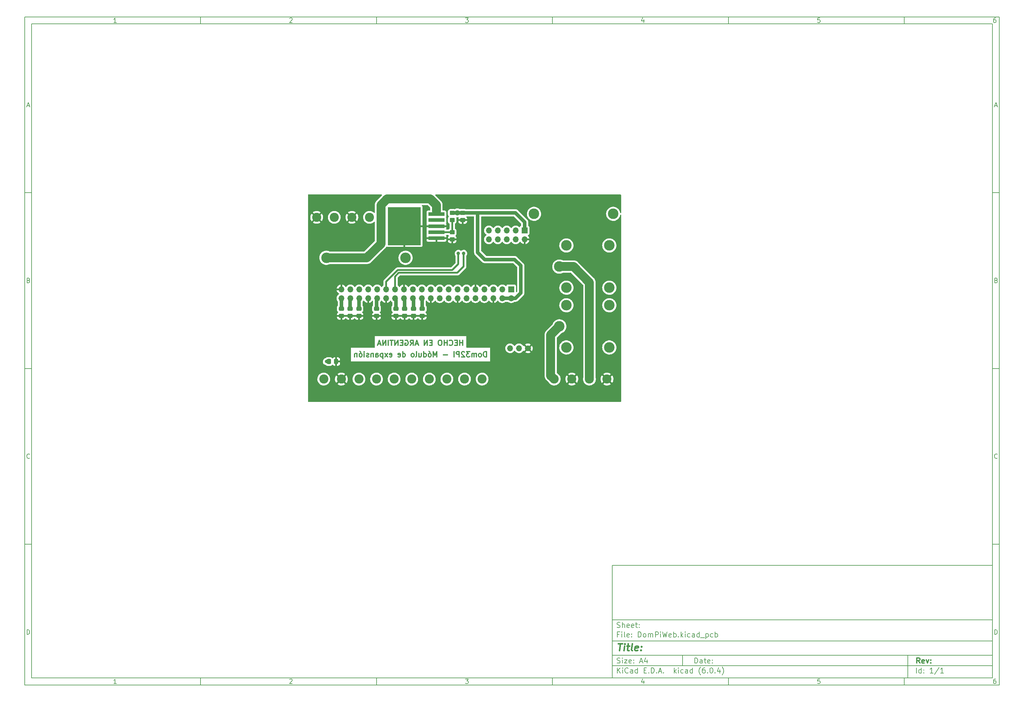
<source format=gbr>
G04 #@! TF.GenerationSoftware,KiCad,Pcbnew,(6.0.4)*
G04 #@! TF.CreationDate,2023-03-28T09:37:15-03:00*
G04 #@! TF.ProjectId,DomPiWeb,446f6d50-6957-4656-922e-6b696361645f,rev?*
G04 #@! TF.SameCoordinates,Original*
G04 #@! TF.FileFunction,Copper,L2,Bot*
G04 #@! TF.FilePolarity,Positive*
%FSLAX46Y46*%
G04 Gerber Fmt 4.6, Leading zero omitted, Abs format (unit mm)*
G04 Created by KiCad (PCBNEW (6.0.4)) date 2023-03-28 09:37:15*
%MOMM*%
%LPD*%
G01*
G04 APERTURE LIST*
G04 Aperture macros list*
%AMRoundRect*
0 Rectangle with rounded corners*
0 $1 Rounding radius*
0 $2 $3 $4 $5 $6 $7 $8 $9 X,Y pos of 4 corners*
0 Add a 4 corners polygon primitive as box body*
4,1,4,$2,$3,$4,$5,$6,$7,$8,$9,$2,$3,0*
0 Add four circle primitives for the rounded corners*
1,1,$1+$1,$2,$3*
1,1,$1+$1,$4,$5*
1,1,$1+$1,$6,$7*
1,1,$1+$1,$8,$9*
0 Add four rect primitives between the rounded corners*
20,1,$1+$1,$2,$3,$4,$5,0*
20,1,$1+$1,$4,$5,$6,$7,0*
20,1,$1+$1,$6,$7,$8,$9,0*
20,1,$1+$1,$8,$9,$2,$3,0*%
G04 Aperture macros list end*
%ADD10C,0.100000*%
%ADD11C,0.150000*%
%ADD12C,0.300000*%
%ADD13C,0.400000*%
G04 #@! TA.AperFunction,NonConductor*
%ADD14C,0.300000*%
G04 #@! TD*
G04 #@! TA.AperFunction,ComponentPad*
%ADD15C,2.600000*%
G04 #@! TD*
G04 #@! TA.AperFunction,ComponentPad*
%ADD16R,1.700000X1.700000*%
G04 #@! TD*
G04 #@! TA.AperFunction,ComponentPad*
%ADD17O,1.700000X1.700000*%
G04 #@! TD*
G04 #@! TA.AperFunction,ComponentPad*
%ADD18C,1.700000*%
G04 #@! TD*
G04 #@! TA.AperFunction,ComponentPad*
%ADD19C,3.000000*%
G04 #@! TD*
G04 #@! TA.AperFunction,SMDPad,CuDef*
%ADD20RoundRect,0.250000X-0.475000X0.337500X-0.475000X-0.337500X0.475000X-0.337500X0.475000X0.337500X0*%
G04 #@! TD*
G04 #@! TA.AperFunction,SMDPad,CuDef*
%ADD21RoundRect,0.250000X-0.450000X0.350000X-0.450000X-0.350000X0.450000X-0.350000X0.450000X0.350000X0*%
G04 #@! TD*
G04 #@! TA.AperFunction,SMDPad,CuDef*
%ADD22R,4.600000X1.100000*%
G04 #@! TD*
G04 #@! TA.AperFunction,SMDPad,CuDef*
%ADD23R,9.400000X10.800000*%
G04 #@! TD*
G04 #@! TA.AperFunction,SMDPad,CuDef*
%ADD24RoundRect,0.250000X-0.337500X-0.475000X0.337500X-0.475000X0.337500X0.475000X-0.337500X0.475000X0*%
G04 #@! TD*
G04 #@! TA.AperFunction,ViaPad*
%ADD25C,1.000000*%
G04 #@! TD*
G04 #@! TA.AperFunction,ViaPad*
%ADD26C,1.500000*%
G04 #@! TD*
G04 #@! TA.AperFunction,Conductor*
%ADD27C,1.000000*%
G04 #@! TD*
G04 #@! TA.AperFunction,Conductor*
%ADD28C,0.500000*%
G04 #@! TD*
G04 #@! TA.AperFunction,Conductor*
%ADD29C,2.500000*%
G04 #@! TD*
G04 APERTURE END LIST*
D10*
D11*
X177002200Y-166007200D02*
X177002200Y-198007200D01*
X285002200Y-198007200D01*
X285002200Y-166007200D01*
X177002200Y-166007200D01*
D10*
D11*
X10000000Y-10000000D02*
X10000000Y-200007200D01*
X287002200Y-200007200D01*
X287002200Y-10000000D01*
X10000000Y-10000000D01*
D10*
D11*
X12000000Y-12000000D02*
X12000000Y-198007200D01*
X285002200Y-198007200D01*
X285002200Y-12000000D01*
X12000000Y-12000000D01*
D10*
D11*
X60000000Y-12000000D02*
X60000000Y-10000000D01*
D10*
D11*
X110000000Y-12000000D02*
X110000000Y-10000000D01*
D10*
D11*
X160000000Y-12000000D02*
X160000000Y-10000000D01*
D10*
D11*
X210000000Y-12000000D02*
X210000000Y-10000000D01*
D10*
D11*
X260000000Y-12000000D02*
X260000000Y-10000000D01*
D10*
D11*
X36065476Y-11588095D02*
X35322619Y-11588095D01*
X35694047Y-11588095D02*
X35694047Y-10288095D01*
X35570238Y-10473809D01*
X35446428Y-10597619D01*
X35322619Y-10659523D01*
D10*
D11*
X85322619Y-10411904D02*
X85384523Y-10350000D01*
X85508333Y-10288095D01*
X85817857Y-10288095D01*
X85941666Y-10350000D01*
X86003571Y-10411904D01*
X86065476Y-10535714D01*
X86065476Y-10659523D01*
X86003571Y-10845238D01*
X85260714Y-11588095D01*
X86065476Y-11588095D01*
D10*
D11*
X135260714Y-10288095D02*
X136065476Y-10288095D01*
X135632142Y-10783333D01*
X135817857Y-10783333D01*
X135941666Y-10845238D01*
X136003571Y-10907142D01*
X136065476Y-11030952D01*
X136065476Y-11340476D01*
X136003571Y-11464285D01*
X135941666Y-11526190D01*
X135817857Y-11588095D01*
X135446428Y-11588095D01*
X135322619Y-11526190D01*
X135260714Y-11464285D01*
D10*
D11*
X185941666Y-10721428D02*
X185941666Y-11588095D01*
X185632142Y-10226190D02*
X185322619Y-11154761D01*
X186127380Y-11154761D01*
D10*
D11*
X236003571Y-10288095D02*
X235384523Y-10288095D01*
X235322619Y-10907142D01*
X235384523Y-10845238D01*
X235508333Y-10783333D01*
X235817857Y-10783333D01*
X235941666Y-10845238D01*
X236003571Y-10907142D01*
X236065476Y-11030952D01*
X236065476Y-11340476D01*
X236003571Y-11464285D01*
X235941666Y-11526190D01*
X235817857Y-11588095D01*
X235508333Y-11588095D01*
X235384523Y-11526190D01*
X235322619Y-11464285D01*
D10*
D11*
X285941666Y-10288095D02*
X285694047Y-10288095D01*
X285570238Y-10350000D01*
X285508333Y-10411904D01*
X285384523Y-10597619D01*
X285322619Y-10845238D01*
X285322619Y-11340476D01*
X285384523Y-11464285D01*
X285446428Y-11526190D01*
X285570238Y-11588095D01*
X285817857Y-11588095D01*
X285941666Y-11526190D01*
X286003571Y-11464285D01*
X286065476Y-11340476D01*
X286065476Y-11030952D01*
X286003571Y-10907142D01*
X285941666Y-10845238D01*
X285817857Y-10783333D01*
X285570238Y-10783333D01*
X285446428Y-10845238D01*
X285384523Y-10907142D01*
X285322619Y-11030952D01*
D10*
D11*
X60000000Y-198007200D02*
X60000000Y-200007200D01*
D10*
D11*
X110000000Y-198007200D02*
X110000000Y-200007200D01*
D10*
D11*
X160000000Y-198007200D02*
X160000000Y-200007200D01*
D10*
D11*
X210000000Y-198007200D02*
X210000000Y-200007200D01*
D10*
D11*
X260000000Y-198007200D02*
X260000000Y-200007200D01*
D10*
D11*
X36065476Y-199595295D02*
X35322619Y-199595295D01*
X35694047Y-199595295D02*
X35694047Y-198295295D01*
X35570238Y-198481009D01*
X35446428Y-198604819D01*
X35322619Y-198666723D01*
D10*
D11*
X85322619Y-198419104D02*
X85384523Y-198357200D01*
X85508333Y-198295295D01*
X85817857Y-198295295D01*
X85941666Y-198357200D01*
X86003571Y-198419104D01*
X86065476Y-198542914D01*
X86065476Y-198666723D01*
X86003571Y-198852438D01*
X85260714Y-199595295D01*
X86065476Y-199595295D01*
D10*
D11*
X135260714Y-198295295D02*
X136065476Y-198295295D01*
X135632142Y-198790533D01*
X135817857Y-198790533D01*
X135941666Y-198852438D01*
X136003571Y-198914342D01*
X136065476Y-199038152D01*
X136065476Y-199347676D01*
X136003571Y-199471485D01*
X135941666Y-199533390D01*
X135817857Y-199595295D01*
X135446428Y-199595295D01*
X135322619Y-199533390D01*
X135260714Y-199471485D01*
D10*
D11*
X185941666Y-198728628D02*
X185941666Y-199595295D01*
X185632142Y-198233390D02*
X185322619Y-199161961D01*
X186127380Y-199161961D01*
D10*
D11*
X236003571Y-198295295D02*
X235384523Y-198295295D01*
X235322619Y-198914342D01*
X235384523Y-198852438D01*
X235508333Y-198790533D01*
X235817857Y-198790533D01*
X235941666Y-198852438D01*
X236003571Y-198914342D01*
X236065476Y-199038152D01*
X236065476Y-199347676D01*
X236003571Y-199471485D01*
X235941666Y-199533390D01*
X235817857Y-199595295D01*
X235508333Y-199595295D01*
X235384523Y-199533390D01*
X235322619Y-199471485D01*
D10*
D11*
X285941666Y-198295295D02*
X285694047Y-198295295D01*
X285570238Y-198357200D01*
X285508333Y-198419104D01*
X285384523Y-198604819D01*
X285322619Y-198852438D01*
X285322619Y-199347676D01*
X285384523Y-199471485D01*
X285446428Y-199533390D01*
X285570238Y-199595295D01*
X285817857Y-199595295D01*
X285941666Y-199533390D01*
X286003571Y-199471485D01*
X286065476Y-199347676D01*
X286065476Y-199038152D01*
X286003571Y-198914342D01*
X285941666Y-198852438D01*
X285817857Y-198790533D01*
X285570238Y-198790533D01*
X285446428Y-198852438D01*
X285384523Y-198914342D01*
X285322619Y-199038152D01*
D10*
D11*
X10000000Y-60000000D02*
X12000000Y-60000000D01*
D10*
D11*
X10000000Y-110000000D02*
X12000000Y-110000000D01*
D10*
D11*
X10000000Y-160000000D02*
X12000000Y-160000000D01*
D10*
D11*
X10690476Y-35216666D02*
X11309523Y-35216666D01*
X10566666Y-35588095D02*
X11000000Y-34288095D01*
X11433333Y-35588095D01*
D10*
D11*
X11092857Y-84907142D02*
X11278571Y-84969047D01*
X11340476Y-85030952D01*
X11402380Y-85154761D01*
X11402380Y-85340476D01*
X11340476Y-85464285D01*
X11278571Y-85526190D01*
X11154761Y-85588095D01*
X10659523Y-85588095D01*
X10659523Y-84288095D01*
X11092857Y-84288095D01*
X11216666Y-84350000D01*
X11278571Y-84411904D01*
X11340476Y-84535714D01*
X11340476Y-84659523D01*
X11278571Y-84783333D01*
X11216666Y-84845238D01*
X11092857Y-84907142D01*
X10659523Y-84907142D01*
D10*
D11*
X11402380Y-135464285D02*
X11340476Y-135526190D01*
X11154761Y-135588095D01*
X11030952Y-135588095D01*
X10845238Y-135526190D01*
X10721428Y-135402380D01*
X10659523Y-135278571D01*
X10597619Y-135030952D01*
X10597619Y-134845238D01*
X10659523Y-134597619D01*
X10721428Y-134473809D01*
X10845238Y-134350000D01*
X11030952Y-134288095D01*
X11154761Y-134288095D01*
X11340476Y-134350000D01*
X11402380Y-134411904D01*
D10*
D11*
X10659523Y-185588095D02*
X10659523Y-184288095D01*
X10969047Y-184288095D01*
X11154761Y-184350000D01*
X11278571Y-184473809D01*
X11340476Y-184597619D01*
X11402380Y-184845238D01*
X11402380Y-185030952D01*
X11340476Y-185278571D01*
X11278571Y-185402380D01*
X11154761Y-185526190D01*
X10969047Y-185588095D01*
X10659523Y-185588095D01*
D10*
D11*
X287002200Y-60000000D02*
X285002200Y-60000000D01*
D10*
D11*
X287002200Y-110000000D02*
X285002200Y-110000000D01*
D10*
D11*
X287002200Y-160000000D02*
X285002200Y-160000000D01*
D10*
D11*
X285692676Y-35216666D02*
X286311723Y-35216666D01*
X285568866Y-35588095D02*
X286002200Y-34288095D01*
X286435533Y-35588095D01*
D10*
D11*
X286095057Y-84907142D02*
X286280771Y-84969047D01*
X286342676Y-85030952D01*
X286404580Y-85154761D01*
X286404580Y-85340476D01*
X286342676Y-85464285D01*
X286280771Y-85526190D01*
X286156961Y-85588095D01*
X285661723Y-85588095D01*
X285661723Y-84288095D01*
X286095057Y-84288095D01*
X286218866Y-84350000D01*
X286280771Y-84411904D01*
X286342676Y-84535714D01*
X286342676Y-84659523D01*
X286280771Y-84783333D01*
X286218866Y-84845238D01*
X286095057Y-84907142D01*
X285661723Y-84907142D01*
D10*
D11*
X286404580Y-135464285D02*
X286342676Y-135526190D01*
X286156961Y-135588095D01*
X286033152Y-135588095D01*
X285847438Y-135526190D01*
X285723628Y-135402380D01*
X285661723Y-135278571D01*
X285599819Y-135030952D01*
X285599819Y-134845238D01*
X285661723Y-134597619D01*
X285723628Y-134473809D01*
X285847438Y-134350000D01*
X286033152Y-134288095D01*
X286156961Y-134288095D01*
X286342676Y-134350000D01*
X286404580Y-134411904D01*
D10*
D11*
X285661723Y-185588095D02*
X285661723Y-184288095D01*
X285971247Y-184288095D01*
X286156961Y-184350000D01*
X286280771Y-184473809D01*
X286342676Y-184597619D01*
X286404580Y-184845238D01*
X286404580Y-185030952D01*
X286342676Y-185278571D01*
X286280771Y-185402380D01*
X286156961Y-185526190D01*
X285971247Y-185588095D01*
X285661723Y-185588095D01*
D10*
D11*
X200434342Y-193785771D02*
X200434342Y-192285771D01*
X200791485Y-192285771D01*
X201005771Y-192357200D01*
X201148628Y-192500057D01*
X201220057Y-192642914D01*
X201291485Y-192928628D01*
X201291485Y-193142914D01*
X201220057Y-193428628D01*
X201148628Y-193571485D01*
X201005771Y-193714342D01*
X200791485Y-193785771D01*
X200434342Y-193785771D01*
X202577200Y-193785771D02*
X202577200Y-193000057D01*
X202505771Y-192857200D01*
X202362914Y-192785771D01*
X202077200Y-192785771D01*
X201934342Y-192857200D01*
X202577200Y-193714342D02*
X202434342Y-193785771D01*
X202077200Y-193785771D01*
X201934342Y-193714342D01*
X201862914Y-193571485D01*
X201862914Y-193428628D01*
X201934342Y-193285771D01*
X202077200Y-193214342D01*
X202434342Y-193214342D01*
X202577200Y-193142914D01*
X203077200Y-192785771D02*
X203648628Y-192785771D01*
X203291485Y-192285771D02*
X203291485Y-193571485D01*
X203362914Y-193714342D01*
X203505771Y-193785771D01*
X203648628Y-193785771D01*
X204720057Y-193714342D02*
X204577200Y-193785771D01*
X204291485Y-193785771D01*
X204148628Y-193714342D01*
X204077200Y-193571485D01*
X204077200Y-193000057D01*
X204148628Y-192857200D01*
X204291485Y-192785771D01*
X204577200Y-192785771D01*
X204720057Y-192857200D01*
X204791485Y-193000057D01*
X204791485Y-193142914D01*
X204077200Y-193285771D01*
X205434342Y-193642914D02*
X205505771Y-193714342D01*
X205434342Y-193785771D01*
X205362914Y-193714342D01*
X205434342Y-193642914D01*
X205434342Y-193785771D01*
X205434342Y-192857200D02*
X205505771Y-192928628D01*
X205434342Y-193000057D01*
X205362914Y-192928628D01*
X205434342Y-192857200D01*
X205434342Y-193000057D01*
D10*
D11*
X177002200Y-194507200D02*
X285002200Y-194507200D01*
D10*
D11*
X178434342Y-196585771D02*
X178434342Y-195085771D01*
X179291485Y-196585771D02*
X178648628Y-195728628D01*
X179291485Y-195085771D02*
X178434342Y-195942914D01*
X179934342Y-196585771D02*
X179934342Y-195585771D01*
X179934342Y-195085771D02*
X179862914Y-195157200D01*
X179934342Y-195228628D01*
X180005771Y-195157200D01*
X179934342Y-195085771D01*
X179934342Y-195228628D01*
X181505771Y-196442914D02*
X181434342Y-196514342D01*
X181220057Y-196585771D01*
X181077200Y-196585771D01*
X180862914Y-196514342D01*
X180720057Y-196371485D01*
X180648628Y-196228628D01*
X180577200Y-195942914D01*
X180577200Y-195728628D01*
X180648628Y-195442914D01*
X180720057Y-195300057D01*
X180862914Y-195157200D01*
X181077200Y-195085771D01*
X181220057Y-195085771D01*
X181434342Y-195157200D01*
X181505771Y-195228628D01*
X182791485Y-196585771D02*
X182791485Y-195800057D01*
X182720057Y-195657200D01*
X182577200Y-195585771D01*
X182291485Y-195585771D01*
X182148628Y-195657200D01*
X182791485Y-196514342D02*
X182648628Y-196585771D01*
X182291485Y-196585771D01*
X182148628Y-196514342D01*
X182077200Y-196371485D01*
X182077200Y-196228628D01*
X182148628Y-196085771D01*
X182291485Y-196014342D01*
X182648628Y-196014342D01*
X182791485Y-195942914D01*
X184148628Y-196585771D02*
X184148628Y-195085771D01*
X184148628Y-196514342D02*
X184005771Y-196585771D01*
X183720057Y-196585771D01*
X183577200Y-196514342D01*
X183505771Y-196442914D01*
X183434342Y-196300057D01*
X183434342Y-195871485D01*
X183505771Y-195728628D01*
X183577200Y-195657200D01*
X183720057Y-195585771D01*
X184005771Y-195585771D01*
X184148628Y-195657200D01*
X186005771Y-195800057D02*
X186505771Y-195800057D01*
X186720057Y-196585771D02*
X186005771Y-196585771D01*
X186005771Y-195085771D01*
X186720057Y-195085771D01*
X187362914Y-196442914D02*
X187434342Y-196514342D01*
X187362914Y-196585771D01*
X187291485Y-196514342D01*
X187362914Y-196442914D01*
X187362914Y-196585771D01*
X188077200Y-196585771D02*
X188077200Y-195085771D01*
X188434342Y-195085771D01*
X188648628Y-195157200D01*
X188791485Y-195300057D01*
X188862914Y-195442914D01*
X188934342Y-195728628D01*
X188934342Y-195942914D01*
X188862914Y-196228628D01*
X188791485Y-196371485D01*
X188648628Y-196514342D01*
X188434342Y-196585771D01*
X188077200Y-196585771D01*
X189577200Y-196442914D02*
X189648628Y-196514342D01*
X189577200Y-196585771D01*
X189505771Y-196514342D01*
X189577200Y-196442914D01*
X189577200Y-196585771D01*
X190220057Y-196157200D02*
X190934342Y-196157200D01*
X190077200Y-196585771D02*
X190577200Y-195085771D01*
X191077200Y-196585771D01*
X191577200Y-196442914D02*
X191648628Y-196514342D01*
X191577200Y-196585771D01*
X191505771Y-196514342D01*
X191577200Y-196442914D01*
X191577200Y-196585771D01*
X194577200Y-196585771D02*
X194577200Y-195085771D01*
X194720057Y-196014342D02*
X195148628Y-196585771D01*
X195148628Y-195585771D02*
X194577200Y-196157200D01*
X195791485Y-196585771D02*
X195791485Y-195585771D01*
X195791485Y-195085771D02*
X195720057Y-195157200D01*
X195791485Y-195228628D01*
X195862914Y-195157200D01*
X195791485Y-195085771D01*
X195791485Y-195228628D01*
X197148628Y-196514342D02*
X197005771Y-196585771D01*
X196720057Y-196585771D01*
X196577200Y-196514342D01*
X196505771Y-196442914D01*
X196434342Y-196300057D01*
X196434342Y-195871485D01*
X196505771Y-195728628D01*
X196577200Y-195657200D01*
X196720057Y-195585771D01*
X197005771Y-195585771D01*
X197148628Y-195657200D01*
X198434342Y-196585771D02*
X198434342Y-195800057D01*
X198362914Y-195657200D01*
X198220057Y-195585771D01*
X197934342Y-195585771D01*
X197791485Y-195657200D01*
X198434342Y-196514342D02*
X198291485Y-196585771D01*
X197934342Y-196585771D01*
X197791485Y-196514342D01*
X197720057Y-196371485D01*
X197720057Y-196228628D01*
X197791485Y-196085771D01*
X197934342Y-196014342D01*
X198291485Y-196014342D01*
X198434342Y-195942914D01*
X199791485Y-196585771D02*
X199791485Y-195085771D01*
X199791485Y-196514342D02*
X199648628Y-196585771D01*
X199362914Y-196585771D01*
X199220057Y-196514342D01*
X199148628Y-196442914D01*
X199077200Y-196300057D01*
X199077200Y-195871485D01*
X199148628Y-195728628D01*
X199220057Y-195657200D01*
X199362914Y-195585771D01*
X199648628Y-195585771D01*
X199791485Y-195657200D01*
X202077200Y-197157200D02*
X202005771Y-197085771D01*
X201862914Y-196871485D01*
X201791485Y-196728628D01*
X201720057Y-196514342D01*
X201648628Y-196157200D01*
X201648628Y-195871485D01*
X201720057Y-195514342D01*
X201791485Y-195300057D01*
X201862914Y-195157200D01*
X202005771Y-194942914D01*
X202077200Y-194871485D01*
X203291485Y-195085771D02*
X203005771Y-195085771D01*
X202862914Y-195157200D01*
X202791485Y-195228628D01*
X202648628Y-195442914D01*
X202577200Y-195728628D01*
X202577200Y-196300057D01*
X202648628Y-196442914D01*
X202720057Y-196514342D01*
X202862914Y-196585771D01*
X203148628Y-196585771D01*
X203291485Y-196514342D01*
X203362914Y-196442914D01*
X203434342Y-196300057D01*
X203434342Y-195942914D01*
X203362914Y-195800057D01*
X203291485Y-195728628D01*
X203148628Y-195657200D01*
X202862914Y-195657200D01*
X202720057Y-195728628D01*
X202648628Y-195800057D01*
X202577200Y-195942914D01*
X204077200Y-196442914D02*
X204148628Y-196514342D01*
X204077200Y-196585771D01*
X204005771Y-196514342D01*
X204077200Y-196442914D01*
X204077200Y-196585771D01*
X205077200Y-195085771D02*
X205220057Y-195085771D01*
X205362914Y-195157200D01*
X205434342Y-195228628D01*
X205505771Y-195371485D01*
X205577200Y-195657200D01*
X205577200Y-196014342D01*
X205505771Y-196300057D01*
X205434342Y-196442914D01*
X205362914Y-196514342D01*
X205220057Y-196585771D01*
X205077200Y-196585771D01*
X204934342Y-196514342D01*
X204862914Y-196442914D01*
X204791485Y-196300057D01*
X204720057Y-196014342D01*
X204720057Y-195657200D01*
X204791485Y-195371485D01*
X204862914Y-195228628D01*
X204934342Y-195157200D01*
X205077200Y-195085771D01*
X206220057Y-196442914D02*
X206291485Y-196514342D01*
X206220057Y-196585771D01*
X206148628Y-196514342D01*
X206220057Y-196442914D01*
X206220057Y-196585771D01*
X207577200Y-195585771D02*
X207577200Y-196585771D01*
X207220057Y-195014342D02*
X206862914Y-196085771D01*
X207791485Y-196085771D01*
X208220057Y-197157200D02*
X208291485Y-197085771D01*
X208434342Y-196871485D01*
X208505771Y-196728628D01*
X208577200Y-196514342D01*
X208648628Y-196157200D01*
X208648628Y-195871485D01*
X208577200Y-195514342D01*
X208505771Y-195300057D01*
X208434342Y-195157200D01*
X208291485Y-194942914D01*
X208220057Y-194871485D01*
D10*
D11*
X177002200Y-191507200D02*
X285002200Y-191507200D01*
D10*
D12*
X264411485Y-193785771D02*
X263911485Y-193071485D01*
X263554342Y-193785771D02*
X263554342Y-192285771D01*
X264125771Y-192285771D01*
X264268628Y-192357200D01*
X264340057Y-192428628D01*
X264411485Y-192571485D01*
X264411485Y-192785771D01*
X264340057Y-192928628D01*
X264268628Y-193000057D01*
X264125771Y-193071485D01*
X263554342Y-193071485D01*
X265625771Y-193714342D02*
X265482914Y-193785771D01*
X265197200Y-193785771D01*
X265054342Y-193714342D01*
X264982914Y-193571485D01*
X264982914Y-193000057D01*
X265054342Y-192857200D01*
X265197200Y-192785771D01*
X265482914Y-192785771D01*
X265625771Y-192857200D01*
X265697200Y-193000057D01*
X265697200Y-193142914D01*
X264982914Y-193285771D01*
X266197200Y-192785771D02*
X266554342Y-193785771D01*
X266911485Y-192785771D01*
X267482914Y-193642914D02*
X267554342Y-193714342D01*
X267482914Y-193785771D01*
X267411485Y-193714342D01*
X267482914Y-193642914D01*
X267482914Y-193785771D01*
X267482914Y-192857200D02*
X267554342Y-192928628D01*
X267482914Y-193000057D01*
X267411485Y-192928628D01*
X267482914Y-192857200D01*
X267482914Y-193000057D01*
D10*
D11*
X178362914Y-193714342D02*
X178577200Y-193785771D01*
X178934342Y-193785771D01*
X179077200Y-193714342D01*
X179148628Y-193642914D01*
X179220057Y-193500057D01*
X179220057Y-193357200D01*
X179148628Y-193214342D01*
X179077200Y-193142914D01*
X178934342Y-193071485D01*
X178648628Y-193000057D01*
X178505771Y-192928628D01*
X178434342Y-192857200D01*
X178362914Y-192714342D01*
X178362914Y-192571485D01*
X178434342Y-192428628D01*
X178505771Y-192357200D01*
X178648628Y-192285771D01*
X179005771Y-192285771D01*
X179220057Y-192357200D01*
X179862914Y-193785771D02*
X179862914Y-192785771D01*
X179862914Y-192285771D02*
X179791485Y-192357200D01*
X179862914Y-192428628D01*
X179934342Y-192357200D01*
X179862914Y-192285771D01*
X179862914Y-192428628D01*
X180434342Y-192785771D02*
X181220057Y-192785771D01*
X180434342Y-193785771D01*
X181220057Y-193785771D01*
X182362914Y-193714342D02*
X182220057Y-193785771D01*
X181934342Y-193785771D01*
X181791485Y-193714342D01*
X181720057Y-193571485D01*
X181720057Y-193000057D01*
X181791485Y-192857200D01*
X181934342Y-192785771D01*
X182220057Y-192785771D01*
X182362914Y-192857200D01*
X182434342Y-193000057D01*
X182434342Y-193142914D01*
X181720057Y-193285771D01*
X183077200Y-193642914D02*
X183148628Y-193714342D01*
X183077200Y-193785771D01*
X183005771Y-193714342D01*
X183077200Y-193642914D01*
X183077200Y-193785771D01*
X183077200Y-192857200D02*
X183148628Y-192928628D01*
X183077200Y-193000057D01*
X183005771Y-192928628D01*
X183077200Y-192857200D01*
X183077200Y-193000057D01*
X184862914Y-193357200D02*
X185577200Y-193357200D01*
X184720057Y-193785771D02*
X185220057Y-192285771D01*
X185720057Y-193785771D01*
X186862914Y-192785771D02*
X186862914Y-193785771D01*
X186505771Y-192214342D02*
X186148628Y-193285771D01*
X187077200Y-193285771D01*
D10*
D11*
X263434342Y-196585771D02*
X263434342Y-195085771D01*
X264791485Y-196585771D02*
X264791485Y-195085771D01*
X264791485Y-196514342D02*
X264648628Y-196585771D01*
X264362914Y-196585771D01*
X264220057Y-196514342D01*
X264148628Y-196442914D01*
X264077200Y-196300057D01*
X264077200Y-195871485D01*
X264148628Y-195728628D01*
X264220057Y-195657200D01*
X264362914Y-195585771D01*
X264648628Y-195585771D01*
X264791485Y-195657200D01*
X265505771Y-196442914D02*
X265577200Y-196514342D01*
X265505771Y-196585771D01*
X265434342Y-196514342D01*
X265505771Y-196442914D01*
X265505771Y-196585771D01*
X265505771Y-195657200D02*
X265577200Y-195728628D01*
X265505771Y-195800057D01*
X265434342Y-195728628D01*
X265505771Y-195657200D01*
X265505771Y-195800057D01*
X268148628Y-196585771D02*
X267291485Y-196585771D01*
X267720057Y-196585771D02*
X267720057Y-195085771D01*
X267577200Y-195300057D01*
X267434342Y-195442914D01*
X267291485Y-195514342D01*
X269862914Y-195014342D02*
X268577200Y-196942914D01*
X271148628Y-196585771D02*
X270291485Y-196585771D01*
X270720057Y-196585771D02*
X270720057Y-195085771D01*
X270577200Y-195300057D01*
X270434342Y-195442914D01*
X270291485Y-195514342D01*
D10*
D11*
X177002200Y-187507200D02*
X285002200Y-187507200D01*
D10*
D13*
X178714580Y-188211961D02*
X179857438Y-188211961D01*
X179036009Y-190211961D02*
X179286009Y-188211961D01*
X180274104Y-190211961D02*
X180440771Y-188878628D01*
X180524104Y-188211961D02*
X180416961Y-188307200D01*
X180500295Y-188402438D01*
X180607438Y-188307200D01*
X180524104Y-188211961D01*
X180500295Y-188402438D01*
X181107438Y-188878628D02*
X181869342Y-188878628D01*
X181476485Y-188211961D02*
X181262200Y-189926247D01*
X181333628Y-190116723D01*
X181512200Y-190211961D01*
X181702676Y-190211961D01*
X182655057Y-190211961D02*
X182476485Y-190116723D01*
X182405057Y-189926247D01*
X182619342Y-188211961D01*
X184190771Y-190116723D02*
X183988390Y-190211961D01*
X183607438Y-190211961D01*
X183428866Y-190116723D01*
X183357438Y-189926247D01*
X183452676Y-189164342D01*
X183571723Y-188973866D01*
X183774104Y-188878628D01*
X184155057Y-188878628D01*
X184333628Y-188973866D01*
X184405057Y-189164342D01*
X184381247Y-189354819D01*
X183405057Y-189545295D01*
X185155057Y-190021485D02*
X185238390Y-190116723D01*
X185131247Y-190211961D01*
X185047914Y-190116723D01*
X185155057Y-190021485D01*
X185131247Y-190211961D01*
X185286009Y-188973866D02*
X185369342Y-189069104D01*
X185262200Y-189164342D01*
X185178866Y-189069104D01*
X185286009Y-188973866D01*
X185262200Y-189164342D01*
D10*
D11*
X178934342Y-185600057D02*
X178434342Y-185600057D01*
X178434342Y-186385771D02*
X178434342Y-184885771D01*
X179148628Y-184885771D01*
X179720057Y-186385771D02*
X179720057Y-185385771D01*
X179720057Y-184885771D02*
X179648628Y-184957200D01*
X179720057Y-185028628D01*
X179791485Y-184957200D01*
X179720057Y-184885771D01*
X179720057Y-185028628D01*
X180648628Y-186385771D02*
X180505771Y-186314342D01*
X180434342Y-186171485D01*
X180434342Y-184885771D01*
X181791485Y-186314342D02*
X181648628Y-186385771D01*
X181362914Y-186385771D01*
X181220057Y-186314342D01*
X181148628Y-186171485D01*
X181148628Y-185600057D01*
X181220057Y-185457200D01*
X181362914Y-185385771D01*
X181648628Y-185385771D01*
X181791485Y-185457200D01*
X181862914Y-185600057D01*
X181862914Y-185742914D01*
X181148628Y-185885771D01*
X182505771Y-186242914D02*
X182577200Y-186314342D01*
X182505771Y-186385771D01*
X182434342Y-186314342D01*
X182505771Y-186242914D01*
X182505771Y-186385771D01*
X182505771Y-185457200D02*
X182577200Y-185528628D01*
X182505771Y-185600057D01*
X182434342Y-185528628D01*
X182505771Y-185457200D01*
X182505771Y-185600057D01*
X184362914Y-186385771D02*
X184362914Y-184885771D01*
X184720057Y-184885771D01*
X184934342Y-184957200D01*
X185077200Y-185100057D01*
X185148628Y-185242914D01*
X185220057Y-185528628D01*
X185220057Y-185742914D01*
X185148628Y-186028628D01*
X185077200Y-186171485D01*
X184934342Y-186314342D01*
X184720057Y-186385771D01*
X184362914Y-186385771D01*
X186077200Y-186385771D02*
X185934342Y-186314342D01*
X185862914Y-186242914D01*
X185791485Y-186100057D01*
X185791485Y-185671485D01*
X185862914Y-185528628D01*
X185934342Y-185457200D01*
X186077200Y-185385771D01*
X186291485Y-185385771D01*
X186434342Y-185457200D01*
X186505771Y-185528628D01*
X186577200Y-185671485D01*
X186577200Y-186100057D01*
X186505771Y-186242914D01*
X186434342Y-186314342D01*
X186291485Y-186385771D01*
X186077200Y-186385771D01*
X187220057Y-186385771D02*
X187220057Y-185385771D01*
X187220057Y-185528628D02*
X187291485Y-185457200D01*
X187434342Y-185385771D01*
X187648628Y-185385771D01*
X187791485Y-185457200D01*
X187862914Y-185600057D01*
X187862914Y-186385771D01*
X187862914Y-185600057D02*
X187934342Y-185457200D01*
X188077200Y-185385771D01*
X188291485Y-185385771D01*
X188434342Y-185457200D01*
X188505771Y-185600057D01*
X188505771Y-186385771D01*
X189220057Y-186385771D02*
X189220057Y-184885771D01*
X189791485Y-184885771D01*
X189934342Y-184957200D01*
X190005771Y-185028628D01*
X190077200Y-185171485D01*
X190077200Y-185385771D01*
X190005771Y-185528628D01*
X189934342Y-185600057D01*
X189791485Y-185671485D01*
X189220057Y-185671485D01*
X190720057Y-186385771D02*
X190720057Y-185385771D01*
X190720057Y-184885771D02*
X190648628Y-184957200D01*
X190720057Y-185028628D01*
X190791485Y-184957200D01*
X190720057Y-184885771D01*
X190720057Y-185028628D01*
X191291485Y-184885771D02*
X191648628Y-186385771D01*
X191934342Y-185314342D01*
X192220057Y-186385771D01*
X192577200Y-184885771D01*
X193720057Y-186314342D02*
X193577200Y-186385771D01*
X193291485Y-186385771D01*
X193148628Y-186314342D01*
X193077200Y-186171485D01*
X193077200Y-185600057D01*
X193148628Y-185457200D01*
X193291485Y-185385771D01*
X193577200Y-185385771D01*
X193720057Y-185457200D01*
X193791485Y-185600057D01*
X193791485Y-185742914D01*
X193077200Y-185885771D01*
X194434342Y-186385771D02*
X194434342Y-184885771D01*
X194434342Y-185457200D02*
X194577200Y-185385771D01*
X194862914Y-185385771D01*
X195005771Y-185457200D01*
X195077200Y-185528628D01*
X195148628Y-185671485D01*
X195148628Y-186100057D01*
X195077200Y-186242914D01*
X195005771Y-186314342D01*
X194862914Y-186385771D01*
X194577200Y-186385771D01*
X194434342Y-186314342D01*
X195791485Y-186242914D02*
X195862914Y-186314342D01*
X195791485Y-186385771D01*
X195720057Y-186314342D01*
X195791485Y-186242914D01*
X195791485Y-186385771D01*
X196505771Y-186385771D02*
X196505771Y-184885771D01*
X196648628Y-185814342D02*
X197077200Y-186385771D01*
X197077200Y-185385771D02*
X196505771Y-185957200D01*
X197720057Y-186385771D02*
X197720057Y-185385771D01*
X197720057Y-184885771D02*
X197648628Y-184957200D01*
X197720057Y-185028628D01*
X197791485Y-184957200D01*
X197720057Y-184885771D01*
X197720057Y-185028628D01*
X199077200Y-186314342D02*
X198934342Y-186385771D01*
X198648628Y-186385771D01*
X198505771Y-186314342D01*
X198434342Y-186242914D01*
X198362914Y-186100057D01*
X198362914Y-185671485D01*
X198434342Y-185528628D01*
X198505771Y-185457200D01*
X198648628Y-185385771D01*
X198934342Y-185385771D01*
X199077200Y-185457200D01*
X200362914Y-186385771D02*
X200362914Y-185600057D01*
X200291485Y-185457200D01*
X200148628Y-185385771D01*
X199862914Y-185385771D01*
X199720057Y-185457200D01*
X200362914Y-186314342D02*
X200220057Y-186385771D01*
X199862914Y-186385771D01*
X199720057Y-186314342D01*
X199648628Y-186171485D01*
X199648628Y-186028628D01*
X199720057Y-185885771D01*
X199862914Y-185814342D01*
X200220057Y-185814342D01*
X200362914Y-185742914D01*
X201720057Y-186385771D02*
X201720057Y-184885771D01*
X201720057Y-186314342D02*
X201577200Y-186385771D01*
X201291485Y-186385771D01*
X201148628Y-186314342D01*
X201077200Y-186242914D01*
X201005771Y-186100057D01*
X201005771Y-185671485D01*
X201077200Y-185528628D01*
X201148628Y-185457200D01*
X201291485Y-185385771D01*
X201577200Y-185385771D01*
X201720057Y-185457200D01*
X202077200Y-186528628D02*
X203220057Y-186528628D01*
X203577200Y-185385771D02*
X203577200Y-186885771D01*
X203577200Y-185457200D02*
X203720057Y-185385771D01*
X204005771Y-185385771D01*
X204148628Y-185457200D01*
X204220057Y-185528628D01*
X204291485Y-185671485D01*
X204291485Y-186100057D01*
X204220057Y-186242914D01*
X204148628Y-186314342D01*
X204005771Y-186385771D01*
X203720057Y-186385771D01*
X203577200Y-186314342D01*
X205577200Y-186314342D02*
X205434342Y-186385771D01*
X205148628Y-186385771D01*
X205005771Y-186314342D01*
X204934342Y-186242914D01*
X204862914Y-186100057D01*
X204862914Y-185671485D01*
X204934342Y-185528628D01*
X205005771Y-185457200D01*
X205148628Y-185385771D01*
X205434342Y-185385771D01*
X205577200Y-185457200D01*
X206220057Y-186385771D02*
X206220057Y-184885771D01*
X206220057Y-185457200D02*
X206362914Y-185385771D01*
X206648628Y-185385771D01*
X206791485Y-185457200D01*
X206862914Y-185528628D01*
X206934342Y-185671485D01*
X206934342Y-186100057D01*
X206862914Y-186242914D01*
X206791485Y-186314342D01*
X206648628Y-186385771D01*
X206362914Y-186385771D01*
X206220057Y-186314342D01*
D10*
D11*
X177002200Y-181507200D02*
X285002200Y-181507200D01*
D10*
D11*
X178362914Y-183614342D02*
X178577200Y-183685771D01*
X178934342Y-183685771D01*
X179077200Y-183614342D01*
X179148628Y-183542914D01*
X179220057Y-183400057D01*
X179220057Y-183257200D01*
X179148628Y-183114342D01*
X179077200Y-183042914D01*
X178934342Y-182971485D01*
X178648628Y-182900057D01*
X178505771Y-182828628D01*
X178434342Y-182757200D01*
X178362914Y-182614342D01*
X178362914Y-182471485D01*
X178434342Y-182328628D01*
X178505771Y-182257200D01*
X178648628Y-182185771D01*
X179005771Y-182185771D01*
X179220057Y-182257200D01*
X179862914Y-183685771D02*
X179862914Y-182185771D01*
X180505771Y-183685771D02*
X180505771Y-182900057D01*
X180434342Y-182757200D01*
X180291485Y-182685771D01*
X180077200Y-182685771D01*
X179934342Y-182757200D01*
X179862914Y-182828628D01*
X181791485Y-183614342D02*
X181648628Y-183685771D01*
X181362914Y-183685771D01*
X181220057Y-183614342D01*
X181148628Y-183471485D01*
X181148628Y-182900057D01*
X181220057Y-182757200D01*
X181362914Y-182685771D01*
X181648628Y-182685771D01*
X181791485Y-182757200D01*
X181862914Y-182900057D01*
X181862914Y-183042914D01*
X181148628Y-183185771D01*
X183077200Y-183614342D02*
X182934342Y-183685771D01*
X182648628Y-183685771D01*
X182505771Y-183614342D01*
X182434342Y-183471485D01*
X182434342Y-182900057D01*
X182505771Y-182757200D01*
X182648628Y-182685771D01*
X182934342Y-182685771D01*
X183077200Y-182757200D01*
X183148628Y-182900057D01*
X183148628Y-183042914D01*
X182434342Y-183185771D01*
X183577200Y-182685771D02*
X184148628Y-182685771D01*
X183791485Y-182185771D02*
X183791485Y-183471485D01*
X183862914Y-183614342D01*
X184005771Y-183685771D01*
X184148628Y-183685771D01*
X184648628Y-183542914D02*
X184720057Y-183614342D01*
X184648628Y-183685771D01*
X184577200Y-183614342D01*
X184648628Y-183542914D01*
X184648628Y-183685771D01*
X184648628Y-182757200D02*
X184720057Y-182828628D01*
X184648628Y-182900057D01*
X184577200Y-182828628D01*
X184648628Y-182757200D01*
X184648628Y-182900057D01*
D10*
D12*
D10*
D11*
D10*
D11*
D10*
D11*
D10*
D11*
D10*
D11*
X197002200Y-191507200D02*
X197002200Y-194507200D01*
D10*
D11*
X261002200Y-191507200D02*
X261002200Y-198007200D01*
D12*
D14*
X134500000Y-103428571D02*
X134500000Y-101928571D01*
X134500000Y-102642857D02*
X133642857Y-102642857D01*
X133642857Y-103428571D02*
X133642857Y-101928571D01*
X132928571Y-102642857D02*
X132428571Y-102642857D01*
X132214285Y-103428571D02*
X132928571Y-103428571D01*
X132928571Y-101928571D01*
X132214285Y-101928571D01*
X130714285Y-103285714D02*
X130785714Y-103357142D01*
X131000000Y-103428571D01*
X131142857Y-103428571D01*
X131357142Y-103357142D01*
X131500000Y-103214285D01*
X131571428Y-103071428D01*
X131642857Y-102785714D01*
X131642857Y-102571428D01*
X131571428Y-102285714D01*
X131500000Y-102142857D01*
X131357142Y-102000000D01*
X131142857Y-101928571D01*
X131000000Y-101928571D01*
X130785714Y-102000000D01*
X130714285Y-102071428D01*
X130071428Y-103428571D02*
X130071428Y-101928571D01*
X130071428Y-102642857D02*
X129214285Y-102642857D01*
X129214285Y-103428571D02*
X129214285Y-101928571D01*
X128214285Y-101928571D02*
X127928571Y-101928571D01*
X127785714Y-102000000D01*
X127642857Y-102142857D01*
X127571428Y-102428571D01*
X127571428Y-102928571D01*
X127642857Y-103214285D01*
X127785714Y-103357142D01*
X127928571Y-103428571D01*
X128214285Y-103428571D01*
X128357142Y-103357142D01*
X128500000Y-103214285D01*
X128571428Y-102928571D01*
X128571428Y-102428571D01*
X128500000Y-102142857D01*
X128357142Y-102000000D01*
X128214285Y-101928571D01*
X125785714Y-102642857D02*
X125285714Y-102642857D01*
X125071428Y-103428571D02*
X125785714Y-103428571D01*
X125785714Y-101928571D01*
X125071428Y-101928571D01*
X124428571Y-103428571D02*
X124428571Y-101928571D01*
X123571428Y-103428571D01*
X123571428Y-101928571D01*
X121785714Y-103000000D02*
X121071428Y-103000000D01*
X121928571Y-103428571D02*
X121428571Y-101928571D01*
X120928571Y-103428571D01*
X119571428Y-103428571D02*
X120071428Y-102714285D01*
X120428571Y-103428571D02*
X120428571Y-101928571D01*
X119857142Y-101928571D01*
X119714285Y-102000000D01*
X119642857Y-102071428D01*
X119571428Y-102214285D01*
X119571428Y-102428571D01*
X119642857Y-102571428D01*
X119714285Y-102642857D01*
X119857142Y-102714285D01*
X120428571Y-102714285D01*
X118142857Y-102000000D02*
X118285714Y-101928571D01*
X118500000Y-101928571D01*
X118714285Y-102000000D01*
X118857142Y-102142857D01*
X118928571Y-102285714D01*
X119000000Y-102571428D01*
X119000000Y-102785714D01*
X118928571Y-103071428D01*
X118857142Y-103214285D01*
X118714285Y-103357142D01*
X118500000Y-103428571D01*
X118357142Y-103428571D01*
X118142857Y-103357142D01*
X118071428Y-103285714D01*
X118071428Y-102785714D01*
X118357142Y-102785714D01*
X117428571Y-102642857D02*
X116928571Y-102642857D01*
X116714285Y-103428571D02*
X117428571Y-103428571D01*
X117428571Y-101928571D01*
X116714285Y-101928571D01*
X116071428Y-103428571D02*
X116071428Y-101928571D01*
X115214285Y-103428571D01*
X115214285Y-101928571D01*
X114714285Y-101928571D02*
X113857142Y-101928571D01*
X114285714Y-103428571D02*
X114285714Y-101928571D01*
X113357142Y-103428571D02*
X113357142Y-101928571D01*
X112642857Y-103428571D02*
X112642857Y-101928571D01*
X111785714Y-103428571D01*
X111785714Y-101928571D01*
X111142857Y-103000000D02*
X110428571Y-103000000D01*
X111285714Y-103428571D02*
X110785714Y-101928571D01*
X110285714Y-103428571D01*
D12*
D14*
X141214285Y-106678571D02*
X141214285Y-105178571D01*
X140857142Y-105178571D01*
X140642857Y-105250000D01*
X140500000Y-105392857D01*
X140428571Y-105535714D01*
X140357142Y-105821428D01*
X140357142Y-106035714D01*
X140428571Y-106321428D01*
X140500000Y-106464285D01*
X140642857Y-106607142D01*
X140857142Y-106678571D01*
X141214285Y-106678571D01*
X139500000Y-106678571D02*
X139642857Y-106607142D01*
X139714285Y-106535714D01*
X139785714Y-106392857D01*
X139785714Y-105964285D01*
X139714285Y-105821428D01*
X139642857Y-105750000D01*
X139500000Y-105678571D01*
X139285714Y-105678571D01*
X139142857Y-105750000D01*
X139071428Y-105821428D01*
X139000000Y-105964285D01*
X139000000Y-106392857D01*
X139071428Y-106535714D01*
X139142857Y-106607142D01*
X139285714Y-106678571D01*
X139500000Y-106678571D01*
X138357142Y-106678571D02*
X138357142Y-105678571D01*
X138357142Y-105821428D02*
X138285714Y-105750000D01*
X138142857Y-105678571D01*
X137928571Y-105678571D01*
X137785714Y-105750000D01*
X137714285Y-105892857D01*
X137714285Y-106678571D01*
X137714285Y-105892857D02*
X137642857Y-105750000D01*
X137500000Y-105678571D01*
X137285714Y-105678571D01*
X137142857Y-105750000D01*
X137071428Y-105892857D01*
X137071428Y-106678571D01*
X136500000Y-105178571D02*
X135571428Y-105178571D01*
X136071428Y-105750000D01*
X135857142Y-105750000D01*
X135714285Y-105821428D01*
X135642857Y-105892857D01*
X135571428Y-106035714D01*
X135571428Y-106392857D01*
X135642857Y-106535714D01*
X135714285Y-106607142D01*
X135857142Y-106678571D01*
X136285714Y-106678571D01*
X136428571Y-106607142D01*
X136500000Y-106535714D01*
X135000000Y-105321428D02*
X134928571Y-105250000D01*
X134785714Y-105178571D01*
X134428571Y-105178571D01*
X134285714Y-105250000D01*
X134214285Y-105321428D01*
X134142857Y-105464285D01*
X134142857Y-105607142D01*
X134214285Y-105821428D01*
X135071428Y-106678571D01*
X134142857Y-106678571D01*
X133500000Y-106678571D02*
X133500000Y-105178571D01*
X132928571Y-105178571D01*
X132785714Y-105250000D01*
X132714285Y-105321428D01*
X132642857Y-105464285D01*
X132642857Y-105678571D01*
X132714285Y-105821428D01*
X132785714Y-105892857D01*
X132928571Y-105964285D01*
X133500000Y-105964285D01*
X132000000Y-106678571D02*
X132000000Y-105178571D01*
X130142857Y-106107142D02*
X129000000Y-106107142D01*
X127142857Y-106678571D02*
X127142857Y-105178571D01*
X126642857Y-106250000D01*
X126142857Y-105178571D01*
X126142857Y-106678571D01*
X125214285Y-106678571D02*
X125357142Y-106607142D01*
X125428571Y-106535714D01*
X125500000Y-106392857D01*
X125500000Y-105964285D01*
X125428571Y-105821428D01*
X125357142Y-105750000D01*
X125214285Y-105678571D01*
X125000000Y-105678571D01*
X124857142Y-105750000D01*
X124785714Y-105821428D01*
X124714285Y-105964285D01*
X124714285Y-106392857D01*
X124785714Y-106535714D01*
X124857142Y-106607142D01*
X125000000Y-106678571D01*
X125214285Y-106678571D01*
X124928571Y-105107142D02*
X125142857Y-105321428D01*
X123428571Y-106678571D02*
X123428571Y-105178571D01*
X123428571Y-106607142D02*
X123571428Y-106678571D01*
X123857142Y-106678571D01*
X124000000Y-106607142D01*
X124071428Y-106535714D01*
X124142857Y-106392857D01*
X124142857Y-105964285D01*
X124071428Y-105821428D01*
X124000000Y-105750000D01*
X123857142Y-105678571D01*
X123571428Y-105678571D01*
X123428571Y-105750000D01*
X122071428Y-105678571D02*
X122071428Y-106678571D01*
X122714285Y-105678571D02*
X122714285Y-106464285D01*
X122642857Y-106607142D01*
X122500000Y-106678571D01*
X122285714Y-106678571D01*
X122142857Y-106607142D01*
X122071428Y-106535714D01*
X121142857Y-106678571D02*
X121285714Y-106607142D01*
X121357142Y-106464285D01*
X121357142Y-105178571D01*
X120357142Y-106678571D02*
X120500000Y-106607142D01*
X120571428Y-106535714D01*
X120642857Y-106392857D01*
X120642857Y-105964285D01*
X120571428Y-105821428D01*
X120500000Y-105750000D01*
X120357142Y-105678571D01*
X120142857Y-105678571D01*
X120000000Y-105750000D01*
X119928571Y-105821428D01*
X119857142Y-105964285D01*
X119857142Y-106392857D01*
X119928571Y-106535714D01*
X120000000Y-106607142D01*
X120142857Y-106678571D01*
X120357142Y-106678571D01*
X117428571Y-106678571D02*
X117428571Y-105178571D01*
X117428571Y-106607142D02*
X117571428Y-106678571D01*
X117857142Y-106678571D01*
X118000000Y-106607142D01*
X118071428Y-106535714D01*
X118142857Y-106392857D01*
X118142857Y-105964285D01*
X118071428Y-105821428D01*
X118000000Y-105750000D01*
X117857142Y-105678571D01*
X117571428Y-105678571D01*
X117428571Y-105750000D01*
X116142857Y-106607142D02*
X116285714Y-106678571D01*
X116571428Y-106678571D01*
X116714285Y-106607142D01*
X116785714Y-106464285D01*
X116785714Y-105892857D01*
X116714285Y-105750000D01*
X116571428Y-105678571D01*
X116285714Y-105678571D01*
X116142857Y-105750000D01*
X116071428Y-105892857D01*
X116071428Y-106035714D01*
X116785714Y-106178571D01*
X113714285Y-106607142D02*
X113857142Y-106678571D01*
X114142857Y-106678571D01*
X114285714Y-106607142D01*
X114357142Y-106464285D01*
X114357142Y-105892857D01*
X114285714Y-105750000D01*
X114142857Y-105678571D01*
X113857142Y-105678571D01*
X113714285Y-105750000D01*
X113642857Y-105892857D01*
X113642857Y-106035714D01*
X114357142Y-106178571D01*
X113142857Y-106678571D02*
X112357142Y-105678571D01*
X113142857Y-105678571D02*
X112357142Y-106678571D01*
X111785714Y-105678571D02*
X111785714Y-107178571D01*
X111785714Y-105750000D02*
X111642857Y-105678571D01*
X111357142Y-105678571D01*
X111214285Y-105750000D01*
X111142857Y-105821428D01*
X111071428Y-105964285D01*
X111071428Y-106392857D01*
X111142857Y-106535714D01*
X111214285Y-106607142D01*
X111357142Y-106678571D01*
X111642857Y-106678571D01*
X111785714Y-106607142D01*
X109785714Y-106678571D02*
X109785714Y-105892857D01*
X109857142Y-105750000D01*
X110000000Y-105678571D01*
X110285714Y-105678571D01*
X110428571Y-105750000D01*
X109785714Y-106607142D02*
X109928571Y-106678571D01*
X110285714Y-106678571D01*
X110428571Y-106607142D01*
X110500000Y-106464285D01*
X110500000Y-106321428D01*
X110428571Y-106178571D01*
X110285714Y-106107142D01*
X109928571Y-106107142D01*
X109785714Y-106035714D01*
X109071428Y-105678571D02*
X109071428Y-106678571D01*
X109071428Y-105821428D02*
X109000000Y-105750000D01*
X108857142Y-105678571D01*
X108642857Y-105678571D01*
X108500000Y-105750000D01*
X108428571Y-105892857D01*
X108428571Y-106678571D01*
X107785714Y-106607142D02*
X107642857Y-106678571D01*
X107357142Y-106678571D01*
X107214285Y-106607142D01*
X107142857Y-106464285D01*
X107142857Y-106392857D01*
X107214285Y-106250000D01*
X107357142Y-106178571D01*
X107571428Y-106178571D01*
X107714285Y-106107142D01*
X107785714Y-105964285D01*
X107785714Y-105892857D01*
X107714285Y-105750000D01*
X107571428Y-105678571D01*
X107357142Y-105678571D01*
X107214285Y-105750000D01*
X106500000Y-106678571D02*
X106500000Y-105678571D01*
X106500000Y-105178571D02*
X106571428Y-105250000D01*
X106500000Y-105321428D01*
X106428571Y-105250000D01*
X106500000Y-105178571D01*
X106500000Y-105321428D01*
X105571428Y-106678571D02*
X105714285Y-106607142D01*
X105785714Y-106535714D01*
X105857142Y-106392857D01*
X105857142Y-105964285D01*
X105785714Y-105821428D01*
X105714285Y-105750000D01*
X105571428Y-105678571D01*
X105357142Y-105678571D01*
X105214285Y-105750000D01*
X105142857Y-105821428D01*
X105071428Y-105964285D01*
X105071428Y-106392857D01*
X105142857Y-106535714D01*
X105214285Y-106607142D01*
X105357142Y-106678571D01*
X105571428Y-106678571D01*
X105285714Y-105107142D02*
X105500000Y-105321428D01*
X104428571Y-105678571D02*
X104428571Y-106678571D01*
X104428571Y-105821428D02*
X104357142Y-105750000D01*
X104214285Y-105678571D01*
X104000000Y-105678571D01*
X103857142Y-105750000D01*
X103785714Y-105892857D01*
X103785714Y-106678571D01*
D15*
X105000000Y-113000000D03*
X110000000Y-113000000D03*
X115000000Y-113000000D03*
X130000000Y-113000000D03*
X135000000Y-113000000D03*
X140000000Y-113000000D03*
D16*
X152075000Y-70725000D03*
D17*
X152075000Y-73265000D03*
X149535000Y-70725000D03*
X149535000Y-73265000D03*
X146995000Y-70725000D03*
X146995000Y-73265000D03*
X144455000Y-70725000D03*
X144455000Y-73265000D03*
X141915000Y-70725000D03*
X141915000Y-73265000D03*
D15*
X120000000Y-113000000D03*
X125000000Y-113000000D03*
D18*
X153025000Y-104250000D03*
D17*
X150485000Y-104250000D03*
X147945000Y-104250000D03*
D15*
X98000000Y-67000000D03*
X93000000Y-67000000D03*
X108000000Y-67000000D03*
X103000000Y-67000000D03*
X95000000Y-113000000D03*
X100000000Y-113000000D03*
D19*
X95750000Y-78500000D03*
X118250000Y-78500000D03*
X161950000Y-81000000D03*
X176150000Y-75000000D03*
X176150000Y-87000000D03*
X163950000Y-87000000D03*
X163950000Y-75000000D03*
X161950000Y-98000000D03*
X176150000Y-92000000D03*
X176150000Y-104000000D03*
X163950000Y-104000000D03*
X163950000Y-92000000D03*
D15*
X160500000Y-113000000D03*
X165500000Y-113000000D03*
X170500000Y-113000000D03*
X175500000Y-113000000D03*
D19*
X154750000Y-66000000D03*
X177250000Y-66000000D03*
D16*
X148260000Y-87460000D03*
D17*
X148260000Y-90000000D03*
X145720000Y-87460000D03*
X145720000Y-90000000D03*
X143180000Y-87460000D03*
X143180000Y-90000000D03*
X140640000Y-87460000D03*
X140640000Y-90000000D03*
X138100000Y-87460000D03*
X138100000Y-90000000D03*
X135560000Y-87460000D03*
X135560000Y-90000000D03*
X133020000Y-87460000D03*
X133020000Y-90000000D03*
X130480000Y-87460000D03*
X130480000Y-90000000D03*
X127940000Y-87460000D03*
X127940000Y-90000000D03*
X125400000Y-87460000D03*
X125400000Y-90000000D03*
X122860000Y-87460000D03*
X122860000Y-90000000D03*
X120320000Y-87460000D03*
X120320000Y-90000000D03*
X117780000Y-87460000D03*
X117780000Y-90000000D03*
X115240000Y-87460000D03*
X115240000Y-90000000D03*
X112700000Y-87460000D03*
X112700000Y-90000000D03*
X110160000Y-87460000D03*
X110160000Y-90000000D03*
X107620000Y-87460000D03*
X107620000Y-90000000D03*
X105080000Y-87460000D03*
X105080000Y-90000000D03*
X102540000Y-87460000D03*
X102540000Y-90000000D03*
X100000000Y-87460000D03*
X100000000Y-90000000D03*
D20*
X123000000Y-92962500D03*
X123000000Y-95037500D03*
X105000000Y-92962500D03*
X105000000Y-95037500D03*
X100000000Y-92962500D03*
X100000000Y-95037500D03*
X102500000Y-92962500D03*
X102500000Y-95037500D03*
X134500000Y-65712500D03*
X134500000Y-67787500D03*
D21*
X131500000Y-65750000D03*
X131500000Y-67750000D03*
D20*
X118000000Y-92962500D03*
X118000000Y-95037500D03*
D21*
X131500000Y-71250000D03*
X131500000Y-73250000D03*
D20*
X115500000Y-92962500D03*
X115500000Y-95037500D03*
D22*
X127025000Y-66100000D03*
X127025000Y-67800000D03*
D23*
X117875000Y-69500000D03*
D22*
X127025000Y-69500000D03*
X127025000Y-71200000D03*
X127025000Y-72900000D03*
D24*
X96462500Y-108000000D03*
X98537500Y-108000000D03*
D20*
X110000000Y-92962500D03*
X110000000Y-95037500D03*
X120500000Y-92962500D03*
X120500000Y-95037500D03*
D25*
X114250000Y-70500000D03*
X128000000Y-77500000D03*
X152750000Y-82750000D03*
X91500000Y-84000000D03*
X152000000Y-100000000D03*
X114250000Y-65500000D03*
X150512500Y-116487500D03*
X155500000Y-76750000D03*
D26*
X132962500Y-65712500D03*
X111250000Y-74500000D03*
D25*
X95750000Y-108000000D03*
X127025000Y-67800000D03*
X125250000Y-67750000D03*
X134750000Y-77250000D03*
X133250000Y-77250000D03*
D27*
X149500000Y-90000000D02*
X151000000Y-88500000D01*
X152075000Y-68325000D02*
X152075000Y-70725000D01*
X134500000Y-65712500D02*
X137537500Y-65712500D01*
X131537500Y-65712500D02*
X131500000Y-65750000D01*
X134500000Y-65712500D02*
X132962500Y-65712500D01*
X145720000Y-90000000D02*
X148260000Y-90000000D01*
X151000000Y-80750000D02*
X149250000Y-79000000D01*
X137537500Y-65712500D02*
X149462500Y-65712500D01*
X149462500Y-65712500D02*
X152075000Y-68325000D01*
X138750000Y-65712500D02*
X137537500Y-65712500D01*
X151000000Y-88500000D02*
X151000000Y-80750000D01*
X140750000Y-79000000D02*
X138750000Y-77000000D01*
X149250000Y-79000000D02*
X140750000Y-79000000D01*
X132962500Y-65712500D02*
X131537500Y-65712500D01*
X148260000Y-90000000D02*
X149500000Y-90000000D01*
X134462500Y-65750000D02*
X134500000Y-65712500D01*
X138750000Y-77000000D02*
X138750000Y-65712500D01*
D28*
X102500000Y-90040000D02*
X102540000Y-90000000D01*
D27*
X102500000Y-92962500D02*
X102500000Y-90040000D01*
X100000000Y-92962500D02*
X100000000Y-90000000D01*
D29*
X127000000Y-65250000D02*
X127000000Y-63500000D01*
X107250000Y-78500000D02*
X95750000Y-78500000D01*
X113000000Y-61750000D02*
X111250000Y-63500000D01*
X111250000Y-74500000D02*
X107250000Y-78500000D01*
X111250000Y-63500000D02*
X111250000Y-74500000D01*
X125250000Y-61750000D02*
X113000000Y-61750000D01*
X127000000Y-63500000D02*
X125250000Y-61750000D01*
D28*
X110000000Y-90160000D02*
X110160000Y-90000000D01*
D27*
X110000000Y-92962500D02*
X110000000Y-90160000D01*
X105000000Y-92962500D02*
X105000000Y-90080000D01*
D28*
X105000000Y-90080000D02*
X105080000Y-90000000D01*
X95750000Y-108000000D02*
X96462500Y-108000000D01*
D27*
X123000000Y-92962500D02*
X123000000Y-90140000D01*
D28*
X123000000Y-90140000D02*
X122860000Y-90000000D01*
X120500000Y-90180000D02*
X120320000Y-90000000D01*
D27*
X120500000Y-92962500D02*
X120500000Y-90180000D01*
D28*
X118000000Y-90220000D02*
X117780000Y-90000000D01*
D27*
X118000000Y-92962500D02*
X118000000Y-90220000D01*
D28*
X115500000Y-90260000D02*
X115240000Y-90000000D01*
D27*
X115500000Y-92962500D02*
X115500000Y-90260000D01*
D28*
X134750000Y-77250000D02*
X134750000Y-81000000D01*
X115240000Y-83819982D02*
X115240000Y-87460000D01*
X116310462Y-82749520D02*
X115240000Y-83819982D01*
X134750000Y-81000000D02*
X133000480Y-82749520D01*
X133000480Y-82749520D02*
X116310462Y-82749520D01*
D29*
X166000000Y-81000000D02*
X161950000Y-81000000D01*
X170500000Y-85500000D02*
X166000000Y-81000000D01*
X170500000Y-113000000D02*
X170500000Y-85500000D01*
D28*
X133250000Y-80250000D02*
X131500000Y-82000000D01*
X116000000Y-82000000D02*
X112700000Y-85300000D01*
X131500000Y-82000000D02*
X116000000Y-82000000D01*
X133250000Y-77250000D02*
X133250000Y-80250000D01*
X112700000Y-85300000D02*
X112700000Y-87460000D01*
D29*
X159500000Y-100450000D02*
X159500000Y-112000000D01*
X159500000Y-112000000D02*
X160500000Y-113000000D01*
X161950000Y-98000000D02*
X159500000Y-100450000D01*
D28*
X131450000Y-71200000D02*
X131500000Y-71250000D01*
X127025000Y-71200000D02*
X131450000Y-71200000D01*
X131500000Y-67750000D02*
X131500000Y-71250000D01*
G04 #@! TA.AperFunction,Conductor*
G36*
X111518536Y-60528502D02*
G01*
X111565029Y-60582158D01*
X111575133Y-60652432D01*
X111545639Y-60717012D01*
X111539510Y-60723595D01*
X110045378Y-62217727D01*
X110040184Y-62222635D01*
X110025580Y-62235670D01*
X109981494Y-62275018D01*
X109950479Y-62312310D01*
X109908455Y-62362838D01*
X109907057Y-62364490D01*
X109832454Y-62451071D01*
X109829959Y-62455026D01*
X109828635Y-62457124D01*
X109818949Y-62470455D01*
X109817352Y-62472375D01*
X109817346Y-62472383D01*
X109814363Y-62475970D01*
X109811942Y-62479960D01*
X109755071Y-62573679D01*
X109753914Y-62575548D01*
X109692983Y-62672119D01*
X109691101Y-62676396D01*
X109691100Y-62676398D01*
X109690099Y-62678673D01*
X109682490Y-62693290D01*
X109678771Y-62699419D01*
X109676962Y-62703733D01*
X109634603Y-62804748D01*
X109633735Y-62806769D01*
X109587716Y-62911355D01*
X109586487Y-62915862D01*
X109586484Y-62915871D01*
X109585830Y-62918271D01*
X109580467Y-62933848D01*
X109577697Y-62940455D01*
X109576547Y-62944983D01*
X109576546Y-62944986D01*
X109549578Y-63051173D01*
X109549020Y-63053291D01*
X109518968Y-63163521D01*
X109518419Y-63168161D01*
X109518418Y-63168166D01*
X109518127Y-63170627D01*
X109515122Y-63186843D01*
X109513359Y-63193783D01*
X109511832Y-63208950D01*
X109501915Y-63307428D01*
X109501676Y-63309613D01*
X109496244Y-63355511D01*
X109488247Y-63423080D01*
X109488390Y-63427751D01*
X109491441Y-63527606D01*
X109491500Y-63531454D01*
X109491500Y-65628492D01*
X109471498Y-65696613D01*
X109417842Y-65743106D01*
X109347568Y-65753210D01*
X109279167Y-65720267D01*
X109246356Y-65689401D01*
X109141317Y-65590591D01*
X108957121Y-65462809D01*
X108924299Y-65440039D01*
X108924296Y-65440037D01*
X108920457Y-65437374D01*
X108916264Y-65435306D01*
X108683564Y-65320551D01*
X108683561Y-65320550D01*
X108679376Y-65318486D01*
X108633207Y-65303707D01*
X108577621Y-65285914D01*
X108423370Y-65236538D01*
X108418763Y-65235788D01*
X108418760Y-65235787D01*
X108211846Y-65202089D01*
X108158063Y-65193330D01*
X108027719Y-65191624D01*
X107893961Y-65189873D01*
X107893958Y-65189873D01*
X107889284Y-65189812D01*
X107622937Y-65226060D01*
X107618451Y-65227368D01*
X107618449Y-65227368D01*
X107579876Y-65238611D01*
X107364874Y-65301278D01*
X107120763Y-65413815D01*
X107116854Y-65416378D01*
X106899881Y-65558631D01*
X106899876Y-65558635D01*
X106895968Y-65561197D01*
X106892476Y-65564314D01*
X106705659Y-65731055D01*
X106695426Y-65740188D01*
X106523544Y-65946854D01*
X106384096Y-66176656D01*
X106382287Y-66180970D01*
X106382285Y-66180974D01*
X106350755Y-66256166D01*
X106280148Y-66424545D01*
X106213981Y-66685077D01*
X106187050Y-66952526D01*
X106187274Y-66957192D01*
X106187274Y-66957197D01*
X106190691Y-67028334D01*
X106199947Y-67221019D01*
X106252388Y-67484656D01*
X106343220Y-67737646D01*
X106345432Y-67741762D01*
X106345433Y-67741765D01*
X106362940Y-67774346D01*
X106470450Y-67974431D01*
X106473241Y-67978168D01*
X106473245Y-67978175D01*
X106549405Y-68080165D01*
X106631281Y-68189810D01*
X106634590Y-68193090D01*
X106634595Y-68193096D01*
X106816315Y-68373236D01*
X106822180Y-68379050D01*
X106825942Y-68381808D01*
X106825945Y-68381811D01*
X106933013Y-68460316D01*
X107038954Y-68537995D01*
X107043089Y-68540171D01*
X107043093Y-68540173D01*
X107272698Y-68660975D01*
X107276840Y-68663154D01*
X107530613Y-68751775D01*
X107535206Y-68752647D01*
X107790109Y-68801042D01*
X107790112Y-68801042D01*
X107794698Y-68801913D01*
X107922370Y-68806929D01*
X108058625Y-68812283D01*
X108058630Y-68812283D01*
X108063293Y-68812466D01*
X108171506Y-68800615D01*
X108325844Y-68783713D01*
X108325850Y-68783712D01*
X108330497Y-68783203D01*
X108335021Y-68782012D01*
X108585918Y-68715956D01*
X108585920Y-68715955D01*
X108590441Y-68714765D01*
X108638461Y-68694134D01*
X108833120Y-68610502D01*
X108833122Y-68610501D01*
X108837414Y-68608657D01*
X108956751Y-68534809D01*
X109062017Y-68469669D01*
X109062021Y-68469666D01*
X109065990Y-68467210D01*
X109097451Y-68440576D01*
X109267574Y-68296557D01*
X109267578Y-68296553D01*
X109271149Y-68293530D01*
X109274239Y-68290006D01*
X109277182Y-68287114D01*
X109339788Y-68253632D01*
X109410557Y-68259313D01*
X109467021Y-68302352D01*
X109491252Y-68369085D01*
X109491500Y-68376981D01*
X109491500Y-73719415D01*
X109471498Y-73787536D01*
X109454595Y-73808510D01*
X106558510Y-76704595D01*
X106496198Y-76738621D01*
X106469415Y-76741500D01*
X96760014Y-76741500D01*
X96694178Y-76722932D01*
X96686369Y-76718147D01*
X96682704Y-76715901D01*
X96678768Y-76714173D01*
X96435873Y-76607549D01*
X96435869Y-76607548D01*
X96431945Y-76605825D01*
X96168566Y-76530800D01*
X96164324Y-76530196D01*
X96164318Y-76530195D01*
X95963834Y-76501662D01*
X95897443Y-76492213D01*
X95753589Y-76491460D01*
X95627877Y-76490802D01*
X95627871Y-76490802D01*
X95623591Y-76490780D01*
X95619347Y-76491339D01*
X95619343Y-76491339D01*
X95500302Y-76507011D01*
X95352078Y-76526525D01*
X95347938Y-76527658D01*
X95347936Y-76527658D01*
X95300215Y-76540713D01*
X95087928Y-76598788D01*
X95083980Y-76600472D01*
X94839982Y-76704546D01*
X94839978Y-76704548D01*
X94836030Y-76706232D01*
X94781912Y-76738621D01*
X94604725Y-76844664D01*
X94604721Y-76844667D01*
X94601043Y-76846868D01*
X94387318Y-77018094D01*
X94372759Y-77033436D01*
X94217914Y-77196609D01*
X94198808Y-77216742D01*
X94039002Y-77439136D01*
X93910857Y-77681161D01*
X93909385Y-77685184D01*
X93909383Y-77685188D01*
X93865983Y-77803784D01*
X93816743Y-77938337D01*
X93758404Y-78205907D01*
X93736917Y-78478918D01*
X93752682Y-78752320D01*
X93753507Y-78756525D01*
X93753508Y-78756533D01*
X93764127Y-78810657D01*
X93805405Y-79021053D01*
X93806792Y-79025103D01*
X93806793Y-79025108D01*
X93892723Y-79276088D01*
X93894112Y-79280144D01*
X93929019Y-79349550D01*
X93974561Y-79440099D01*
X94017160Y-79524799D01*
X94019586Y-79528328D01*
X94019589Y-79528334D01*
X94151471Y-79720222D01*
X94172274Y-79750490D01*
X94175161Y-79753663D01*
X94175162Y-79753664D01*
X94338053Y-79932680D01*
X94356582Y-79953043D01*
X94359877Y-79955798D01*
X94359878Y-79955799D01*
X94416150Y-80002849D01*
X94566675Y-80128707D01*
X94570316Y-80130991D01*
X94795024Y-80271951D01*
X94795028Y-80271953D01*
X94798664Y-80274234D01*
X94866544Y-80304883D01*
X95044345Y-80385164D01*
X95044349Y-80385166D01*
X95048257Y-80386930D01*
X95052377Y-80388150D01*
X95052376Y-80388150D01*
X95306723Y-80463491D01*
X95306727Y-80463492D01*
X95310836Y-80464709D01*
X95315070Y-80465357D01*
X95315075Y-80465358D01*
X95577298Y-80505483D01*
X95577300Y-80505483D01*
X95581540Y-80506132D01*
X95720912Y-80508322D01*
X95851071Y-80510367D01*
X95851077Y-80510367D01*
X95855362Y-80510434D01*
X96127235Y-80477534D01*
X96392127Y-80408041D01*
X96396087Y-80406401D01*
X96396092Y-80406399D01*
X96518631Y-80355641D01*
X96645136Y-80303241D01*
X96692246Y-80275712D01*
X96755817Y-80258500D01*
X107195103Y-80258500D01*
X107202246Y-80258703D01*
X107276100Y-80262897D01*
X107276107Y-80262897D01*
X107280776Y-80263162D01*
X107394503Y-80252712D01*
X107396668Y-80252531D01*
X107510652Y-80244061D01*
X107517624Y-80242483D01*
X107533911Y-80239903D01*
X107541050Y-80239247D01*
X107565847Y-80233179D01*
X107652051Y-80212086D01*
X107654190Y-80211582D01*
X107708263Y-80199346D01*
X107765577Y-80186377D01*
X107769926Y-80184686D01*
X107769935Y-80184683D01*
X107772251Y-80183782D01*
X107787964Y-80178828D01*
X107790375Y-80178238D01*
X107790380Y-80178236D01*
X107794930Y-80177123D01*
X107819095Y-80167237D01*
X107900683Y-80133859D01*
X107902725Y-80133044D01*
X108004819Y-80093342D01*
X108004822Y-80093341D01*
X108009177Y-80091647D01*
X108015401Y-80088090D01*
X108030206Y-80080869D01*
X108036839Y-80078155D01*
X108135075Y-80019712D01*
X108136899Y-80018648D01*
X108232036Y-79964273D01*
X108232040Y-79964271D01*
X108236098Y-79961951D01*
X108241722Y-79957518D01*
X108255291Y-79948191D01*
X108261463Y-79944519D01*
X108265071Y-79941572D01*
X108265077Y-79941567D01*
X108349965Y-79872210D01*
X108351680Y-79870834D01*
X108437689Y-79803030D01*
X108437692Y-79803027D01*
X108441357Y-79800138D01*
X108513030Y-79723947D01*
X108515710Y-79721185D01*
X109757977Y-78478918D01*
X116236917Y-78478918D01*
X116252682Y-78752320D01*
X116253507Y-78756525D01*
X116253508Y-78756533D01*
X116264127Y-78810657D01*
X116305405Y-79021053D01*
X116306792Y-79025103D01*
X116306793Y-79025108D01*
X116392723Y-79276088D01*
X116394112Y-79280144D01*
X116429019Y-79349550D01*
X116474561Y-79440099D01*
X116517160Y-79524799D01*
X116519586Y-79528328D01*
X116519589Y-79528334D01*
X116651471Y-79720222D01*
X116672274Y-79750490D01*
X116675161Y-79753663D01*
X116675162Y-79753664D01*
X116838053Y-79932680D01*
X116856582Y-79953043D01*
X116859877Y-79955798D01*
X116859878Y-79955799D01*
X116916150Y-80002849D01*
X117066675Y-80128707D01*
X117070316Y-80130991D01*
X117295024Y-80271951D01*
X117295028Y-80271953D01*
X117298664Y-80274234D01*
X117366544Y-80304883D01*
X117544345Y-80385164D01*
X117544349Y-80385166D01*
X117548257Y-80386930D01*
X117552377Y-80388150D01*
X117552376Y-80388150D01*
X117806723Y-80463491D01*
X117806727Y-80463492D01*
X117810836Y-80464709D01*
X117815070Y-80465357D01*
X117815075Y-80465358D01*
X118077298Y-80505483D01*
X118077300Y-80505483D01*
X118081540Y-80506132D01*
X118220912Y-80508322D01*
X118351071Y-80510367D01*
X118351077Y-80510367D01*
X118355362Y-80510434D01*
X118627235Y-80477534D01*
X118892127Y-80408041D01*
X118896087Y-80406401D01*
X118896092Y-80406399D01*
X119018631Y-80355641D01*
X119145136Y-80303241D01*
X119301579Y-80211823D01*
X119377879Y-80167237D01*
X119377880Y-80167236D01*
X119381582Y-80165073D01*
X119597089Y-79996094D01*
X119601431Y-79991614D01*
X119784686Y-79802509D01*
X119787669Y-79799431D01*
X119790202Y-79795983D01*
X119790206Y-79795978D01*
X119947257Y-79582178D01*
X119949795Y-79578723D01*
X119957592Y-79564363D01*
X120078418Y-79341830D01*
X120078419Y-79341828D01*
X120080468Y-79338054D01*
X120130916Y-79204546D01*
X120175751Y-79085895D01*
X120175752Y-79085891D01*
X120177269Y-79081877D01*
X120238407Y-78814933D01*
X120262751Y-78542161D01*
X120263193Y-78500000D01*
X120249271Y-78295782D01*
X120244859Y-78231055D01*
X120244858Y-78231049D01*
X120244567Y-78226778D01*
X120231768Y-78164972D01*
X120211469Y-78066955D01*
X120189032Y-77958612D01*
X120097617Y-77700465D01*
X119972013Y-77457112D01*
X119962040Y-77442921D01*
X119848801Y-77281799D01*
X119814545Y-77233057D01*
X119647381Y-77053167D01*
X119631046Y-77035588D01*
X119631043Y-77035585D01*
X119628125Y-77032445D01*
X119624810Y-77029731D01*
X119624806Y-77029728D01*
X119429328Y-76869731D01*
X119416205Y-76858990D01*
X119182704Y-76715901D01*
X119178768Y-76714173D01*
X118935873Y-76607549D01*
X118935869Y-76607548D01*
X118931945Y-76605825D01*
X118668566Y-76530800D01*
X118664324Y-76530196D01*
X118664318Y-76530195D01*
X118463834Y-76501662D01*
X118397443Y-76492213D01*
X118253589Y-76491460D01*
X118127877Y-76490802D01*
X118127871Y-76490802D01*
X118123591Y-76490780D01*
X118119347Y-76491339D01*
X118119343Y-76491339D01*
X118000302Y-76507011D01*
X117852078Y-76526525D01*
X117847938Y-76527658D01*
X117847936Y-76527658D01*
X117800215Y-76540713D01*
X117587928Y-76598788D01*
X117583980Y-76600472D01*
X117339982Y-76704546D01*
X117339978Y-76704548D01*
X117336030Y-76706232D01*
X117281912Y-76738621D01*
X117104725Y-76844664D01*
X117104721Y-76844667D01*
X117101043Y-76846868D01*
X116887318Y-77018094D01*
X116872759Y-77033436D01*
X116717914Y-77196609D01*
X116698808Y-77216742D01*
X116539002Y-77439136D01*
X116410857Y-77681161D01*
X116409385Y-77685184D01*
X116409383Y-77685188D01*
X116365983Y-77803784D01*
X116316743Y-77938337D01*
X116258404Y-78205907D01*
X116236917Y-78478918D01*
X109757977Y-78478918D01*
X110443418Y-77793477D01*
X112454613Y-75782281D01*
X112459807Y-75777373D01*
X112515016Y-75728097D01*
X112518506Y-75724982D01*
X112591586Y-75637114D01*
X112593007Y-75635436D01*
X112664497Y-75552467D01*
X112667546Y-75548929D01*
X112671368Y-75542871D01*
X112681049Y-75529548D01*
X112682644Y-75527630D01*
X112682649Y-75527623D01*
X112685637Y-75524030D01*
X112744943Y-75426298D01*
X112746099Y-75424430D01*
X112757520Y-75406328D01*
X112765250Y-75394077D01*
X112818515Y-75347139D01*
X112888702Y-75336449D01*
X112932325Y-75350794D01*
X112936945Y-75353324D01*
X113057394Y-75398478D01*
X113072649Y-75402105D01*
X113123514Y-75407631D01*
X113130328Y-75408000D01*
X117602885Y-75408000D01*
X117618124Y-75403525D01*
X117619329Y-75402135D01*
X117621000Y-75394452D01*
X117621000Y-75389884D01*
X118129000Y-75389884D01*
X118133475Y-75405123D01*
X118134865Y-75406328D01*
X118142548Y-75407999D01*
X122619669Y-75407999D01*
X122626490Y-75407629D01*
X122677352Y-75402105D01*
X122692604Y-75398479D01*
X122813054Y-75353324D01*
X122828649Y-75344786D01*
X122930724Y-75268285D01*
X122943285Y-75255724D01*
X123019786Y-75153649D01*
X123028324Y-75138054D01*
X123073478Y-75017606D01*
X123077105Y-75002351D01*
X123082631Y-74951486D01*
X123083000Y-74944672D01*
X123083000Y-73494669D01*
X124217001Y-73494669D01*
X124217371Y-73501490D01*
X124222895Y-73552352D01*
X124226521Y-73567604D01*
X124271676Y-73688054D01*
X124280214Y-73703649D01*
X124356715Y-73805724D01*
X124369276Y-73818285D01*
X124471351Y-73894786D01*
X124486946Y-73903324D01*
X124607394Y-73948478D01*
X124622649Y-73952105D01*
X124673514Y-73957631D01*
X124680328Y-73958000D01*
X126752885Y-73958000D01*
X126768124Y-73953525D01*
X126769329Y-73952135D01*
X126771000Y-73944452D01*
X126771000Y-73939884D01*
X127279000Y-73939884D01*
X127283475Y-73955123D01*
X127284865Y-73956328D01*
X127292548Y-73957999D01*
X129369669Y-73957999D01*
X129376490Y-73957629D01*
X129427352Y-73952105D01*
X129442604Y-73948479D01*
X129563054Y-73903324D01*
X129578649Y-73894786D01*
X129680724Y-73818285D01*
X129693285Y-73805724D01*
X129769786Y-73703649D01*
X129778324Y-73688054D01*
X129793679Y-73647095D01*
X130292001Y-73647095D01*
X130292338Y-73653614D01*
X130302257Y-73749206D01*
X130305149Y-73762600D01*
X130356588Y-73916784D01*
X130362761Y-73929962D01*
X130448063Y-74067807D01*
X130457099Y-74079208D01*
X130571829Y-74193739D01*
X130583240Y-74202751D01*
X130721243Y-74287816D01*
X130734424Y-74293963D01*
X130888710Y-74345138D01*
X130902086Y-74348005D01*
X130996438Y-74357672D01*
X131002854Y-74358000D01*
X131227885Y-74358000D01*
X131243124Y-74353525D01*
X131244329Y-74352135D01*
X131246000Y-74344452D01*
X131246000Y-74339884D01*
X131754000Y-74339884D01*
X131758475Y-74355123D01*
X131759865Y-74356328D01*
X131767548Y-74357999D01*
X131997095Y-74357999D01*
X132003614Y-74357662D01*
X132099206Y-74347743D01*
X132112600Y-74344851D01*
X132266784Y-74293412D01*
X132279962Y-74287239D01*
X132417807Y-74201937D01*
X132429208Y-74192901D01*
X132543739Y-74078171D01*
X132552751Y-74066760D01*
X132637816Y-73928757D01*
X132643963Y-73915576D01*
X132695138Y-73761290D01*
X132698005Y-73747914D01*
X132707672Y-73653562D01*
X132708000Y-73647146D01*
X132708000Y-73522115D01*
X132703525Y-73506876D01*
X132702135Y-73505671D01*
X132694452Y-73504000D01*
X131772115Y-73504000D01*
X131756876Y-73508475D01*
X131755671Y-73509865D01*
X131754000Y-73517548D01*
X131754000Y-74339884D01*
X131246000Y-74339884D01*
X131246000Y-73522115D01*
X131241525Y-73506876D01*
X131240135Y-73505671D01*
X131232452Y-73504000D01*
X130310116Y-73504000D01*
X130294877Y-73508475D01*
X130293672Y-73509865D01*
X130292001Y-73517548D01*
X130292001Y-73647095D01*
X129793679Y-73647095D01*
X129823478Y-73567606D01*
X129827105Y-73552351D01*
X129832631Y-73501486D01*
X129833000Y-73494672D01*
X129833000Y-73172115D01*
X129828525Y-73156876D01*
X129827135Y-73155671D01*
X129819452Y-73154000D01*
X127297115Y-73154000D01*
X127281876Y-73158475D01*
X127280671Y-73159865D01*
X127279000Y-73167548D01*
X127279000Y-73939884D01*
X126771000Y-73939884D01*
X126771000Y-73172115D01*
X126766525Y-73156876D01*
X126765135Y-73155671D01*
X126757452Y-73154000D01*
X124235116Y-73154000D01*
X124219877Y-73158475D01*
X124218672Y-73159865D01*
X124217001Y-73167548D01*
X124217001Y-73494669D01*
X123083000Y-73494669D01*
X123083000Y-69772115D01*
X123078525Y-69756876D01*
X123077135Y-69755671D01*
X123069452Y-69754000D01*
X118147115Y-69754000D01*
X118131876Y-69758475D01*
X118130671Y-69759865D01*
X118129000Y-69767548D01*
X118129000Y-75389884D01*
X117621000Y-75389884D01*
X117621000Y-69372000D01*
X117641002Y-69303879D01*
X117694658Y-69257386D01*
X117747000Y-69246000D01*
X123064884Y-69246000D01*
X123080123Y-69241525D01*
X123081328Y-69240135D01*
X123082999Y-69232452D01*
X123082999Y-64055331D01*
X123082629Y-64048510D01*
X123077105Y-63997648D01*
X123073479Y-63982396D01*
X123028324Y-63861946D01*
X123019786Y-63846351D01*
X122943285Y-63744276D01*
X122924374Y-63725365D01*
X122926503Y-63723236D01*
X122893030Y-63678474D01*
X122888000Y-63607656D01*
X122922056Y-63545360D01*
X122984385Y-63511366D01*
X123011107Y-63508500D01*
X124469415Y-63508500D01*
X124537536Y-63528502D01*
X124558510Y-63545405D01*
X125204595Y-64191490D01*
X125238621Y-64253802D01*
X125241500Y-64280585D01*
X125241500Y-64915500D01*
X125221498Y-64983621D01*
X125167842Y-65030114D01*
X125115500Y-65041500D01*
X124676866Y-65041500D01*
X124614684Y-65048255D01*
X124478295Y-65099385D01*
X124361739Y-65186739D01*
X124274385Y-65303295D01*
X124223255Y-65439684D01*
X124216500Y-65501866D01*
X124216500Y-66698134D01*
X124223255Y-66760316D01*
X124272846Y-66892599D01*
X124274385Y-66896705D01*
X124273534Y-66897024D01*
X124287055Y-66958849D01*
X124274042Y-67003166D01*
X124274385Y-67003295D01*
X124271236Y-67011696D01*
X124271234Y-67011699D01*
X124247521Y-67074955D01*
X124223255Y-67139684D01*
X124216500Y-67201866D01*
X124216500Y-68398134D01*
X124223255Y-68460316D01*
X124240976Y-68507586D01*
X124267554Y-68578483D01*
X124272589Y-68591914D01*
X124274385Y-68596705D01*
X124273693Y-68596964D01*
X124287343Y-68659374D01*
X124274420Y-68703385D01*
X124274828Y-68703538D01*
X124272738Y-68709112D01*
X124272174Y-68711034D01*
X124271679Y-68711939D01*
X124226522Y-68832394D01*
X124222895Y-68847649D01*
X124217369Y-68898514D01*
X124217000Y-68905328D01*
X124217000Y-69227885D01*
X124221475Y-69243124D01*
X124222865Y-69244329D01*
X124230548Y-69246000D01*
X129814884Y-69246000D01*
X129830123Y-69241525D01*
X129831328Y-69240135D01*
X129832999Y-69232452D01*
X129832999Y-68905331D01*
X129832629Y-68898510D01*
X129827105Y-68847648D01*
X129823479Y-68832396D01*
X129778321Y-68711939D01*
X129777826Y-68711034D01*
X129777607Y-68710034D01*
X129775172Y-68703538D01*
X129776110Y-68703186D01*
X129762657Y-68641677D01*
X129775838Y-68596788D01*
X129775615Y-68596705D01*
X129776756Y-68593663D01*
X129776758Y-68593656D01*
X129782447Y-68578483D01*
X129809024Y-68507586D01*
X129826745Y-68460316D01*
X129833500Y-68398134D01*
X129833500Y-67201866D01*
X129826745Y-67139684D01*
X129802479Y-67074955D01*
X129778766Y-67011699D01*
X129778764Y-67011696D01*
X129775615Y-67003295D01*
X129776466Y-67002976D01*
X129762945Y-66941151D01*
X129775958Y-66896834D01*
X129775615Y-66896705D01*
X129777372Y-66892019D01*
X129777373Y-66892015D01*
X129826745Y-66760316D01*
X129833500Y-66698134D01*
X129833500Y-65501866D01*
X129826745Y-65439684D01*
X129775615Y-65303295D01*
X129688261Y-65186739D01*
X129571705Y-65099385D01*
X129435316Y-65048255D01*
X129373134Y-65041500D01*
X128884500Y-65041500D01*
X128816379Y-65021498D01*
X128769886Y-64967842D01*
X128758500Y-64915500D01*
X128758500Y-63554897D01*
X128758703Y-63547754D01*
X128762897Y-63473900D01*
X128762897Y-63473893D01*
X128763162Y-63469224D01*
X128752712Y-63355497D01*
X128752530Y-63353319D01*
X128744407Y-63244007D01*
X128744061Y-63239348D01*
X128742483Y-63232376D01*
X128739903Y-63216089D01*
X128739247Y-63208950D01*
X128712086Y-63097949D01*
X128711582Y-63095810D01*
X128687407Y-62988977D01*
X128686377Y-62984423D01*
X128684686Y-62980074D01*
X128684683Y-62980065D01*
X128683782Y-62977749D01*
X128678828Y-62962036D01*
X128678238Y-62959625D01*
X128678236Y-62959620D01*
X128677123Y-62955070D01*
X128662068Y-62918271D01*
X128633859Y-62849317D01*
X128633044Y-62847275D01*
X128593342Y-62745181D01*
X128593341Y-62745178D01*
X128591647Y-62740823D01*
X128588090Y-62734599D01*
X128580869Y-62719794D01*
X128578155Y-62713161D01*
X128519752Y-62614992D01*
X128518645Y-62613094D01*
X128464270Y-62517959D01*
X128464269Y-62517957D01*
X128461951Y-62513902D01*
X128457513Y-62508272D01*
X128448183Y-62494697D01*
X128446912Y-62492561D01*
X128444519Y-62488538D01*
X128372149Y-62399961D01*
X128370937Y-62398452D01*
X128300138Y-62308643D01*
X128223948Y-62236971D01*
X128221186Y-62234291D01*
X126710490Y-60723595D01*
X126676464Y-60661283D01*
X126681529Y-60590468D01*
X126724076Y-60533632D01*
X126790596Y-60508821D01*
X126799585Y-60508500D01*
X179365500Y-60508500D01*
X179433621Y-60528502D01*
X179480114Y-60582158D01*
X179491500Y-60634500D01*
X179491500Y-65689401D01*
X179471498Y-65757522D01*
X179417842Y-65804015D01*
X179347568Y-65814119D01*
X179282988Y-65784625D01*
X179244604Y-65724899D01*
X179242118Y-65714952D01*
X179215811Y-65587923D01*
X179189032Y-65458612D01*
X179097617Y-65200465D01*
X178972013Y-64957112D01*
X178962040Y-64942921D01*
X178848984Y-64782059D01*
X178814545Y-64733057D01*
X178739001Y-64651762D01*
X178631046Y-64535588D01*
X178631043Y-64535585D01*
X178628125Y-64532445D01*
X178624810Y-64529731D01*
X178624806Y-64529728D01*
X178419523Y-64361706D01*
X178416205Y-64358990D01*
X178244553Y-64253802D01*
X178186366Y-64218145D01*
X178186365Y-64218145D01*
X178182704Y-64215901D01*
X178178768Y-64214173D01*
X177935873Y-64107549D01*
X177935869Y-64107548D01*
X177931945Y-64105825D01*
X177668566Y-64030800D01*
X177664324Y-64030196D01*
X177664318Y-64030195D01*
X177463834Y-64001662D01*
X177397443Y-63992213D01*
X177253589Y-63991460D01*
X177127877Y-63990802D01*
X177127871Y-63990802D01*
X177123591Y-63990780D01*
X177119347Y-63991339D01*
X177119343Y-63991339D01*
X177000302Y-64007011D01*
X176852078Y-64026525D01*
X176847938Y-64027658D01*
X176847936Y-64027658D01*
X176775008Y-64047609D01*
X176587928Y-64098788D01*
X176583980Y-64100472D01*
X176339982Y-64204546D01*
X176339978Y-64204548D01*
X176336030Y-64206232D01*
X176256546Y-64253802D01*
X176104725Y-64344664D01*
X176104721Y-64344667D01*
X176101043Y-64346868D01*
X175887318Y-64518094D01*
X175784443Y-64626502D01*
X175703018Y-64712306D01*
X175698808Y-64716742D01*
X175539002Y-64939136D01*
X175410857Y-65181161D01*
X175409385Y-65185184D01*
X175409383Y-65185188D01*
X175359847Y-65320551D01*
X175316743Y-65438337D01*
X175258404Y-65705907D01*
X175258068Y-65710177D01*
X175241159Y-65925026D01*
X175236917Y-65978918D01*
X175252682Y-66252320D01*
X175253507Y-66256525D01*
X175253508Y-66256533D01*
X175261466Y-66297095D01*
X175305405Y-66521053D01*
X175306792Y-66525103D01*
X175306793Y-66525108D01*
X175392723Y-66776088D01*
X175394112Y-66780144D01*
X175404864Y-66801522D01*
X175509506Y-67009580D01*
X175517160Y-67024799D01*
X175519586Y-67028328D01*
X175519589Y-67028334D01*
X175601518Y-67147540D01*
X175672274Y-67250490D01*
X175856582Y-67453043D01*
X176066675Y-67628707D01*
X176070316Y-67630991D01*
X176295024Y-67771951D01*
X176295028Y-67771953D01*
X176298664Y-67774234D01*
X176366544Y-67804883D01*
X176544345Y-67885164D01*
X176544349Y-67885166D01*
X176548257Y-67886930D01*
X176552377Y-67888150D01*
X176552376Y-67888150D01*
X176806723Y-67963491D01*
X176806727Y-67963492D01*
X176810836Y-67964709D01*
X176815070Y-67965357D01*
X176815075Y-67965358D01*
X177077298Y-68005483D01*
X177077300Y-68005483D01*
X177081540Y-68006132D01*
X177220912Y-68008322D01*
X177351071Y-68010367D01*
X177351077Y-68010367D01*
X177355362Y-68010434D01*
X177627235Y-67977534D01*
X177892127Y-67908041D01*
X177896087Y-67906401D01*
X177896092Y-67906399D01*
X178018793Y-67855574D01*
X178145136Y-67803241D01*
X178381582Y-67665073D01*
X178597089Y-67496094D01*
X178603915Y-67489051D01*
X178727454Y-67361568D01*
X178787669Y-67299431D01*
X178790202Y-67295983D01*
X178790206Y-67295978D01*
X178947257Y-67082178D01*
X178949795Y-67078723D01*
X178958753Y-67062224D01*
X179078418Y-66841830D01*
X179078419Y-66841828D01*
X179080468Y-66838054D01*
X179156972Y-66635592D01*
X179175751Y-66585895D01*
X179175752Y-66585891D01*
X179177269Y-66581877D01*
X179213440Y-66423946D01*
X179237449Y-66319117D01*
X179237450Y-66319113D01*
X179238407Y-66314933D01*
X179239000Y-66308296D01*
X179239999Y-66297095D01*
X179265977Y-66231022D01*
X179323553Y-66189483D01*
X179394447Y-66185666D01*
X179456151Y-66220783D01*
X179489073Y-66283685D01*
X179491500Y-66308296D01*
X179491500Y-119365500D01*
X179471498Y-119433621D01*
X179417842Y-119480114D01*
X179365500Y-119491500D01*
X90634500Y-119491500D01*
X90566379Y-119471498D01*
X90519886Y-119417842D01*
X90508500Y-119365500D01*
X90508500Y-112952526D01*
X93187050Y-112952526D01*
X93187274Y-112957192D01*
X93187274Y-112957197D01*
X93193737Y-113091733D01*
X93199947Y-113221019D01*
X93252388Y-113484656D01*
X93343220Y-113737646D01*
X93470450Y-113974431D01*
X93473241Y-113978168D01*
X93473245Y-113978175D01*
X93549405Y-114080165D01*
X93631281Y-114189810D01*
X93634590Y-114193090D01*
X93634595Y-114193096D01*
X93818863Y-114375762D01*
X93822180Y-114379050D01*
X93825942Y-114381808D01*
X93825945Y-114381811D01*
X93937737Y-114463780D01*
X94038954Y-114537995D01*
X94043089Y-114540171D01*
X94043093Y-114540173D01*
X94272698Y-114660975D01*
X94276840Y-114663154D01*
X94530613Y-114751775D01*
X94535206Y-114752647D01*
X94790109Y-114801042D01*
X94790112Y-114801042D01*
X94794698Y-114801913D01*
X94922370Y-114806929D01*
X95058625Y-114812283D01*
X95058630Y-114812283D01*
X95063293Y-114812466D01*
X95167607Y-114801042D01*
X95325844Y-114783713D01*
X95325850Y-114783712D01*
X95330497Y-114783203D01*
X95335021Y-114782012D01*
X95585918Y-114715956D01*
X95585920Y-114715955D01*
X95590441Y-114714765D01*
X95595841Y-114712445D01*
X95833120Y-114610502D01*
X95833122Y-114610501D01*
X95837414Y-114608657D01*
X95956751Y-114534809D01*
X96062017Y-114469669D01*
X96062021Y-114469666D01*
X96065990Y-114467210D01*
X96092337Y-114444906D01*
X98919839Y-114444906D01*
X98928553Y-114456427D01*
X99035452Y-114534809D01*
X99043351Y-114539745D01*
X99272905Y-114660519D01*
X99281454Y-114664236D01*
X99526327Y-114749749D01*
X99535336Y-114752163D01*
X99790166Y-114800544D01*
X99799423Y-114801598D01*
X100058607Y-114811783D01*
X100067921Y-114811457D01*
X100325753Y-114783220D01*
X100334930Y-114781519D01*
X100585758Y-114715481D01*
X100594574Y-114712445D01*
X100832880Y-114610062D01*
X100841167Y-114605748D01*
X101061718Y-114469266D01*
X101069268Y-114463780D01*
X101074559Y-114459301D01*
X101082997Y-114446497D01*
X101076935Y-114436145D01*
X100012812Y-113372022D01*
X99998868Y-113364408D01*
X99997035Y-113364539D01*
X99990420Y-113368790D01*
X98926497Y-114432713D01*
X98919839Y-114444906D01*
X96092337Y-114444906D01*
X96271149Y-114293530D01*
X96448382Y-114091434D01*
X96455631Y-114080165D01*
X96591269Y-113869291D01*
X96593797Y-113865361D01*
X96704199Y-113620278D01*
X96741247Y-113488917D01*
X96775893Y-113366072D01*
X96775894Y-113366069D01*
X96777163Y-113361568D01*
X96795043Y-113221019D01*
X96810688Y-113098045D01*
X96810688Y-113098041D01*
X96811086Y-113094915D01*
X96811170Y-113091733D01*
X96813176Y-113015077D01*
X96813571Y-113000000D01*
X96810391Y-112957211D01*
X98187775Y-112957211D01*
X98200220Y-113216288D01*
X98201356Y-113225543D01*
X98251961Y-113479945D01*
X98254449Y-113488917D01*
X98342095Y-113733033D01*
X98345895Y-113741568D01*
X98468658Y-113970042D01*
X98473666Y-113977904D01*
X98543720Y-114071716D01*
X98554979Y-114080165D01*
X98567397Y-114073393D01*
X99627978Y-113012812D01*
X99634356Y-113001132D01*
X100364408Y-113001132D01*
X100364539Y-113002965D01*
X100368790Y-113009580D01*
X101436094Y-114076884D01*
X101448474Y-114083644D01*
X101456815Y-114077400D01*
X101590832Y-113869048D01*
X101595275Y-113860864D01*
X101701807Y-113624370D01*
X101704997Y-113615605D01*
X101775402Y-113365972D01*
X101777262Y-113356830D01*
X101810187Y-113098019D01*
X101810668Y-113091733D01*
X101812987Y-113003160D01*
X101812836Y-112996851D01*
X101809542Y-112952526D01*
X103187050Y-112952526D01*
X103187274Y-112957192D01*
X103187274Y-112957197D01*
X103193737Y-113091733D01*
X103199947Y-113221019D01*
X103252388Y-113484656D01*
X103343220Y-113737646D01*
X103470450Y-113974431D01*
X103473241Y-113978168D01*
X103473245Y-113978175D01*
X103549405Y-114080165D01*
X103631281Y-114189810D01*
X103634590Y-114193090D01*
X103634595Y-114193096D01*
X103818863Y-114375762D01*
X103822180Y-114379050D01*
X103825942Y-114381808D01*
X103825945Y-114381811D01*
X103937737Y-114463780D01*
X104038954Y-114537995D01*
X104043089Y-114540171D01*
X104043093Y-114540173D01*
X104272698Y-114660975D01*
X104276840Y-114663154D01*
X104530613Y-114751775D01*
X104535206Y-114752647D01*
X104790109Y-114801042D01*
X104790112Y-114801042D01*
X104794698Y-114801913D01*
X104922370Y-114806929D01*
X105058625Y-114812283D01*
X105058630Y-114812283D01*
X105063293Y-114812466D01*
X105167607Y-114801042D01*
X105325844Y-114783713D01*
X105325850Y-114783712D01*
X105330497Y-114783203D01*
X105335021Y-114782012D01*
X105585918Y-114715956D01*
X105585920Y-114715955D01*
X105590441Y-114714765D01*
X105595841Y-114712445D01*
X105833120Y-114610502D01*
X105833122Y-114610501D01*
X105837414Y-114608657D01*
X105956751Y-114534809D01*
X106062017Y-114469669D01*
X106062021Y-114469666D01*
X106065990Y-114467210D01*
X106271149Y-114293530D01*
X106448382Y-114091434D01*
X106455631Y-114080165D01*
X106591269Y-113869291D01*
X106593797Y-113865361D01*
X106704199Y-113620278D01*
X106741247Y-113488917D01*
X106775893Y-113366072D01*
X106775894Y-113366069D01*
X106777163Y-113361568D01*
X106795043Y-113221019D01*
X106810688Y-113098045D01*
X106810688Y-113098041D01*
X106811086Y-113094915D01*
X106811170Y-113091733D01*
X106813176Y-113015077D01*
X106813571Y-113000000D01*
X106810043Y-112952526D01*
X108187050Y-112952526D01*
X108187274Y-112957192D01*
X108187274Y-112957197D01*
X108193737Y-113091733D01*
X108199947Y-113221019D01*
X108252388Y-113484656D01*
X108343220Y-113737646D01*
X108470450Y-113974431D01*
X108473241Y-113978168D01*
X108473245Y-113978175D01*
X108549405Y-114080165D01*
X108631281Y-114189810D01*
X108634590Y-114193090D01*
X108634595Y-114193096D01*
X108818863Y-114375762D01*
X108822180Y-114379050D01*
X108825942Y-114381808D01*
X108825945Y-114381811D01*
X108937737Y-114463780D01*
X109038954Y-114537995D01*
X109043089Y-114540171D01*
X109043093Y-114540173D01*
X109272698Y-114660975D01*
X109276840Y-114663154D01*
X109530613Y-114751775D01*
X109535206Y-114752647D01*
X109790109Y-114801042D01*
X109790112Y-114801042D01*
X109794698Y-114801913D01*
X109922370Y-114806929D01*
X110058625Y-114812283D01*
X110058630Y-114812283D01*
X110063293Y-114812466D01*
X110167607Y-114801042D01*
X110325844Y-114783713D01*
X110325850Y-114783712D01*
X110330497Y-114783203D01*
X110335021Y-114782012D01*
X110585918Y-114715956D01*
X110585920Y-114715955D01*
X110590441Y-114714765D01*
X110595841Y-114712445D01*
X110833120Y-114610502D01*
X110833122Y-114610501D01*
X110837414Y-114608657D01*
X110956751Y-114534809D01*
X111062017Y-114469669D01*
X111062021Y-114469666D01*
X111065990Y-114467210D01*
X111271149Y-114293530D01*
X111448382Y-114091434D01*
X111455631Y-114080165D01*
X111591269Y-113869291D01*
X111593797Y-113865361D01*
X111704199Y-113620278D01*
X111741247Y-113488917D01*
X111775893Y-113366072D01*
X111775894Y-113366069D01*
X111777163Y-113361568D01*
X111795043Y-113221019D01*
X111810688Y-113098045D01*
X111810688Y-113098041D01*
X111811086Y-113094915D01*
X111811170Y-113091733D01*
X111813176Y-113015077D01*
X111813571Y-113000000D01*
X111810043Y-112952526D01*
X113187050Y-112952526D01*
X113187274Y-112957192D01*
X113187274Y-112957197D01*
X113193737Y-113091733D01*
X113199947Y-113221019D01*
X113252388Y-113484656D01*
X113343220Y-113737646D01*
X113470450Y-113974431D01*
X113473241Y-113978168D01*
X113473245Y-113978175D01*
X113549405Y-114080165D01*
X113631281Y-114189810D01*
X113634590Y-114193090D01*
X113634595Y-114193096D01*
X113818863Y-114375762D01*
X113822180Y-114379050D01*
X113825942Y-114381808D01*
X113825945Y-114381811D01*
X113937737Y-114463780D01*
X114038954Y-114537995D01*
X114043089Y-114540171D01*
X114043093Y-114540173D01*
X114272698Y-114660975D01*
X114276840Y-114663154D01*
X114530613Y-114751775D01*
X114535206Y-114752647D01*
X114790109Y-114801042D01*
X114790112Y-114801042D01*
X114794698Y-114801913D01*
X114922370Y-114806929D01*
X115058625Y-114812283D01*
X115058630Y-114812283D01*
X115063293Y-114812466D01*
X115167607Y-114801042D01*
X115325844Y-114783713D01*
X115325850Y-114783712D01*
X115330497Y-114783203D01*
X115335021Y-114782012D01*
X115585918Y-114715956D01*
X115585920Y-114715955D01*
X115590441Y-114714765D01*
X115595841Y-114712445D01*
X115833120Y-114610502D01*
X115833122Y-114610501D01*
X115837414Y-114608657D01*
X115956751Y-114534809D01*
X116062017Y-114469669D01*
X116062021Y-114469666D01*
X116065990Y-114467210D01*
X116271149Y-114293530D01*
X116448382Y-114091434D01*
X116455631Y-114080165D01*
X116591269Y-113869291D01*
X116593797Y-113865361D01*
X116704199Y-113620278D01*
X116741247Y-113488917D01*
X116775893Y-113366072D01*
X116775894Y-113366069D01*
X116777163Y-113361568D01*
X116795043Y-113221019D01*
X116810688Y-113098045D01*
X116810688Y-113098041D01*
X116811086Y-113094915D01*
X116811170Y-113091733D01*
X116813176Y-113015077D01*
X116813571Y-113000000D01*
X116810043Y-112952526D01*
X118187050Y-112952526D01*
X118187274Y-112957192D01*
X118187274Y-112957197D01*
X118193737Y-113091733D01*
X118199947Y-113221019D01*
X118252388Y-113484656D01*
X118343220Y-113737646D01*
X118470450Y-113974431D01*
X118473241Y-113978168D01*
X118473245Y-113978175D01*
X118549405Y-114080165D01*
X118631281Y-114189810D01*
X118634590Y-114193090D01*
X118634595Y-114193096D01*
X118818863Y-114375762D01*
X118822180Y-114379050D01*
X118825942Y-114381808D01*
X118825945Y-114381811D01*
X118937737Y-114463780D01*
X119038954Y-114537995D01*
X119043089Y-114540171D01*
X119043093Y-114540173D01*
X119272698Y-114660975D01*
X119276840Y-114663154D01*
X119530613Y-114751775D01*
X119535206Y-114752647D01*
X119790109Y-114801042D01*
X119790112Y-114801042D01*
X119794698Y-114801913D01*
X119922370Y-114806929D01*
X120058625Y-114812283D01*
X120058630Y-114812283D01*
X120063293Y-114812466D01*
X120167607Y-114801042D01*
X120325844Y-114783713D01*
X120325850Y-114783712D01*
X120330497Y-114783203D01*
X120335021Y-114782012D01*
X120585918Y-114715956D01*
X120585920Y-114715955D01*
X120590441Y-114714765D01*
X120595841Y-114712445D01*
X120833120Y-114610502D01*
X120833122Y-114610501D01*
X120837414Y-114608657D01*
X120956751Y-114534809D01*
X121062017Y-114469669D01*
X121062021Y-114469666D01*
X121065990Y-114467210D01*
X121271149Y-114293530D01*
X121448382Y-114091434D01*
X121455631Y-114080165D01*
X121591269Y-113869291D01*
X121593797Y-113865361D01*
X121704199Y-113620278D01*
X121741247Y-113488917D01*
X121775893Y-113366072D01*
X121775894Y-113366069D01*
X121777163Y-113361568D01*
X121795043Y-113221019D01*
X121810688Y-113098045D01*
X121810688Y-113098041D01*
X121811086Y-113094915D01*
X121811170Y-113091733D01*
X121813176Y-113015077D01*
X121813571Y-113000000D01*
X121810043Y-112952526D01*
X123187050Y-112952526D01*
X123187274Y-112957192D01*
X123187274Y-112957197D01*
X123193737Y-113091733D01*
X123199947Y-113221019D01*
X123252388Y-113484656D01*
X123343220Y-113737646D01*
X123470450Y-113974431D01*
X123473241Y-113978168D01*
X123473245Y-113978175D01*
X123549405Y-114080165D01*
X123631281Y-114189810D01*
X123634590Y-114193090D01*
X123634595Y-114193096D01*
X123818863Y-114375762D01*
X123822180Y-114379050D01*
X123825942Y-114381808D01*
X123825945Y-114381811D01*
X123937737Y-114463780D01*
X124038954Y-114537995D01*
X124043089Y-114540171D01*
X124043093Y-114540173D01*
X124272698Y-114660975D01*
X124276840Y-114663154D01*
X124530613Y-114751775D01*
X124535206Y-114752647D01*
X124790109Y-114801042D01*
X124790112Y-114801042D01*
X124794698Y-114801913D01*
X124922370Y-114806929D01*
X125058625Y-114812283D01*
X125058630Y-114812283D01*
X125063293Y-114812466D01*
X125167607Y-114801042D01*
X125325844Y-114783713D01*
X125325850Y-114783712D01*
X125330497Y-114783203D01*
X125335021Y-114782012D01*
X125585918Y-114715956D01*
X125585920Y-114715955D01*
X125590441Y-114714765D01*
X125595841Y-114712445D01*
X125833120Y-114610502D01*
X125833122Y-114610501D01*
X125837414Y-114608657D01*
X125956751Y-114534809D01*
X126062017Y-114469669D01*
X126062021Y-114469666D01*
X126065990Y-114467210D01*
X126271149Y-114293530D01*
X126448382Y-114091434D01*
X126455631Y-114080165D01*
X126591269Y-113869291D01*
X126593797Y-113865361D01*
X126704199Y-113620278D01*
X126741247Y-113488917D01*
X126775893Y-113366072D01*
X126775894Y-113366069D01*
X126777163Y-113361568D01*
X126795043Y-113221019D01*
X126810688Y-113098045D01*
X126810688Y-113098041D01*
X126811086Y-113094915D01*
X126811170Y-113091733D01*
X126813176Y-113015077D01*
X126813571Y-113000000D01*
X126810043Y-112952526D01*
X128187050Y-112952526D01*
X128187274Y-112957192D01*
X128187274Y-112957197D01*
X128193737Y-113091733D01*
X128199947Y-113221019D01*
X128252388Y-113484656D01*
X128343220Y-113737646D01*
X128470450Y-113974431D01*
X128473241Y-113978168D01*
X128473245Y-113978175D01*
X128549405Y-114080165D01*
X128631281Y-114189810D01*
X128634590Y-114193090D01*
X128634595Y-114193096D01*
X128818863Y-114375762D01*
X128822180Y-114379050D01*
X128825942Y-114381808D01*
X128825945Y-114381811D01*
X128937737Y-114463780D01*
X129038954Y-114537995D01*
X129043089Y-114540171D01*
X129043093Y-114540173D01*
X129272698Y-114660975D01*
X129276840Y-114663154D01*
X129530613Y-114751775D01*
X129535206Y-114752647D01*
X129790109Y-114801042D01*
X129790112Y-114801042D01*
X129794698Y-114801913D01*
X129922370Y-114806929D01*
X130058625Y-114812283D01*
X130058630Y-114812283D01*
X130063293Y-114812466D01*
X130167607Y-114801042D01*
X130325844Y-114783713D01*
X130325850Y-114783712D01*
X130330497Y-114783203D01*
X130335021Y-114782012D01*
X130585918Y-114715956D01*
X130585920Y-114715955D01*
X130590441Y-114714765D01*
X130595841Y-114712445D01*
X130833120Y-114610502D01*
X130833122Y-114610501D01*
X130837414Y-114608657D01*
X130956751Y-114534809D01*
X131062017Y-114469669D01*
X131062021Y-114469666D01*
X131065990Y-114467210D01*
X131271149Y-114293530D01*
X131448382Y-114091434D01*
X131455631Y-114080165D01*
X131591269Y-113869291D01*
X131593797Y-113865361D01*
X131704199Y-113620278D01*
X131741247Y-113488917D01*
X131775893Y-113366072D01*
X131775894Y-113366069D01*
X131777163Y-113361568D01*
X131795043Y-113221019D01*
X131810688Y-113098045D01*
X131810688Y-113098041D01*
X131811086Y-113094915D01*
X131811170Y-113091733D01*
X131813176Y-113015077D01*
X131813571Y-113000000D01*
X131810043Y-112952526D01*
X133187050Y-112952526D01*
X133187274Y-112957192D01*
X133187274Y-112957197D01*
X133193737Y-113091733D01*
X133199947Y-113221019D01*
X133252388Y-113484656D01*
X133343220Y-113737646D01*
X133470450Y-113974431D01*
X133473241Y-113978168D01*
X133473245Y-113978175D01*
X133549405Y-114080165D01*
X133631281Y-114189810D01*
X133634590Y-114193090D01*
X133634595Y-114193096D01*
X133818863Y-114375762D01*
X133822180Y-114379050D01*
X133825942Y-114381808D01*
X133825945Y-114381811D01*
X133937737Y-114463780D01*
X134038954Y-114537995D01*
X134043089Y-114540171D01*
X134043093Y-114540173D01*
X134272698Y-114660975D01*
X134276840Y-114663154D01*
X134530613Y-114751775D01*
X134535206Y-114752647D01*
X134790109Y-114801042D01*
X134790112Y-114801042D01*
X134794698Y-114801913D01*
X134922370Y-114806929D01*
X135058625Y-114812283D01*
X135058630Y-114812283D01*
X135063293Y-114812466D01*
X135167607Y-114801042D01*
X135325844Y-114783713D01*
X135325850Y-114783712D01*
X135330497Y-114783203D01*
X135335021Y-114782012D01*
X135585918Y-114715956D01*
X135585920Y-114715955D01*
X135590441Y-114714765D01*
X135595841Y-114712445D01*
X135833120Y-114610502D01*
X135833122Y-114610501D01*
X135837414Y-114608657D01*
X135956751Y-114534809D01*
X136062017Y-114469669D01*
X136062021Y-114469666D01*
X136065990Y-114467210D01*
X136271149Y-114293530D01*
X136448382Y-114091434D01*
X136455631Y-114080165D01*
X136591269Y-113869291D01*
X136593797Y-113865361D01*
X136704199Y-113620278D01*
X136741247Y-113488917D01*
X136775893Y-113366072D01*
X136775894Y-113366069D01*
X136777163Y-113361568D01*
X136795043Y-113221019D01*
X136810688Y-113098045D01*
X136810688Y-113098041D01*
X136811086Y-113094915D01*
X136811170Y-113091733D01*
X136813176Y-113015077D01*
X136813571Y-113000000D01*
X136810043Y-112952526D01*
X138187050Y-112952526D01*
X138187274Y-112957192D01*
X138187274Y-112957197D01*
X138193737Y-113091733D01*
X138199947Y-113221019D01*
X138252388Y-113484656D01*
X138343220Y-113737646D01*
X138470450Y-113974431D01*
X138473241Y-113978168D01*
X138473245Y-113978175D01*
X138549405Y-114080165D01*
X138631281Y-114189810D01*
X138634590Y-114193090D01*
X138634595Y-114193096D01*
X138818863Y-114375762D01*
X138822180Y-114379050D01*
X138825942Y-114381808D01*
X138825945Y-114381811D01*
X138937737Y-114463780D01*
X139038954Y-114537995D01*
X139043089Y-114540171D01*
X139043093Y-114540173D01*
X139272698Y-114660975D01*
X139276840Y-114663154D01*
X139530613Y-114751775D01*
X139535206Y-114752647D01*
X139790109Y-114801042D01*
X139790112Y-114801042D01*
X139794698Y-114801913D01*
X139922370Y-114806929D01*
X140058625Y-114812283D01*
X140058630Y-114812283D01*
X140063293Y-114812466D01*
X140167607Y-114801042D01*
X140325844Y-114783713D01*
X140325850Y-114783712D01*
X140330497Y-114783203D01*
X140335021Y-114782012D01*
X140585918Y-114715956D01*
X140585920Y-114715955D01*
X140590441Y-114714765D01*
X140595841Y-114712445D01*
X140833120Y-114610502D01*
X140833122Y-114610501D01*
X140837414Y-114608657D01*
X140956751Y-114534809D01*
X141062017Y-114469669D01*
X141062021Y-114469666D01*
X141065990Y-114467210D01*
X141271149Y-114293530D01*
X141448382Y-114091434D01*
X141455631Y-114080165D01*
X141591269Y-113869291D01*
X141593797Y-113865361D01*
X141704199Y-113620278D01*
X141741247Y-113488917D01*
X141775893Y-113366072D01*
X141775894Y-113366069D01*
X141777163Y-113361568D01*
X141795043Y-113221019D01*
X141810688Y-113098045D01*
X141810688Y-113098041D01*
X141811086Y-113094915D01*
X141811170Y-113091733D01*
X141813176Y-113015077D01*
X141813571Y-113000000D01*
X141805025Y-112885000D01*
X141793996Y-112736592D01*
X141793996Y-112736591D01*
X141793650Y-112731937D01*
X141792619Y-112727379D01*
X141735361Y-112474331D01*
X141735360Y-112474326D01*
X141734327Y-112469763D01*
X141636902Y-112219238D01*
X141529187Y-112030776D01*
X157736838Y-112030776D01*
X157737267Y-112035440D01*
X157747287Y-112144489D01*
X157747469Y-112146668D01*
X157755939Y-112260652D01*
X157756971Y-112265211D01*
X157757516Y-112267619D01*
X157760097Y-112283911D01*
X157760753Y-112291050D01*
X157761865Y-112295594D01*
X157787914Y-112402051D01*
X157788418Y-112404190D01*
X157813623Y-112515577D01*
X157815314Y-112519926D01*
X157815317Y-112519935D01*
X157816218Y-112522251D01*
X157821172Y-112537964D01*
X157822877Y-112544930D01*
X157824652Y-112549267D01*
X157824652Y-112549269D01*
X157866141Y-112650683D01*
X157866956Y-112652725D01*
X157881349Y-112689735D01*
X157908353Y-112759177D01*
X157910674Y-112763238D01*
X157911910Y-112765401D01*
X157919131Y-112780206D01*
X157921845Y-112786839D01*
X157980288Y-112885075D01*
X157981352Y-112886899D01*
X158021539Y-112957211D01*
X158038049Y-112986098D01*
X158041456Y-112990420D01*
X158042481Y-112991720D01*
X158051809Y-113005291D01*
X158055481Y-113011463D01*
X158058428Y-113015071D01*
X158058433Y-113015077D01*
X158127790Y-113099965D01*
X158129163Y-113101677D01*
X158199862Y-113191357D01*
X158231394Y-113221019D01*
X158276052Y-113263029D01*
X158278814Y-113265709D01*
X158937489Y-113924384D01*
X158959386Y-113953839D01*
X158970450Y-113974431D01*
X158973241Y-113978168D01*
X158973245Y-113978175D01*
X159049405Y-114080165D01*
X159131281Y-114189810D01*
X159134590Y-114193090D01*
X159134595Y-114193096D01*
X159318863Y-114375762D01*
X159322180Y-114379050D01*
X159325942Y-114381808D01*
X159325945Y-114381811D01*
X159437737Y-114463780D01*
X159538954Y-114537995D01*
X159543089Y-114540171D01*
X159543093Y-114540173D01*
X159772698Y-114660975D01*
X159776840Y-114663154D01*
X160030613Y-114751775D01*
X160035206Y-114752647D01*
X160290109Y-114801042D01*
X160290112Y-114801042D01*
X160294698Y-114801913D01*
X160422370Y-114806929D01*
X160558625Y-114812283D01*
X160558630Y-114812283D01*
X160563293Y-114812466D01*
X160667607Y-114801042D01*
X160825844Y-114783713D01*
X160825850Y-114783712D01*
X160830497Y-114783203D01*
X160835021Y-114782012D01*
X161085918Y-114715956D01*
X161085920Y-114715955D01*
X161090441Y-114714765D01*
X161095841Y-114712445D01*
X161333120Y-114610502D01*
X161333122Y-114610501D01*
X161337414Y-114608657D01*
X161456751Y-114534809D01*
X161562017Y-114469669D01*
X161562021Y-114469666D01*
X161565990Y-114467210D01*
X161592337Y-114444906D01*
X164419839Y-114444906D01*
X164428553Y-114456427D01*
X164535452Y-114534809D01*
X164543351Y-114539745D01*
X164772905Y-114660519D01*
X164781454Y-114664236D01*
X165026327Y-114749749D01*
X165035336Y-114752163D01*
X165290166Y-114800544D01*
X165299423Y-114801598D01*
X165558607Y-114811783D01*
X165567921Y-114811457D01*
X165825753Y-114783220D01*
X165834930Y-114781519D01*
X166085758Y-114715481D01*
X166094574Y-114712445D01*
X166332880Y-114610062D01*
X166341167Y-114605748D01*
X166561718Y-114469266D01*
X166569268Y-114463780D01*
X166574559Y-114459301D01*
X166582997Y-114446497D01*
X166576935Y-114436145D01*
X165512812Y-113372022D01*
X165498868Y-113364408D01*
X165497035Y-113364539D01*
X165490420Y-113368790D01*
X164426497Y-114432713D01*
X164419839Y-114444906D01*
X161592337Y-114444906D01*
X161771149Y-114293530D01*
X161948382Y-114091434D01*
X161955631Y-114080165D01*
X162091269Y-113869291D01*
X162093797Y-113865361D01*
X162204199Y-113620278D01*
X162241247Y-113488917D01*
X162275893Y-113366072D01*
X162275894Y-113366069D01*
X162277163Y-113361568D01*
X162295043Y-113221019D01*
X162310688Y-113098045D01*
X162310688Y-113098041D01*
X162311086Y-113094915D01*
X162311170Y-113091733D01*
X162313176Y-113015077D01*
X162313571Y-113000000D01*
X162310391Y-112957211D01*
X163687775Y-112957211D01*
X163700220Y-113216288D01*
X163701356Y-113225543D01*
X163751961Y-113479945D01*
X163754449Y-113488917D01*
X163842095Y-113733033D01*
X163845895Y-113741568D01*
X163968658Y-113970042D01*
X163973666Y-113977904D01*
X164043720Y-114071716D01*
X164054979Y-114080165D01*
X164067397Y-114073393D01*
X165127978Y-113012812D01*
X165134356Y-113001132D01*
X165864408Y-113001132D01*
X165864539Y-113002965D01*
X165868790Y-113009580D01*
X166936094Y-114076884D01*
X166948474Y-114083644D01*
X166956815Y-114077400D01*
X167090832Y-113869048D01*
X167095275Y-113860864D01*
X167201807Y-113624370D01*
X167204997Y-113615605D01*
X167275402Y-113365972D01*
X167277262Y-113356830D01*
X167310187Y-113098019D01*
X167310668Y-113091733D01*
X167312987Y-113003160D01*
X167312836Y-112996851D01*
X167293501Y-112736663D01*
X167292125Y-112727457D01*
X167234878Y-112474467D01*
X167232154Y-112465556D01*
X167138143Y-112223806D01*
X167134132Y-112215397D01*
X167005422Y-111990202D01*
X167000211Y-111982476D01*
X166956996Y-111927658D01*
X166945071Y-111919187D01*
X166933537Y-111925673D01*
X165872022Y-112987188D01*
X165864408Y-113001132D01*
X165134356Y-113001132D01*
X165135592Y-112998868D01*
X165135461Y-112997035D01*
X165131210Y-112990420D01*
X164065816Y-111925026D01*
X164052507Y-111917758D01*
X164042472Y-111924878D01*
X164026937Y-111943556D01*
X164021531Y-111951135D01*
X163886965Y-112172891D01*
X163882736Y-112181192D01*
X163782432Y-112420389D01*
X163779471Y-112429239D01*
X163715628Y-112680625D01*
X163714006Y-112689822D01*
X163688020Y-112947885D01*
X163687775Y-112957211D01*
X162310391Y-112957211D01*
X162305025Y-112885000D01*
X162293996Y-112736592D01*
X162293996Y-112736591D01*
X162293650Y-112731937D01*
X162292619Y-112727379D01*
X162235361Y-112474331D01*
X162235360Y-112474326D01*
X162234327Y-112469763D01*
X162136902Y-112219238D01*
X162003518Y-111985864D01*
X161956068Y-111925673D01*
X161937416Y-111902014D01*
X161837105Y-111774769D01*
X161641317Y-111590591D01*
X161586682Y-111552689D01*
X164417102Y-111552689D01*
X164421675Y-111562465D01*
X165487188Y-112627978D01*
X165501132Y-112635592D01*
X165502965Y-112635461D01*
X165509580Y-112631210D01*
X166574349Y-111566441D01*
X166580733Y-111554751D01*
X166571321Y-111542641D01*
X166424045Y-111440471D01*
X166416010Y-111435738D01*
X166183376Y-111321016D01*
X166174743Y-111317528D01*
X165927703Y-111238450D01*
X165918643Y-111236274D01*
X165662630Y-111194580D01*
X165653343Y-111193768D01*
X165393992Y-111190373D01*
X165384681Y-111190943D01*
X165127682Y-111225919D01*
X165118546Y-111227860D01*
X164869543Y-111300439D01*
X164860800Y-111303707D01*
X164625252Y-111412296D01*
X164617097Y-111416816D01*
X164426240Y-111541947D01*
X164417102Y-111552689D01*
X161586682Y-111552689D01*
X161442183Y-111452446D01*
X161424909Y-111438015D01*
X161295405Y-111308511D01*
X161261379Y-111246199D01*
X161258500Y-111219416D01*
X161258500Y-103978918D01*
X161936917Y-103978918D01*
X161952682Y-104252320D01*
X161953507Y-104256525D01*
X161953508Y-104256533D01*
X161954106Y-104259580D01*
X162005405Y-104521053D01*
X162006792Y-104525103D01*
X162006793Y-104525108D01*
X162079573Y-104737680D01*
X162094112Y-104780144D01*
X162096039Y-104783975D01*
X162209154Y-105008880D01*
X162217160Y-105024799D01*
X162219586Y-105028328D01*
X162219589Y-105028334D01*
X162288976Y-105129292D01*
X162372274Y-105250490D01*
X162375161Y-105253663D01*
X162375162Y-105253664D01*
X162553692Y-105449867D01*
X162556582Y-105453043D01*
X162766675Y-105628707D01*
X162770316Y-105630991D01*
X162995024Y-105771951D01*
X162995028Y-105771953D01*
X162998664Y-105774234D01*
X163066544Y-105804883D01*
X163244345Y-105885164D01*
X163244349Y-105885166D01*
X163248257Y-105886930D01*
X163252377Y-105888150D01*
X163252376Y-105888150D01*
X163506723Y-105963491D01*
X163506727Y-105963492D01*
X163510836Y-105964709D01*
X163515070Y-105965357D01*
X163515075Y-105965358D01*
X163777298Y-106005483D01*
X163777300Y-106005483D01*
X163781540Y-106006132D01*
X163920912Y-106008322D01*
X164051071Y-106010367D01*
X164051077Y-106010367D01*
X164055362Y-106010434D01*
X164327235Y-105977534D01*
X164592127Y-105908041D01*
X164596087Y-105906401D01*
X164596092Y-105906399D01*
X164718631Y-105855641D01*
X164845136Y-105803241D01*
X165081582Y-105665073D01*
X165297089Y-105496094D01*
X165338809Y-105453043D01*
X165484686Y-105302509D01*
X165487669Y-105299431D01*
X165490202Y-105295983D01*
X165490206Y-105295978D01*
X165647257Y-105082178D01*
X165649795Y-105078723D01*
X165677154Y-105028334D01*
X165778418Y-104841830D01*
X165778419Y-104841828D01*
X165780468Y-104838054D01*
X165877269Y-104581877D01*
X165911012Y-104434547D01*
X165937449Y-104319117D01*
X165937450Y-104319113D01*
X165938407Y-104314933D01*
X165943938Y-104252965D01*
X165962531Y-104044627D01*
X165962531Y-104044625D01*
X165962751Y-104042161D01*
X165963193Y-104000000D01*
X165961465Y-103974648D01*
X165944859Y-103731055D01*
X165944858Y-103731049D01*
X165944567Y-103726778D01*
X165889032Y-103458612D01*
X165797617Y-103200465D01*
X165696684Y-103004912D01*
X165673978Y-102960919D01*
X165673978Y-102960918D01*
X165672013Y-102957112D01*
X165662040Y-102942921D01*
X165517008Y-102736562D01*
X165514545Y-102733057D01*
X165328125Y-102532445D01*
X165324810Y-102529731D01*
X165324806Y-102529728D01*
X165119523Y-102361706D01*
X165116205Y-102358990D01*
X164882704Y-102215901D01*
X164878768Y-102214173D01*
X164635873Y-102107549D01*
X164635869Y-102107548D01*
X164631945Y-102105825D01*
X164368566Y-102030800D01*
X164364324Y-102030196D01*
X164364318Y-102030195D01*
X164163834Y-102001662D01*
X164097443Y-101992213D01*
X163953589Y-101991460D01*
X163827877Y-101990802D01*
X163827871Y-101990802D01*
X163823591Y-101990780D01*
X163819347Y-101991339D01*
X163819343Y-101991339D01*
X163700302Y-102007011D01*
X163552078Y-102026525D01*
X163547938Y-102027658D01*
X163547936Y-102027658D01*
X163475008Y-102047609D01*
X163287928Y-102098788D01*
X163283980Y-102100472D01*
X163039982Y-102204546D01*
X163039978Y-102204548D01*
X163036030Y-102206232D01*
X163016125Y-102218145D01*
X162804725Y-102344664D01*
X162804721Y-102344667D01*
X162801043Y-102346868D01*
X162587318Y-102518094D01*
X162398808Y-102716742D01*
X162239002Y-102939136D01*
X162110857Y-103181161D01*
X162109385Y-103185184D01*
X162109383Y-103185188D01*
X162032089Y-103396403D01*
X162016743Y-103438337D01*
X161958404Y-103705907D01*
X161936917Y-103978918D01*
X161258500Y-103978918D01*
X161258500Y-101230585D01*
X161278502Y-101162464D01*
X161295405Y-101141490D01*
X162482226Y-99954668D01*
X162539347Y-99921887D01*
X162592127Y-99908041D01*
X162596087Y-99906401D01*
X162596092Y-99906399D01*
X162718632Y-99855641D01*
X162845136Y-99803241D01*
X163081582Y-99665073D01*
X163297089Y-99496094D01*
X163361178Y-99429960D01*
X163421059Y-99368167D01*
X163487669Y-99299431D01*
X163490202Y-99295983D01*
X163490206Y-99295978D01*
X163647257Y-99082178D01*
X163649795Y-99078723D01*
X163780468Y-98838054D01*
X163877269Y-98581877D01*
X163938407Y-98314933D01*
X163962751Y-98042161D01*
X163963193Y-98000000D01*
X163944567Y-97726778D01*
X163889032Y-97458612D01*
X163797617Y-97200465D01*
X163672013Y-96957112D01*
X163662040Y-96942921D01*
X163517008Y-96736562D01*
X163514545Y-96733057D01*
X163328125Y-96532445D01*
X163324810Y-96529731D01*
X163324806Y-96529728D01*
X163119523Y-96361706D01*
X163116205Y-96358990D01*
X162882704Y-96215901D01*
X162878768Y-96214173D01*
X162635873Y-96107549D01*
X162635869Y-96107548D01*
X162631945Y-96105825D01*
X162368566Y-96030800D01*
X162364324Y-96030196D01*
X162364318Y-96030195D01*
X162163834Y-96001662D01*
X162097443Y-95992213D01*
X161953589Y-95991460D01*
X161827877Y-95990802D01*
X161827871Y-95990802D01*
X161823591Y-95990780D01*
X161819347Y-95991339D01*
X161819343Y-95991339D01*
X161700302Y-96007011D01*
X161552078Y-96026525D01*
X161547938Y-96027658D01*
X161547936Y-96027658D01*
X161475008Y-96047609D01*
X161287928Y-96098788D01*
X161283980Y-96100472D01*
X161039982Y-96204546D01*
X161039978Y-96204548D01*
X161036030Y-96206232D01*
X161016125Y-96218145D01*
X160804725Y-96344664D01*
X160804721Y-96344667D01*
X160801043Y-96346868D01*
X160587318Y-96518094D01*
X160398808Y-96716742D01*
X160239002Y-96939136D01*
X160110857Y-97181161D01*
X160109385Y-97185184D01*
X160109383Y-97185188D01*
X160021670Y-97424873D01*
X159992439Y-97470666D01*
X158295378Y-99167727D01*
X158290184Y-99172635D01*
X158231494Y-99225018D01*
X158167046Y-99302509D01*
X158158455Y-99312838D01*
X158157057Y-99314490D01*
X158082454Y-99401071D01*
X158079959Y-99405026D01*
X158078635Y-99407124D01*
X158068949Y-99420455D01*
X158067352Y-99422375D01*
X158067346Y-99422383D01*
X158064363Y-99425970D01*
X158061942Y-99429960D01*
X158005071Y-99523679D01*
X158003914Y-99525548D01*
X157942983Y-99622119D01*
X157941101Y-99626396D01*
X157941100Y-99626398D01*
X157940099Y-99628673D01*
X157932490Y-99643290D01*
X157928771Y-99649419D01*
X157926962Y-99653733D01*
X157884603Y-99754748D01*
X157883735Y-99756769D01*
X157837716Y-99861355D01*
X157836487Y-99865862D01*
X157836484Y-99865871D01*
X157835830Y-99868271D01*
X157830467Y-99883848D01*
X157827697Y-99890455D01*
X157826547Y-99894983D01*
X157826546Y-99894986D01*
X157799578Y-100001173D01*
X157799020Y-100003291D01*
X157768968Y-100113521D01*
X157768419Y-100118161D01*
X157768418Y-100118166D01*
X157768127Y-100120627D01*
X157765122Y-100136843D01*
X157763359Y-100143783D01*
X157762891Y-100148434D01*
X157751915Y-100257428D01*
X157751676Y-100259613D01*
X157739994Y-100358320D01*
X157738247Y-100373080D01*
X157738390Y-100377751D01*
X157741441Y-100477606D01*
X157741500Y-100481454D01*
X157741500Y-111945103D01*
X157741297Y-111952246D01*
X157737103Y-112026100D01*
X157737103Y-112026107D01*
X157736838Y-112030776D01*
X141529187Y-112030776D01*
X141503518Y-111985864D01*
X141456068Y-111925673D01*
X141437416Y-111902014D01*
X141337105Y-111774769D01*
X141141317Y-111590591D01*
X140942185Y-111452447D01*
X140924299Y-111440039D01*
X140924296Y-111440037D01*
X140920457Y-111437374D01*
X140878770Y-111416816D01*
X140683564Y-111320551D01*
X140683561Y-111320550D01*
X140679376Y-111318486D01*
X140633207Y-111303707D01*
X140577621Y-111285914D01*
X140423370Y-111236538D01*
X140418763Y-111235788D01*
X140418760Y-111235787D01*
X140162674Y-111194081D01*
X140162675Y-111194081D01*
X140158063Y-111193330D01*
X140027719Y-111191624D01*
X139893961Y-111189873D01*
X139893958Y-111189873D01*
X139889284Y-111189812D01*
X139622937Y-111226060D01*
X139618451Y-111227368D01*
X139618449Y-111227368D01*
X139553843Y-111246199D01*
X139364874Y-111301278D01*
X139120763Y-111413815D01*
X139116854Y-111416378D01*
X138899881Y-111558631D01*
X138899876Y-111558635D01*
X138895968Y-111561197D01*
X138695426Y-111740188D01*
X138523544Y-111946854D01*
X138521121Y-111950847D01*
X138403616Y-112144489D01*
X138384096Y-112176656D01*
X138382287Y-112180970D01*
X138382285Y-112180974D01*
X138281957Y-112420231D01*
X138280148Y-112424545D01*
X138213981Y-112685077D01*
X138187050Y-112952526D01*
X136810043Y-112952526D01*
X136805025Y-112885000D01*
X136793996Y-112736592D01*
X136793996Y-112736591D01*
X136793650Y-112731937D01*
X136792619Y-112727379D01*
X136735361Y-112474331D01*
X136735360Y-112474326D01*
X136734327Y-112469763D01*
X136636902Y-112219238D01*
X136503518Y-111985864D01*
X136456068Y-111925673D01*
X136437416Y-111902014D01*
X136337105Y-111774769D01*
X136141317Y-111590591D01*
X135942185Y-111452447D01*
X135924299Y-111440039D01*
X135924296Y-111440037D01*
X135920457Y-111437374D01*
X135878770Y-111416816D01*
X135683564Y-111320551D01*
X135683561Y-111320550D01*
X135679376Y-111318486D01*
X135633207Y-111303707D01*
X135577621Y-111285914D01*
X135423370Y-111236538D01*
X135418763Y-111235788D01*
X135418760Y-111235787D01*
X135162674Y-111194081D01*
X135162675Y-111194081D01*
X135158063Y-111193330D01*
X135027719Y-111191624D01*
X134893961Y-111189873D01*
X134893958Y-111189873D01*
X134889284Y-111189812D01*
X134622937Y-111226060D01*
X134618451Y-111227368D01*
X134618449Y-111227368D01*
X134553843Y-111246199D01*
X134364874Y-111301278D01*
X134120763Y-111413815D01*
X134116854Y-111416378D01*
X133899881Y-111558631D01*
X133899876Y-111558635D01*
X133895968Y-111561197D01*
X133695426Y-111740188D01*
X133523544Y-111946854D01*
X133521121Y-111950847D01*
X133403616Y-112144489D01*
X133384096Y-112176656D01*
X133382287Y-112180970D01*
X133382285Y-112180974D01*
X133281957Y-112420231D01*
X133280148Y-112424545D01*
X133213981Y-112685077D01*
X133187050Y-112952526D01*
X131810043Y-112952526D01*
X131805025Y-112885000D01*
X131793996Y-112736592D01*
X131793996Y-112736591D01*
X131793650Y-112731937D01*
X131792619Y-112727379D01*
X131735361Y-112474331D01*
X131735360Y-112474326D01*
X131734327Y-112469763D01*
X131636902Y-112219238D01*
X131503518Y-111985864D01*
X131456068Y-111925673D01*
X131437416Y-111902014D01*
X131337105Y-111774769D01*
X131141317Y-111590591D01*
X130942185Y-111452447D01*
X130924299Y-111440039D01*
X130924296Y-111440037D01*
X130920457Y-111437374D01*
X130878770Y-111416816D01*
X130683564Y-111320551D01*
X130683561Y-111320550D01*
X130679376Y-111318486D01*
X130633207Y-111303707D01*
X130577621Y-111285914D01*
X130423370Y-111236538D01*
X130418763Y-111235788D01*
X130418760Y-111235787D01*
X130162674Y-111194081D01*
X130162675Y-111194081D01*
X130158063Y-111193330D01*
X130027719Y-111191624D01*
X129893961Y-111189873D01*
X129893958Y-111189873D01*
X129889284Y-111189812D01*
X129622937Y-111226060D01*
X129618451Y-111227368D01*
X129618449Y-111227368D01*
X129553843Y-111246199D01*
X129364874Y-111301278D01*
X129120763Y-111413815D01*
X129116854Y-111416378D01*
X128899881Y-111558631D01*
X128899876Y-111558635D01*
X128895968Y-111561197D01*
X128695426Y-111740188D01*
X128523544Y-111946854D01*
X128521121Y-111950847D01*
X128403616Y-112144489D01*
X128384096Y-112176656D01*
X128382287Y-112180970D01*
X128382285Y-112180974D01*
X128281957Y-112420231D01*
X128280148Y-112424545D01*
X128213981Y-112685077D01*
X128187050Y-112952526D01*
X126810043Y-112952526D01*
X126805025Y-112885000D01*
X126793996Y-112736592D01*
X126793996Y-112736591D01*
X126793650Y-112731937D01*
X126792619Y-112727379D01*
X126735361Y-112474331D01*
X126735360Y-112474326D01*
X126734327Y-112469763D01*
X126636902Y-112219238D01*
X126503518Y-111985864D01*
X126456068Y-111925673D01*
X126437416Y-111902014D01*
X126337105Y-111774769D01*
X126141317Y-111590591D01*
X125942185Y-111452447D01*
X125924299Y-111440039D01*
X125924296Y-111440037D01*
X125920457Y-111437374D01*
X125878770Y-111416816D01*
X125683564Y-111320551D01*
X125683561Y-111320550D01*
X125679376Y-111318486D01*
X125633207Y-111303707D01*
X125577621Y-111285914D01*
X125423370Y-111236538D01*
X125418763Y-111235788D01*
X125418760Y-111235787D01*
X125162674Y-111194081D01*
X125162675Y-111194081D01*
X125158063Y-111193330D01*
X125027719Y-111191624D01*
X124893961Y-111189873D01*
X124893958Y-111189873D01*
X124889284Y-111189812D01*
X124622937Y-111226060D01*
X124618451Y-111227368D01*
X124618449Y-111227368D01*
X124553843Y-111246199D01*
X124364874Y-111301278D01*
X124120763Y-111413815D01*
X124116854Y-111416378D01*
X123899881Y-111558631D01*
X123899876Y-111558635D01*
X123895968Y-111561197D01*
X123695426Y-111740188D01*
X123523544Y-111946854D01*
X123521121Y-111950847D01*
X123403616Y-112144489D01*
X123384096Y-112176656D01*
X123382287Y-112180970D01*
X123382285Y-112180974D01*
X123281957Y-112420231D01*
X123280148Y-112424545D01*
X123213981Y-112685077D01*
X123187050Y-112952526D01*
X121810043Y-112952526D01*
X121805025Y-112885000D01*
X121793996Y-112736592D01*
X121793996Y-112736591D01*
X121793650Y-112731937D01*
X121792619Y-112727379D01*
X121735361Y-112474331D01*
X121735360Y-112474326D01*
X121734327Y-112469763D01*
X121636902Y-112219238D01*
X121503518Y-111985864D01*
X121456068Y-111925673D01*
X121437416Y-111902014D01*
X121337105Y-111774769D01*
X121141317Y-111590591D01*
X120942185Y-111452447D01*
X120924299Y-111440039D01*
X120924296Y-111440037D01*
X120920457Y-111437374D01*
X120878770Y-111416816D01*
X120683564Y-111320551D01*
X120683561Y-111320550D01*
X120679376Y-111318486D01*
X120633207Y-111303707D01*
X120577621Y-111285914D01*
X120423370Y-111236538D01*
X120418763Y-111235788D01*
X120418760Y-111235787D01*
X120162674Y-111194081D01*
X120162675Y-111194081D01*
X120158063Y-111193330D01*
X120027719Y-111191624D01*
X119893961Y-111189873D01*
X119893958Y-111189873D01*
X119889284Y-111189812D01*
X119622937Y-111226060D01*
X119618451Y-111227368D01*
X119618449Y-111227368D01*
X119553843Y-111246199D01*
X119364874Y-111301278D01*
X119120763Y-111413815D01*
X119116854Y-111416378D01*
X118899881Y-111558631D01*
X118899876Y-111558635D01*
X118895968Y-111561197D01*
X118695426Y-111740188D01*
X118523544Y-111946854D01*
X118521121Y-111950847D01*
X118403616Y-112144489D01*
X118384096Y-112176656D01*
X118382287Y-112180970D01*
X118382285Y-112180974D01*
X118281957Y-112420231D01*
X118280148Y-112424545D01*
X118213981Y-112685077D01*
X118187050Y-112952526D01*
X116810043Y-112952526D01*
X116805025Y-112885000D01*
X116793996Y-112736592D01*
X116793996Y-112736591D01*
X116793650Y-112731937D01*
X116792619Y-112727379D01*
X116735361Y-112474331D01*
X116735360Y-112474326D01*
X116734327Y-112469763D01*
X116636902Y-112219238D01*
X116503518Y-111985864D01*
X116456068Y-111925673D01*
X116437416Y-111902014D01*
X116337105Y-111774769D01*
X116141317Y-111590591D01*
X115942185Y-111452447D01*
X115924299Y-111440039D01*
X115924296Y-111440037D01*
X115920457Y-111437374D01*
X115878770Y-111416816D01*
X115683564Y-111320551D01*
X115683561Y-111320550D01*
X115679376Y-111318486D01*
X115633207Y-111303707D01*
X115577621Y-111285914D01*
X115423370Y-111236538D01*
X115418763Y-111235788D01*
X115418760Y-111235787D01*
X115162674Y-111194081D01*
X115162675Y-111194081D01*
X115158063Y-111193330D01*
X115027719Y-111191624D01*
X114893961Y-111189873D01*
X114893958Y-111189873D01*
X114889284Y-111189812D01*
X114622937Y-111226060D01*
X114618451Y-111227368D01*
X114618449Y-111227368D01*
X114553843Y-111246199D01*
X114364874Y-111301278D01*
X114120763Y-111413815D01*
X114116854Y-111416378D01*
X113899881Y-111558631D01*
X113899876Y-111558635D01*
X113895968Y-111561197D01*
X113695426Y-111740188D01*
X113523544Y-111946854D01*
X113521121Y-111950847D01*
X113403616Y-112144489D01*
X113384096Y-112176656D01*
X113382287Y-112180970D01*
X113382285Y-112180974D01*
X113281957Y-112420231D01*
X113280148Y-112424545D01*
X113213981Y-112685077D01*
X113187050Y-112952526D01*
X111810043Y-112952526D01*
X111805025Y-112885000D01*
X111793996Y-112736592D01*
X111793996Y-112736591D01*
X111793650Y-112731937D01*
X111792619Y-112727379D01*
X111735361Y-112474331D01*
X111735360Y-112474326D01*
X111734327Y-112469763D01*
X111636902Y-112219238D01*
X111503518Y-111985864D01*
X111456068Y-111925673D01*
X111437416Y-111902014D01*
X111337105Y-111774769D01*
X111141317Y-111590591D01*
X110942185Y-111452447D01*
X110924299Y-111440039D01*
X110924296Y-111440037D01*
X110920457Y-111437374D01*
X110878770Y-111416816D01*
X110683564Y-111320551D01*
X110683561Y-111320550D01*
X110679376Y-111318486D01*
X110633207Y-111303707D01*
X110577621Y-111285914D01*
X110423370Y-111236538D01*
X110418763Y-111235788D01*
X110418760Y-111235787D01*
X110162674Y-111194081D01*
X110162675Y-111194081D01*
X110158063Y-111193330D01*
X110027719Y-111191624D01*
X109893961Y-111189873D01*
X109893958Y-111189873D01*
X109889284Y-111189812D01*
X109622937Y-111226060D01*
X109618451Y-111227368D01*
X109618449Y-111227368D01*
X109553843Y-111246199D01*
X109364874Y-111301278D01*
X109120763Y-111413815D01*
X109116854Y-111416378D01*
X108899881Y-111558631D01*
X108899876Y-111558635D01*
X108895968Y-111561197D01*
X108695426Y-111740188D01*
X108523544Y-111946854D01*
X108521121Y-111950847D01*
X108403616Y-112144489D01*
X108384096Y-112176656D01*
X108382287Y-112180970D01*
X108382285Y-112180974D01*
X108281957Y-112420231D01*
X108280148Y-112424545D01*
X108213981Y-112685077D01*
X108187050Y-112952526D01*
X106810043Y-112952526D01*
X106805025Y-112885000D01*
X106793996Y-112736592D01*
X106793996Y-112736591D01*
X106793650Y-112731937D01*
X106792619Y-112727379D01*
X106735361Y-112474331D01*
X106735360Y-112474326D01*
X106734327Y-112469763D01*
X106636902Y-112219238D01*
X106503518Y-111985864D01*
X106456068Y-111925673D01*
X106437416Y-111902014D01*
X106337105Y-111774769D01*
X106141317Y-111590591D01*
X105942185Y-111452447D01*
X105924299Y-111440039D01*
X105924296Y-111440037D01*
X105920457Y-111437374D01*
X105878770Y-111416816D01*
X105683564Y-111320551D01*
X105683561Y-111320550D01*
X105679376Y-111318486D01*
X105633207Y-111303707D01*
X105577621Y-111285914D01*
X105423370Y-111236538D01*
X105418763Y-111235788D01*
X105418760Y-111235787D01*
X105162674Y-111194081D01*
X105162675Y-111194081D01*
X105158063Y-111193330D01*
X105027719Y-111191624D01*
X104893961Y-111189873D01*
X104893958Y-111189873D01*
X104889284Y-111189812D01*
X104622937Y-111226060D01*
X104618451Y-111227368D01*
X104618449Y-111227368D01*
X104553843Y-111246199D01*
X104364874Y-111301278D01*
X104120763Y-111413815D01*
X104116854Y-111416378D01*
X103899881Y-111558631D01*
X103899876Y-111558635D01*
X103895968Y-111561197D01*
X103695426Y-111740188D01*
X103523544Y-111946854D01*
X103521121Y-111950847D01*
X103403616Y-112144489D01*
X103384096Y-112176656D01*
X103382287Y-112180970D01*
X103382285Y-112180974D01*
X103281957Y-112420231D01*
X103280148Y-112424545D01*
X103213981Y-112685077D01*
X103187050Y-112952526D01*
X101809542Y-112952526D01*
X101793501Y-112736663D01*
X101792125Y-112727457D01*
X101734878Y-112474467D01*
X101732154Y-112465556D01*
X101638143Y-112223806D01*
X101634132Y-112215397D01*
X101505422Y-111990202D01*
X101500211Y-111982476D01*
X101456996Y-111927658D01*
X101445071Y-111919187D01*
X101433537Y-111925673D01*
X100372022Y-112987188D01*
X100364408Y-113001132D01*
X99634356Y-113001132D01*
X99635592Y-112998868D01*
X99635461Y-112997035D01*
X99631210Y-112990420D01*
X98565816Y-111925026D01*
X98552507Y-111917758D01*
X98542472Y-111924878D01*
X98526937Y-111943556D01*
X98521531Y-111951135D01*
X98386965Y-112172891D01*
X98382736Y-112181192D01*
X98282432Y-112420389D01*
X98279471Y-112429239D01*
X98215628Y-112680625D01*
X98214006Y-112689822D01*
X98188020Y-112947885D01*
X98187775Y-112957211D01*
X96810391Y-112957211D01*
X96805025Y-112885000D01*
X96793996Y-112736592D01*
X96793996Y-112736591D01*
X96793650Y-112731937D01*
X96792619Y-112727379D01*
X96735361Y-112474331D01*
X96735360Y-112474326D01*
X96734327Y-112469763D01*
X96636902Y-112219238D01*
X96503518Y-111985864D01*
X96456068Y-111925673D01*
X96437416Y-111902014D01*
X96337105Y-111774769D01*
X96141317Y-111590591D01*
X96086682Y-111552689D01*
X98917102Y-111552689D01*
X98921675Y-111562465D01*
X99987188Y-112627978D01*
X100001132Y-112635592D01*
X100002965Y-112635461D01*
X100009580Y-112631210D01*
X101074349Y-111566441D01*
X101080733Y-111554751D01*
X101071321Y-111542641D01*
X100924045Y-111440471D01*
X100916010Y-111435738D01*
X100683376Y-111321016D01*
X100674743Y-111317528D01*
X100427703Y-111238450D01*
X100418643Y-111236274D01*
X100162630Y-111194580D01*
X100153343Y-111193768D01*
X99893992Y-111190373D01*
X99884681Y-111190943D01*
X99627682Y-111225919D01*
X99618546Y-111227860D01*
X99369543Y-111300439D01*
X99360800Y-111303707D01*
X99125252Y-111412296D01*
X99117097Y-111416816D01*
X98926240Y-111541947D01*
X98917102Y-111552689D01*
X96086682Y-111552689D01*
X95942185Y-111452447D01*
X95924299Y-111440039D01*
X95924296Y-111440037D01*
X95920457Y-111437374D01*
X95878770Y-111416816D01*
X95683564Y-111320551D01*
X95683561Y-111320550D01*
X95679376Y-111318486D01*
X95633207Y-111303707D01*
X95577621Y-111285914D01*
X95423370Y-111236538D01*
X95418763Y-111235788D01*
X95418760Y-111235787D01*
X95162674Y-111194081D01*
X95162675Y-111194081D01*
X95158063Y-111193330D01*
X95027719Y-111191624D01*
X94893961Y-111189873D01*
X94893958Y-111189873D01*
X94889284Y-111189812D01*
X94622937Y-111226060D01*
X94618451Y-111227368D01*
X94618449Y-111227368D01*
X94553843Y-111246199D01*
X94364874Y-111301278D01*
X94120763Y-111413815D01*
X94116854Y-111416378D01*
X93899881Y-111558631D01*
X93899876Y-111558635D01*
X93895968Y-111561197D01*
X93695426Y-111740188D01*
X93523544Y-111946854D01*
X93521121Y-111950847D01*
X93403616Y-112144489D01*
X93384096Y-112176656D01*
X93382287Y-112180970D01*
X93382285Y-112180974D01*
X93281957Y-112420231D01*
X93280148Y-112424545D01*
X93213981Y-112685077D01*
X93187050Y-112952526D01*
X90508500Y-112952526D01*
X90508500Y-107985851D01*
X94736719Y-107985851D01*
X94753268Y-108182934D01*
X94807783Y-108373050D01*
X94898187Y-108548956D01*
X95021035Y-108703953D01*
X95025728Y-108707947D01*
X95025729Y-108707948D01*
X95138305Y-108803757D01*
X95171650Y-108832136D01*
X95344294Y-108928624D01*
X95350154Y-108930528D01*
X95526524Y-108987834D01*
X95526530Y-108987835D01*
X95532392Y-108989740D01*
X95538517Y-108990470D01*
X95540039Y-108990805D01*
X95601998Y-109024693D01*
X95651697Y-109074305D01*
X95657927Y-109078145D01*
X95795288Y-109162816D01*
X95802262Y-109167115D01*
X95882005Y-109193564D01*
X95963611Y-109220632D01*
X95963613Y-109220632D01*
X95970139Y-109222797D01*
X95976975Y-109223497D01*
X95976978Y-109223498D01*
X96020031Y-109227909D01*
X96074600Y-109233500D01*
X96850400Y-109233500D01*
X96853646Y-109233163D01*
X96853650Y-109233163D01*
X96949308Y-109223238D01*
X96949312Y-109223237D01*
X96956166Y-109222526D01*
X96962702Y-109220345D01*
X96962704Y-109220345D01*
X97094806Y-109176272D01*
X97123946Y-109166550D01*
X97274348Y-109073478D01*
X97399305Y-108948303D01*
X97402102Y-108943765D01*
X97459353Y-108903176D01*
X97530276Y-108899946D01*
X97591687Y-108935572D01*
X97599062Y-108944068D01*
X97607098Y-108954207D01*
X97721829Y-109068739D01*
X97733240Y-109077751D01*
X97871243Y-109162816D01*
X97884424Y-109168963D01*
X98038710Y-109220138D01*
X98052086Y-109223005D01*
X98146438Y-109232672D01*
X98152854Y-109233000D01*
X98265385Y-109233000D01*
X98280624Y-109228525D01*
X98281829Y-109227135D01*
X98283500Y-109219452D01*
X98283500Y-109214884D01*
X98791500Y-109214884D01*
X98795975Y-109230123D01*
X98797365Y-109231328D01*
X98805048Y-109232999D01*
X98922095Y-109232999D01*
X98928614Y-109232662D01*
X99024206Y-109222743D01*
X99037600Y-109219851D01*
X99191784Y-109168412D01*
X99204962Y-109162239D01*
X99342807Y-109076937D01*
X99354208Y-109067901D01*
X99468739Y-108953171D01*
X99477751Y-108941760D01*
X99562816Y-108803757D01*
X99568963Y-108790576D01*
X99620138Y-108636290D01*
X99623005Y-108622914D01*
X99632672Y-108528562D01*
X99633000Y-108522146D01*
X99633000Y-108272115D01*
X99628525Y-108256876D01*
X99627135Y-108255671D01*
X99619452Y-108254000D01*
X98809615Y-108254000D01*
X98794376Y-108258475D01*
X98793171Y-108259865D01*
X98791500Y-108267548D01*
X98791500Y-109214884D01*
X98283500Y-109214884D01*
X98283500Y-107941000D01*
X102770072Y-107941000D01*
X142229929Y-107941000D01*
X142229929Y-104216695D01*
X146582251Y-104216695D01*
X146582548Y-104221848D01*
X146582548Y-104221851D01*
X146584910Y-104262812D01*
X146595110Y-104439715D01*
X146596247Y-104444761D01*
X146596248Y-104444767D01*
X146617275Y-104538069D01*
X146644222Y-104657639D01*
X146692319Y-104776088D01*
X146719014Y-104841830D01*
X146728266Y-104864616D01*
X146778861Y-104947180D01*
X146842291Y-105050688D01*
X146844987Y-105055088D01*
X146991250Y-105223938D01*
X147163126Y-105366632D01*
X147356000Y-105479338D01*
X147564692Y-105559030D01*
X147569760Y-105560061D01*
X147569763Y-105560062D01*
X147674604Y-105581392D01*
X147783597Y-105603567D01*
X147788772Y-105603757D01*
X147788774Y-105603757D01*
X148001673Y-105611564D01*
X148001677Y-105611564D01*
X148006837Y-105611753D01*
X148011957Y-105611097D01*
X148011959Y-105611097D01*
X148223288Y-105584025D01*
X148223289Y-105584025D01*
X148228416Y-105583368D01*
X148233366Y-105581883D01*
X148437429Y-105520661D01*
X148437434Y-105520659D01*
X148442384Y-105519174D01*
X148642994Y-105420896D01*
X148824860Y-105291173D01*
X148865686Y-105250490D01*
X148979435Y-105137137D01*
X148983096Y-105133489D01*
X149019967Y-105082178D01*
X149113453Y-104952077D01*
X149114776Y-104953028D01*
X149161645Y-104909857D01*
X149231580Y-104897625D01*
X149297026Y-104925144D01*
X149324875Y-104956994D01*
X149384987Y-105055088D01*
X149531250Y-105223938D01*
X149703126Y-105366632D01*
X149896000Y-105479338D01*
X150104692Y-105559030D01*
X150109760Y-105560061D01*
X150109763Y-105560062D01*
X150214604Y-105581392D01*
X150323597Y-105603567D01*
X150328772Y-105603757D01*
X150328774Y-105603757D01*
X150541673Y-105611564D01*
X150541677Y-105611564D01*
X150546837Y-105611753D01*
X150551957Y-105611097D01*
X150551959Y-105611097D01*
X150763288Y-105584025D01*
X150763289Y-105584025D01*
X150768416Y-105583368D01*
X150773366Y-105581883D01*
X150977429Y-105520661D01*
X150977434Y-105520659D01*
X150982384Y-105519174D01*
X151182994Y-105420896D01*
X151247544Y-105374853D01*
X152264977Y-105374853D01*
X152270258Y-105381907D01*
X152431756Y-105476279D01*
X152441042Y-105480729D01*
X152640001Y-105556703D01*
X152649899Y-105559579D01*
X152858595Y-105602038D01*
X152868823Y-105603257D01*
X153081650Y-105611062D01*
X153091936Y-105610595D01*
X153303185Y-105583534D01*
X153313262Y-105581392D01*
X153517255Y-105520191D01*
X153526842Y-105516433D01*
X153718098Y-105422738D01*
X153726944Y-105417465D01*
X153774247Y-105383723D01*
X153782648Y-105373023D01*
X153775660Y-105359870D01*
X153037812Y-104622022D01*
X153023868Y-104614408D01*
X153022035Y-104614539D01*
X153015420Y-104618790D01*
X152271737Y-105362473D01*
X152264977Y-105374853D01*
X151247544Y-105374853D01*
X151364860Y-105291173D01*
X151405686Y-105250490D01*
X151519435Y-105137137D01*
X151523096Y-105133489D01*
X151559967Y-105082178D01*
X151653453Y-104952077D01*
X151654640Y-104952930D01*
X151701960Y-104909362D01*
X151771897Y-104897145D01*
X151837338Y-104924678D01*
X151865166Y-104956512D01*
X151891459Y-104999419D01*
X151901916Y-105008880D01*
X151910694Y-105005096D01*
X152652978Y-104262812D01*
X152659356Y-104251132D01*
X153389408Y-104251132D01*
X153389539Y-104252965D01*
X153393790Y-104259580D01*
X154135474Y-105001264D01*
X154147484Y-105007823D01*
X154159223Y-104998855D01*
X154190004Y-104956019D01*
X154195315Y-104947180D01*
X154289670Y-104756267D01*
X154293469Y-104746672D01*
X154355376Y-104542915D01*
X154357555Y-104532834D01*
X154385590Y-104319887D01*
X154386109Y-104313212D01*
X154387572Y-104253364D01*
X154387378Y-104246646D01*
X154369781Y-104032604D01*
X154368096Y-104022424D01*
X154316214Y-103815875D01*
X154312894Y-103806124D01*
X154227972Y-103610814D01*
X154223105Y-103601739D01*
X154158063Y-103501197D01*
X154147377Y-103491995D01*
X154137812Y-103496398D01*
X153397022Y-104237188D01*
X153389408Y-104251132D01*
X152659356Y-104251132D01*
X152660592Y-104248868D01*
X152660461Y-104247035D01*
X152656210Y-104240420D01*
X151914849Y-103499059D01*
X151903313Y-103492759D01*
X151891031Y-103502382D01*
X151858499Y-103550072D01*
X151803587Y-103595075D01*
X151733063Y-103603246D01*
X151669316Y-103571992D01*
X151648618Y-103547508D01*
X151567822Y-103422617D01*
X151567820Y-103422614D01*
X151565014Y-103418277D01*
X151414670Y-103253051D01*
X151410619Y-103249852D01*
X151410615Y-103249848D01*
X151254338Y-103126427D01*
X152266223Y-103126427D01*
X152272968Y-103138758D01*
X153012188Y-103877978D01*
X153026132Y-103885592D01*
X153027965Y-103885461D01*
X153034580Y-103881210D01*
X153778389Y-103137401D01*
X153785410Y-103124544D01*
X153778611Y-103115213D01*
X153774554Y-103112518D01*
X153588117Y-103009599D01*
X153578705Y-103005369D01*
X153377959Y-102934280D01*
X153367989Y-102931646D01*
X153158327Y-102894301D01*
X153148073Y-102893331D01*
X152935116Y-102890728D01*
X152924832Y-102891448D01*
X152714321Y-102923661D01*
X152704293Y-102926050D01*
X152501868Y-102992212D01*
X152492359Y-102996209D01*
X152303466Y-103094540D01*
X152294734Y-103100039D01*
X152274677Y-103115099D01*
X152266223Y-103126427D01*
X151254338Y-103126427D01*
X151243414Y-103117800D01*
X151243410Y-103117798D01*
X151239359Y-103114598D01*
X151043789Y-103006638D01*
X151038920Y-103004914D01*
X151038916Y-103004912D01*
X150838087Y-102933795D01*
X150838083Y-102933794D01*
X150833212Y-102932069D01*
X150828119Y-102931162D01*
X150828116Y-102931161D01*
X150618373Y-102893800D01*
X150618367Y-102893799D01*
X150613284Y-102892894D01*
X150539452Y-102891992D01*
X150395081Y-102890228D01*
X150395079Y-102890228D01*
X150389911Y-102890165D01*
X150169091Y-102923955D01*
X149956756Y-102993357D01*
X149758607Y-103096507D01*
X149754474Y-103099610D01*
X149754471Y-103099612D01*
X149584100Y-103227530D01*
X149579965Y-103230635D01*
X149425629Y-103392138D01*
X149318201Y-103549621D01*
X149263293Y-103594621D01*
X149192768Y-103602792D01*
X149129021Y-103571538D01*
X149108324Y-103547054D01*
X149027822Y-103422617D01*
X149027820Y-103422614D01*
X149025014Y-103418277D01*
X148874670Y-103253051D01*
X148870619Y-103249852D01*
X148870615Y-103249848D01*
X148703414Y-103117800D01*
X148703410Y-103117798D01*
X148699359Y-103114598D01*
X148503789Y-103006638D01*
X148498920Y-103004914D01*
X148498916Y-103004912D01*
X148298087Y-102933795D01*
X148298083Y-102933794D01*
X148293212Y-102932069D01*
X148288119Y-102931162D01*
X148288116Y-102931161D01*
X148078373Y-102893800D01*
X148078367Y-102893799D01*
X148073284Y-102892894D01*
X147999452Y-102891992D01*
X147855081Y-102890228D01*
X147855079Y-102890228D01*
X147849911Y-102890165D01*
X147629091Y-102923955D01*
X147416756Y-102993357D01*
X147218607Y-103096507D01*
X147214474Y-103099610D01*
X147214471Y-103099612D01*
X147044100Y-103227530D01*
X147039965Y-103230635D01*
X146885629Y-103392138D01*
X146882720Y-103396403D01*
X146882714Y-103396411D01*
X146817511Y-103491995D01*
X146759743Y-103576680D01*
X146665688Y-103779305D01*
X146605989Y-103994570D01*
X146582251Y-104216695D01*
X142229929Y-104216695D01*
X142229929Y-104059000D01*
X135641643Y-104059000D01*
X135573522Y-104038998D01*
X135527029Y-103985342D01*
X135515643Y-103933000D01*
X135515643Y-100809000D01*
X109484357Y-100809000D01*
X109484357Y-103933000D01*
X109464355Y-104001121D01*
X109410699Y-104047614D01*
X109358357Y-104059000D01*
X102770072Y-104059000D01*
X102770072Y-107941000D01*
X98283500Y-107941000D01*
X98283500Y-107727885D01*
X98791500Y-107727885D01*
X98795975Y-107743124D01*
X98797365Y-107744329D01*
X98805048Y-107746000D01*
X99614884Y-107746000D01*
X99630123Y-107741525D01*
X99631328Y-107740135D01*
X99632999Y-107732452D01*
X99632999Y-107477905D01*
X99632662Y-107471386D01*
X99622743Y-107375794D01*
X99619851Y-107362400D01*
X99568412Y-107208216D01*
X99562239Y-107195038D01*
X99476937Y-107057193D01*
X99467901Y-107045792D01*
X99353171Y-106931261D01*
X99341760Y-106922249D01*
X99203757Y-106837184D01*
X99190576Y-106831037D01*
X99036290Y-106779862D01*
X99022914Y-106776995D01*
X98928562Y-106767328D01*
X98922145Y-106767000D01*
X98809615Y-106767000D01*
X98794376Y-106771475D01*
X98793171Y-106772865D01*
X98791500Y-106780548D01*
X98791500Y-107727885D01*
X98283500Y-107727885D01*
X98283500Y-106785116D01*
X98279025Y-106769877D01*
X98277635Y-106768672D01*
X98269952Y-106767001D01*
X98152905Y-106767001D01*
X98146386Y-106767338D01*
X98050794Y-106777257D01*
X98037400Y-106780149D01*
X97883216Y-106831588D01*
X97870038Y-106837761D01*
X97732193Y-106923063D01*
X97720792Y-106932099D01*
X97606262Y-107046828D01*
X97599206Y-107055762D01*
X97541288Y-107096823D01*
X97470365Y-107100053D01*
X97408954Y-107064426D01*
X97402154Y-107056593D01*
X97398478Y-107050652D01*
X97273303Y-106925695D01*
X97267072Y-106921854D01*
X97128968Y-106836725D01*
X97128966Y-106836724D01*
X97122738Y-106832885D01*
X97042995Y-106806436D01*
X96961389Y-106779368D01*
X96961387Y-106779368D01*
X96954861Y-106777203D01*
X96948025Y-106776503D01*
X96948022Y-106776502D01*
X96904969Y-106772091D01*
X96850400Y-106766500D01*
X96074600Y-106766500D01*
X96071354Y-106766837D01*
X96071350Y-106766837D01*
X95975692Y-106776762D01*
X95975688Y-106776763D01*
X95968834Y-106777474D01*
X95962298Y-106779655D01*
X95962296Y-106779655D01*
X95945928Y-106785116D01*
X95801054Y-106833450D01*
X95650652Y-106926522D01*
X95645479Y-106931704D01*
X95600726Y-106976535D01*
X95547128Y-107008391D01*
X95450937Y-107036702D01*
X95370381Y-107060410D01*
X95364923Y-107063263D01*
X95364919Y-107063265D01*
X95294551Y-107100053D01*
X95195110Y-107152040D01*
X95040975Y-107275968D01*
X94913846Y-107427474D01*
X94910879Y-107432872D01*
X94910875Y-107432877D01*
X94832095Y-107576180D01*
X94818567Y-107600787D01*
X94816706Y-107606654D01*
X94816705Y-107606656D01*
X94760627Y-107783436D01*
X94758765Y-107789306D01*
X94736719Y-107985851D01*
X90508500Y-107985851D01*
X90508500Y-95422095D01*
X98767001Y-95422095D01*
X98767338Y-95428614D01*
X98777257Y-95524206D01*
X98780149Y-95537600D01*
X98831588Y-95691784D01*
X98837761Y-95704962D01*
X98923063Y-95842807D01*
X98932099Y-95854208D01*
X99046829Y-95968739D01*
X99058240Y-95977751D01*
X99196243Y-96062816D01*
X99209424Y-96068963D01*
X99363710Y-96120138D01*
X99377086Y-96123005D01*
X99471438Y-96132672D01*
X99477854Y-96133000D01*
X99727885Y-96133000D01*
X99743124Y-96128525D01*
X99744329Y-96127135D01*
X99746000Y-96119452D01*
X99746000Y-96114884D01*
X100254000Y-96114884D01*
X100258475Y-96130123D01*
X100259865Y-96131328D01*
X100267548Y-96132999D01*
X100522095Y-96132999D01*
X100528614Y-96132662D01*
X100624206Y-96122743D01*
X100637600Y-96119851D01*
X100791784Y-96068412D01*
X100804962Y-96062239D01*
X100942807Y-95976937D01*
X100954208Y-95967901D01*
X101068739Y-95853171D01*
X101077751Y-95841760D01*
X101142696Y-95736399D01*
X101195468Y-95688906D01*
X101265540Y-95677482D01*
X101330663Y-95705756D01*
X101357100Y-95736212D01*
X101423063Y-95842807D01*
X101432099Y-95854208D01*
X101546829Y-95968739D01*
X101558240Y-95977751D01*
X101696243Y-96062816D01*
X101709424Y-96068963D01*
X101863710Y-96120138D01*
X101877086Y-96123005D01*
X101971438Y-96132672D01*
X101977854Y-96133000D01*
X102227885Y-96133000D01*
X102243124Y-96128525D01*
X102244329Y-96127135D01*
X102246000Y-96119452D01*
X102246000Y-96114884D01*
X102754000Y-96114884D01*
X102758475Y-96130123D01*
X102759865Y-96131328D01*
X102767548Y-96132999D01*
X103022095Y-96132999D01*
X103028614Y-96132662D01*
X103124206Y-96122743D01*
X103137600Y-96119851D01*
X103291784Y-96068412D01*
X103304962Y-96062239D01*
X103442807Y-95976937D01*
X103454208Y-95967901D01*
X103568739Y-95853171D01*
X103577751Y-95841760D01*
X103642696Y-95736399D01*
X103695468Y-95688906D01*
X103765540Y-95677482D01*
X103830663Y-95705756D01*
X103857100Y-95736212D01*
X103923063Y-95842807D01*
X103932099Y-95854208D01*
X104046829Y-95968739D01*
X104058240Y-95977751D01*
X104196243Y-96062816D01*
X104209424Y-96068963D01*
X104363710Y-96120138D01*
X104377086Y-96123005D01*
X104471438Y-96132672D01*
X104477854Y-96133000D01*
X104727885Y-96133000D01*
X104743124Y-96128525D01*
X104744329Y-96127135D01*
X104746000Y-96119452D01*
X104746000Y-96114884D01*
X105254000Y-96114884D01*
X105258475Y-96130123D01*
X105259865Y-96131328D01*
X105267548Y-96132999D01*
X105522095Y-96132999D01*
X105528614Y-96132662D01*
X105624206Y-96122743D01*
X105637600Y-96119851D01*
X105791784Y-96068412D01*
X105804962Y-96062239D01*
X105942807Y-95976937D01*
X105954208Y-95967901D01*
X106068739Y-95853171D01*
X106077751Y-95841760D01*
X106162816Y-95703757D01*
X106168963Y-95690576D01*
X106220138Y-95536290D01*
X106223005Y-95522914D01*
X106232672Y-95428562D01*
X106233000Y-95422145D01*
X106233000Y-95422095D01*
X108767001Y-95422095D01*
X108767338Y-95428614D01*
X108777257Y-95524206D01*
X108780149Y-95537600D01*
X108831588Y-95691784D01*
X108837761Y-95704962D01*
X108923063Y-95842807D01*
X108932099Y-95854208D01*
X109046829Y-95968739D01*
X109058240Y-95977751D01*
X109196243Y-96062816D01*
X109209424Y-96068963D01*
X109363710Y-96120138D01*
X109377086Y-96123005D01*
X109471438Y-96132672D01*
X109477854Y-96133000D01*
X109727885Y-96133000D01*
X109743124Y-96128525D01*
X109744329Y-96127135D01*
X109746000Y-96119452D01*
X109746000Y-96114884D01*
X110254000Y-96114884D01*
X110258475Y-96130123D01*
X110259865Y-96131328D01*
X110267548Y-96132999D01*
X110522095Y-96132999D01*
X110528614Y-96132662D01*
X110624206Y-96122743D01*
X110637600Y-96119851D01*
X110791784Y-96068412D01*
X110804962Y-96062239D01*
X110942807Y-95976937D01*
X110954208Y-95967901D01*
X111068739Y-95853171D01*
X111077751Y-95841760D01*
X111162816Y-95703757D01*
X111168963Y-95690576D01*
X111220138Y-95536290D01*
X111223005Y-95522914D01*
X111232672Y-95428562D01*
X111233000Y-95422146D01*
X111233000Y-95422095D01*
X114267001Y-95422095D01*
X114267338Y-95428614D01*
X114277257Y-95524206D01*
X114280149Y-95537600D01*
X114331588Y-95691784D01*
X114337761Y-95704962D01*
X114423063Y-95842807D01*
X114432099Y-95854208D01*
X114546829Y-95968739D01*
X114558240Y-95977751D01*
X114696243Y-96062816D01*
X114709424Y-96068963D01*
X114863710Y-96120138D01*
X114877086Y-96123005D01*
X114971438Y-96132672D01*
X114977854Y-96133000D01*
X115227885Y-96133000D01*
X115243124Y-96128525D01*
X115244329Y-96127135D01*
X115246000Y-96119452D01*
X115246000Y-96114884D01*
X115754000Y-96114884D01*
X115758475Y-96130123D01*
X115759865Y-96131328D01*
X115767548Y-96132999D01*
X116022095Y-96132999D01*
X116028614Y-96132662D01*
X116124206Y-96122743D01*
X116137600Y-96119851D01*
X116291784Y-96068412D01*
X116304962Y-96062239D01*
X116442807Y-95976937D01*
X116454208Y-95967901D01*
X116568739Y-95853171D01*
X116577751Y-95841760D01*
X116642696Y-95736399D01*
X116695468Y-95688906D01*
X116765540Y-95677482D01*
X116830663Y-95705756D01*
X116857100Y-95736212D01*
X116923063Y-95842807D01*
X116932099Y-95854208D01*
X117046829Y-95968739D01*
X117058240Y-95977751D01*
X117196243Y-96062816D01*
X117209424Y-96068963D01*
X117363710Y-96120138D01*
X117377086Y-96123005D01*
X117471438Y-96132672D01*
X117477854Y-96133000D01*
X117727885Y-96133000D01*
X117743124Y-96128525D01*
X117744329Y-96127135D01*
X117746000Y-96119452D01*
X117746000Y-96114884D01*
X118254000Y-96114884D01*
X118258475Y-96130123D01*
X118259865Y-96131328D01*
X118267548Y-96132999D01*
X118522095Y-96132999D01*
X118528614Y-96132662D01*
X118624206Y-96122743D01*
X118637600Y-96119851D01*
X118791784Y-96068412D01*
X118804962Y-96062239D01*
X118942807Y-95976937D01*
X118954208Y-95967901D01*
X119068739Y-95853171D01*
X119077751Y-95841760D01*
X119142696Y-95736399D01*
X119195468Y-95688906D01*
X119265540Y-95677482D01*
X119330663Y-95705756D01*
X119357100Y-95736212D01*
X119423063Y-95842807D01*
X119432099Y-95854208D01*
X119546829Y-95968739D01*
X119558240Y-95977751D01*
X119696243Y-96062816D01*
X119709424Y-96068963D01*
X119863710Y-96120138D01*
X119877086Y-96123005D01*
X119971438Y-96132672D01*
X119977854Y-96133000D01*
X120227885Y-96133000D01*
X120243124Y-96128525D01*
X120244329Y-96127135D01*
X120246000Y-96119452D01*
X120246000Y-96114884D01*
X120754000Y-96114884D01*
X120758475Y-96130123D01*
X120759865Y-96131328D01*
X120767548Y-96132999D01*
X121022095Y-96132999D01*
X121028614Y-96132662D01*
X121124206Y-96122743D01*
X121137600Y-96119851D01*
X121291784Y-96068412D01*
X121304962Y-96062239D01*
X121442807Y-95976937D01*
X121454208Y-95967901D01*
X121568739Y-95853171D01*
X121577751Y-95841760D01*
X121642696Y-95736399D01*
X121695468Y-95688906D01*
X121765540Y-95677482D01*
X121830663Y-95705756D01*
X121857100Y-95736212D01*
X121923063Y-95842807D01*
X121932099Y-95854208D01*
X122046829Y-95968739D01*
X122058240Y-95977751D01*
X122196243Y-96062816D01*
X122209424Y-96068963D01*
X122363710Y-96120138D01*
X122377086Y-96123005D01*
X122471438Y-96132672D01*
X122477854Y-96133000D01*
X122727885Y-96133000D01*
X122743124Y-96128525D01*
X122744329Y-96127135D01*
X122746000Y-96119452D01*
X122746000Y-96114884D01*
X123254000Y-96114884D01*
X123258475Y-96130123D01*
X123259865Y-96131328D01*
X123267548Y-96132999D01*
X123522095Y-96132999D01*
X123528614Y-96132662D01*
X123624206Y-96122743D01*
X123637600Y-96119851D01*
X123791784Y-96068412D01*
X123804962Y-96062239D01*
X123942807Y-95976937D01*
X123954208Y-95967901D01*
X124068739Y-95853171D01*
X124077751Y-95841760D01*
X124162816Y-95703757D01*
X124168963Y-95690576D01*
X124220138Y-95536290D01*
X124223005Y-95522914D01*
X124232672Y-95428562D01*
X124233000Y-95422146D01*
X124233000Y-95309615D01*
X124228525Y-95294376D01*
X124227135Y-95293171D01*
X124219452Y-95291500D01*
X123272115Y-95291500D01*
X123256876Y-95295975D01*
X123255671Y-95297365D01*
X123254000Y-95305048D01*
X123254000Y-96114884D01*
X122746000Y-96114884D01*
X122746000Y-95309615D01*
X122741525Y-95294376D01*
X122740135Y-95293171D01*
X122732452Y-95291500D01*
X121767001Y-95291500D01*
X121767001Y-95291396D01*
X121725746Y-95292869D01*
X121719453Y-95291500D01*
X120772115Y-95291500D01*
X120756876Y-95295975D01*
X120755671Y-95297365D01*
X120754000Y-95305048D01*
X120754000Y-96114884D01*
X120246000Y-96114884D01*
X120246000Y-95309615D01*
X120241525Y-95294376D01*
X120240135Y-95293171D01*
X120232452Y-95291500D01*
X119267001Y-95291500D01*
X119267001Y-95291396D01*
X119225746Y-95292869D01*
X119219453Y-95291500D01*
X118272115Y-95291500D01*
X118256876Y-95295975D01*
X118255671Y-95297365D01*
X118254000Y-95305048D01*
X118254000Y-96114884D01*
X117746000Y-96114884D01*
X117746000Y-95309615D01*
X117741525Y-95294376D01*
X117740135Y-95293171D01*
X117732452Y-95291500D01*
X116767001Y-95291500D01*
X116767001Y-95291396D01*
X116725746Y-95292869D01*
X116719453Y-95291500D01*
X115772115Y-95291500D01*
X115756876Y-95295975D01*
X115755671Y-95297365D01*
X115754000Y-95305048D01*
X115754000Y-96114884D01*
X115246000Y-96114884D01*
X115246000Y-95309615D01*
X115241525Y-95294376D01*
X115240135Y-95293171D01*
X115232452Y-95291500D01*
X114285116Y-95291500D01*
X114269877Y-95295975D01*
X114268672Y-95297365D01*
X114267001Y-95305048D01*
X114267001Y-95422095D01*
X111233000Y-95422095D01*
X111233000Y-95309615D01*
X111228525Y-95294376D01*
X111227135Y-95293171D01*
X111219452Y-95291500D01*
X110272115Y-95291500D01*
X110256876Y-95295975D01*
X110255671Y-95297365D01*
X110254000Y-95305048D01*
X110254000Y-96114884D01*
X109746000Y-96114884D01*
X109746000Y-95309615D01*
X109741525Y-95294376D01*
X109740135Y-95293171D01*
X109732452Y-95291500D01*
X108785116Y-95291500D01*
X108769877Y-95295975D01*
X108768672Y-95297365D01*
X108767001Y-95305048D01*
X108767001Y-95422095D01*
X106233000Y-95422095D01*
X106233000Y-95309615D01*
X106228525Y-95294376D01*
X106227135Y-95293171D01*
X106219452Y-95291500D01*
X105272115Y-95291500D01*
X105256876Y-95295975D01*
X105255671Y-95297365D01*
X105254000Y-95305048D01*
X105254000Y-96114884D01*
X104746000Y-96114884D01*
X104746000Y-95309615D01*
X104741525Y-95294376D01*
X104740135Y-95293171D01*
X104732452Y-95291500D01*
X103767001Y-95291500D01*
X103767001Y-95291396D01*
X103725746Y-95292869D01*
X103719453Y-95291500D01*
X102772115Y-95291500D01*
X102756876Y-95295975D01*
X102755671Y-95297365D01*
X102754000Y-95305048D01*
X102754000Y-96114884D01*
X102246000Y-96114884D01*
X102246000Y-95309615D01*
X102241525Y-95294376D01*
X102240135Y-95293171D01*
X102232452Y-95291500D01*
X101267001Y-95291500D01*
X101267001Y-95291396D01*
X101225746Y-95292869D01*
X101219453Y-95291500D01*
X100272115Y-95291500D01*
X100256876Y-95295975D01*
X100255671Y-95297365D01*
X100254000Y-95305048D01*
X100254000Y-96114884D01*
X99746000Y-96114884D01*
X99746000Y-95309615D01*
X99741525Y-95294376D01*
X99740135Y-95293171D01*
X99732452Y-95291500D01*
X98785116Y-95291500D01*
X98769877Y-95295975D01*
X98768672Y-95297365D01*
X98767001Y-95305048D01*
X98767001Y-95422095D01*
X90508500Y-95422095D01*
X90508500Y-89966695D01*
X98637251Y-89966695D01*
X98637548Y-89971848D01*
X98637548Y-89971851D01*
X98640766Y-90027658D01*
X98650110Y-90189715D01*
X98651247Y-90194761D01*
X98651248Y-90194767D01*
X98656011Y-90215901D01*
X98699222Y-90407639D01*
X98731723Y-90487680D01*
X98769446Y-90580580D01*
X98783266Y-90614616D01*
X98822821Y-90679164D01*
X98897291Y-90800688D01*
X98899987Y-90805088D01*
X98949738Y-90862521D01*
X98960737Y-90875219D01*
X98990220Y-90939804D01*
X98991500Y-90957717D01*
X98991500Y-92033650D01*
X98971498Y-92101771D01*
X98954674Y-92122667D01*
X98925695Y-92151697D01*
X98832885Y-92302262D01*
X98777203Y-92470139D01*
X98766500Y-92574600D01*
X98766500Y-93350400D01*
X98777474Y-93456166D01*
X98779655Y-93462702D01*
X98779655Y-93462704D01*
X98823728Y-93594806D01*
X98833450Y-93623946D01*
X98926522Y-93774348D01*
X99051697Y-93899305D01*
X99056235Y-93902102D01*
X99096824Y-93959353D01*
X99100054Y-94030276D01*
X99064428Y-94091687D01*
X99055932Y-94099062D01*
X99045793Y-94107098D01*
X98931261Y-94221829D01*
X98922249Y-94233240D01*
X98837184Y-94371243D01*
X98831037Y-94384424D01*
X98779862Y-94538710D01*
X98776995Y-94552086D01*
X98767328Y-94646438D01*
X98767000Y-94652855D01*
X98767000Y-94765385D01*
X98771475Y-94780624D01*
X98772865Y-94781829D01*
X98780548Y-94783500D01*
X101232999Y-94783500D01*
X101232999Y-94783604D01*
X101274254Y-94782131D01*
X101280547Y-94783500D01*
X103732999Y-94783500D01*
X103732999Y-94783604D01*
X103774254Y-94782131D01*
X103780547Y-94783500D01*
X106214884Y-94783500D01*
X106230123Y-94779025D01*
X106231328Y-94777635D01*
X106232999Y-94769952D01*
X106232999Y-94652905D01*
X106232662Y-94646386D01*
X106222743Y-94550794D01*
X106219851Y-94537400D01*
X106168412Y-94383216D01*
X106162239Y-94370038D01*
X106076937Y-94232193D01*
X106067901Y-94220792D01*
X105953172Y-94106262D01*
X105944238Y-94099206D01*
X105903177Y-94041288D01*
X105899947Y-93970365D01*
X105935574Y-93908954D01*
X105943407Y-93902154D01*
X105949348Y-93898478D01*
X106074305Y-93773303D01*
X106078146Y-93767072D01*
X106163275Y-93628968D01*
X106163276Y-93628966D01*
X106167115Y-93622738D01*
X106193564Y-93542995D01*
X106220632Y-93461389D01*
X106220632Y-93461387D01*
X106222797Y-93454861D01*
X106233500Y-93350400D01*
X106233500Y-92574600D01*
X106222526Y-92468834D01*
X106166550Y-92301054D01*
X106073478Y-92150652D01*
X106068296Y-92145479D01*
X106068292Y-92145474D01*
X106045483Y-92122705D01*
X106011403Y-92060423D01*
X106008500Y-92033532D01*
X106008500Y-91045023D01*
X106028502Y-90976902D01*
X106045560Y-90955772D01*
X106060475Y-90940909D01*
X106118096Y-90883489D01*
X106142160Y-90850001D01*
X106248453Y-90702077D01*
X106249640Y-90702930D01*
X106296960Y-90659362D01*
X106366897Y-90647145D01*
X106432338Y-90674678D01*
X106460166Y-90706511D01*
X106517694Y-90800388D01*
X106523777Y-90808699D01*
X106663213Y-90969667D01*
X106670580Y-90976883D01*
X106834434Y-91112916D01*
X106842881Y-91118831D01*
X107026756Y-91226279D01*
X107036042Y-91230729D01*
X107235001Y-91306703D01*
X107244899Y-91309579D01*
X107348250Y-91330606D01*
X107362299Y-91329410D01*
X107366000Y-91319065D01*
X107366000Y-89872000D01*
X107386002Y-89803879D01*
X107439658Y-89757386D01*
X107492000Y-89746000D01*
X107748000Y-89746000D01*
X107816121Y-89766002D01*
X107862614Y-89819658D01*
X107874000Y-89872000D01*
X107874000Y-91318517D01*
X107878064Y-91332359D01*
X107891478Y-91334393D01*
X107898184Y-91333534D01*
X107908262Y-91331392D01*
X108112255Y-91270191D01*
X108121842Y-91266433D01*
X108313095Y-91172739D01*
X108321945Y-91167464D01*
X108495328Y-91043792D01*
X108503200Y-91037139D01*
X108654052Y-90886812D01*
X108660723Y-90878972D01*
X108763177Y-90736393D01*
X108819172Y-90692745D01*
X108889875Y-90686299D01*
X108952840Y-90719102D01*
X108988074Y-90780738D01*
X108991500Y-90809919D01*
X108991500Y-92033650D01*
X108971498Y-92101771D01*
X108954674Y-92122667D01*
X108925695Y-92151697D01*
X108832885Y-92302262D01*
X108777203Y-92470139D01*
X108766500Y-92574600D01*
X108766500Y-93350400D01*
X108777474Y-93456166D01*
X108779655Y-93462702D01*
X108779655Y-93462704D01*
X108823728Y-93594806D01*
X108833450Y-93623946D01*
X108926522Y-93774348D01*
X109051697Y-93899305D01*
X109056235Y-93902102D01*
X109096824Y-93959353D01*
X109100054Y-94030276D01*
X109064428Y-94091687D01*
X109055932Y-94099062D01*
X109045793Y-94107098D01*
X108931261Y-94221829D01*
X108922249Y-94233240D01*
X108837184Y-94371243D01*
X108831037Y-94384424D01*
X108779862Y-94538710D01*
X108776995Y-94552086D01*
X108767328Y-94646438D01*
X108767000Y-94652855D01*
X108767000Y-94765385D01*
X108771475Y-94780624D01*
X108772865Y-94781829D01*
X108780548Y-94783500D01*
X111214884Y-94783500D01*
X111230123Y-94779025D01*
X111231328Y-94777635D01*
X111232999Y-94769952D01*
X111232999Y-94652905D01*
X111232662Y-94646386D01*
X111222743Y-94550794D01*
X111219851Y-94537400D01*
X111168412Y-94383216D01*
X111162239Y-94370038D01*
X111076937Y-94232193D01*
X111067901Y-94220792D01*
X110953172Y-94106262D01*
X110944238Y-94099206D01*
X110903177Y-94041288D01*
X110899947Y-93970365D01*
X110935574Y-93908954D01*
X110943407Y-93902154D01*
X110949348Y-93898478D01*
X111074305Y-93773303D01*
X111078146Y-93767072D01*
X111163275Y-93628968D01*
X111163276Y-93628966D01*
X111167115Y-93622738D01*
X111193564Y-93542995D01*
X111220632Y-93461389D01*
X111220632Y-93461387D01*
X111222797Y-93454861D01*
X111233500Y-93350400D01*
X111233500Y-92574600D01*
X111222526Y-92468834D01*
X111166550Y-92301054D01*
X111073478Y-92150652D01*
X111068296Y-92145479D01*
X111068292Y-92145474D01*
X111045483Y-92122705D01*
X111011403Y-92060423D01*
X111008500Y-92033532D01*
X111008500Y-91124744D01*
X111028502Y-91056623D01*
X111045560Y-91035493D01*
X111114044Y-90967248D01*
X111198096Y-90883489D01*
X111222160Y-90850001D01*
X111328453Y-90702077D01*
X111329640Y-90702930D01*
X111376960Y-90659362D01*
X111446897Y-90647145D01*
X111512338Y-90674678D01*
X111540166Y-90706511D01*
X111597694Y-90800388D01*
X111603777Y-90808699D01*
X111743213Y-90969667D01*
X111750580Y-90976883D01*
X111914434Y-91112916D01*
X111922881Y-91118831D01*
X112106756Y-91226279D01*
X112116042Y-91230729D01*
X112315001Y-91306703D01*
X112324899Y-91309579D01*
X112428250Y-91330606D01*
X112442299Y-91329410D01*
X112446000Y-91319065D01*
X112446000Y-89872000D01*
X112466002Y-89803879D01*
X112519658Y-89757386D01*
X112572000Y-89746000D01*
X112828000Y-89746000D01*
X112896121Y-89766002D01*
X112942614Y-89819658D01*
X112954000Y-89872000D01*
X112954000Y-91318517D01*
X112958064Y-91332359D01*
X112971478Y-91334393D01*
X112978184Y-91333534D01*
X112988262Y-91331392D01*
X113192255Y-91270191D01*
X113201842Y-91266433D01*
X113393095Y-91172739D01*
X113401945Y-91167464D01*
X113575328Y-91043792D01*
X113583200Y-91037139D01*
X113734052Y-90886812D01*
X113740730Y-90878965D01*
X113868022Y-90701819D01*
X113869279Y-90702722D01*
X113916373Y-90659362D01*
X113986311Y-90647145D01*
X114051751Y-90674678D01*
X114079579Y-90706511D01*
X114081346Y-90709395D01*
X114139987Y-90805088D01*
X114286250Y-90973938D01*
X114445987Y-91106554D01*
X114485620Y-91165454D01*
X114491500Y-91203496D01*
X114491500Y-92033650D01*
X114471498Y-92101771D01*
X114454674Y-92122667D01*
X114425695Y-92151697D01*
X114332885Y-92302262D01*
X114277203Y-92470139D01*
X114266500Y-92574600D01*
X114266500Y-93350400D01*
X114277474Y-93456166D01*
X114279655Y-93462702D01*
X114279655Y-93462704D01*
X114323728Y-93594806D01*
X114333450Y-93623946D01*
X114426522Y-93774348D01*
X114551697Y-93899305D01*
X114556235Y-93902102D01*
X114596824Y-93959353D01*
X114600054Y-94030276D01*
X114564428Y-94091687D01*
X114555932Y-94099062D01*
X114545793Y-94107098D01*
X114431261Y-94221829D01*
X114422249Y-94233240D01*
X114337184Y-94371243D01*
X114331037Y-94384424D01*
X114279862Y-94538710D01*
X114276995Y-94552086D01*
X114267328Y-94646438D01*
X114267000Y-94652855D01*
X114267000Y-94765385D01*
X114271475Y-94780624D01*
X114272865Y-94781829D01*
X114280548Y-94783500D01*
X116732999Y-94783500D01*
X116732999Y-94783604D01*
X116774254Y-94782131D01*
X116780547Y-94783500D01*
X119232999Y-94783500D01*
X119232999Y-94783604D01*
X119274254Y-94782131D01*
X119280547Y-94783500D01*
X121732999Y-94783500D01*
X121732999Y-94783604D01*
X121774254Y-94782131D01*
X121780547Y-94783500D01*
X124214884Y-94783500D01*
X124230123Y-94779025D01*
X124231328Y-94777635D01*
X124232999Y-94769952D01*
X124232999Y-94652905D01*
X124232662Y-94646386D01*
X124222743Y-94550794D01*
X124219851Y-94537400D01*
X124168412Y-94383216D01*
X124162239Y-94370038D01*
X124076937Y-94232193D01*
X124067901Y-94220792D01*
X123953172Y-94106262D01*
X123944238Y-94099206D01*
X123903177Y-94041288D01*
X123899947Y-93970365D01*
X123935574Y-93908954D01*
X123943407Y-93902154D01*
X123949348Y-93898478D01*
X124074305Y-93773303D01*
X124078146Y-93767072D01*
X124163275Y-93628968D01*
X124163276Y-93628966D01*
X124167115Y-93622738D01*
X124193564Y-93542995D01*
X124220632Y-93461389D01*
X124220632Y-93461387D01*
X124222797Y-93454861D01*
X124233500Y-93350400D01*
X124233500Y-92574600D01*
X124222526Y-92468834D01*
X124166550Y-92301054D01*
X124073478Y-92150652D01*
X124068296Y-92145479D01*
X124068292Y-92145474D01*
X124045483Y-92122705D01*
X124011403Y-92060423D01*
X124008500Y-92033532D01*
X124008500Y-91978918D01*
X161936917Y-91978918D01*
X161952682Y-92252320D01*
X161953507Y-92256525D01*
X161953508Y-92256533D01*
X161962243Y-92301054D01*
X162005405Y-92521053D01*
X162006792Y-92525103D01*
X162006793Y-92525108D01*
X162027605Y-92585895D01*
X162094112Y-92780144D01*
X162217160Y-93024799D01*
X162219586Y-93028328D01*
X162219589Y-93028334D01*
X162369843Y-93246953D01*
X162372274Y-93250490D01*
X162375161Y-93253663D01*
X162375162Y-93253664D01*
X162466142Y-93353650D01*
X162556582Y-93453043D01*
X162766675Y-93628707D01*
X162770316Y-93630991D01*
X162995024Y-93771951D01*
X162995028Y-93771953D01*
X162998664Y-93774234D01*
X163066544Y-93804883D01*
X163244345Y-93885164D01*
X163244349Y-93885166D01*
X163248257Y-93886930D01*
X163311393Y-93905632D01*
X163506723Y-93963491D01*
X163506727Y-93963492D01*
X163510836Y-93964709D01*
X163515070Y-93965357D01*
X163515075Y-93965358D01*
X163777298Y-94005483D01*
X163777300Y-94005483D01*
X163781540Y-94006132D01*
X163920912Y-94008322D01*
X164051071Y-94010367D01*
X164051077Y-94010367D01*
X164055362Y-94010434D01*
X164327235Y-93977534D01*
X164592127Y-93908041D01*
X164596087Y-93906401D01*
X164596092Y-93906399D01*
X164718632Y-93855641D01*
X164845136Y-93803241D01*
X165081582Y-93665073D01*
X165297089Y-93496094D01*
X165329447Y-93462704D01*
X165435177Y-93353598D01*
X165487669Y-93299431D01*
X165490202Y-93295983D01*
X165490206Y-93295978D01*
X165647257Y-93082178D01*
X165649795Y-93078723D01*
X165677154Y-93028334D01*
X165778418Y-92841830D01*
X165778419Y-92841828D01*
X165780468Y-92838054D01*
X165877269Y-92581877D01*
X165904657Y-92462296D01*
X165937449Y-92319117D01*
X165937450Y-92319113D01*
X165938407Y-92314933D01*
X165943074Y-92262649D01*
X165962531Y-92044627D01*
X165962531Y-92044625D01*
X165962751Y-92042161D01*
X165962842Y-92033532D01*
X165963167Y-92002484D01*
X165963167Y-92002483D01*
X165963193Y-92000000D01*
X165944567Y-91726778D01*
X165889032Y-91458612D01*
X165797617Y-91200465D01*
X165713318Y-91037139D01*
X165673978Y-90960919D01*
X165673978Y-90960918D01*
X165672013Y-90957112D01*
X165662040Y-90942921D01*
X165550508Y-90784228D01*
X165514545Y-90733057D01*
X165328125Y-90532445D01*
X165324810Y-90529731D01*
X165324806Y-90529728D01*
X165119523Y-90361706D01*
X165116205Y-90358990D01*
X164882704Y-90215901D01*
X164878768Y-90214173D01*
X164635873Y-90107549D01*
X164635869Y-90107548D01*
X164631945Y-90105825D01*
X164368566Y-90030800D01*
X164364324Y-90030196D01*
X164364318Y-90030195D01*
X164163834Y-90001662D01*
X164097443Y-89992213D01*
X163953589Y-89991460D01*
X163827877Y-89990802D01*
X163827871Y-89990802D01*
X163823591Y-89990780D01*
X163819347Y-89991339D01*
X163819343Y-89991339D01*
X163753557Y-90000000D01*
X163552078Y-90026525D01*
X163547938Y-90027658D01*
X163547936Y-90027658D01*
X163475008Y-90047609D01*
X163287928Y-90098788D01*
X163283980Y-90100472D01*
X163039982Y-90204546D01*
X163039978Y-90204548D01*
X163036030Y-90206232D01*
X163016125Y-90218145D01*
X162804725Y-90344664D01*
X162804721Y-90344667D01*
X162801043Y-90346868D01*
X162587318Y-90518094D01*
X162570717Y-90535588D01*
X162408059Y-90706994D01*
X162398808Y-90716742D01*
X162239002Y-90939136D01*
X162110857Y-91181161D01*
X162109385Y-91185184D01*
X162109383Y-91185188D01*
X162055096Y-91333534D01*
X162016743Y-91438337D01*
X161958404Y-91705907D01*
X161936917Y-91978918D01*
X124008500Y-91978918D01*
X124008500Y-90775230D01*
X124028502Y-90707109D01*
X124082158Y-90660616D01*
X124152432Y-90650512D01*
X124217012Y-90680006D01*
X124241933Y-90709395D01*
X124297694Y-90800388D01*
X124303777Y-90808699D01*
X124443213Y-90969667D01*
X124450580Y-90976883D01*
X124614434Y-91112916D01*
X124622881Y-91118831D01*
X124806756Y-91226279D01*
X124816042Y-91230729D01*
X125015001Y-91306703D01*
X125024899Y-91309579D01*
X125128250Y-91330606D01*
X125142299Y-91329410D01*
X125146000Y-91319065D01*
X125146000Y-89872000D01*
X125166002Y-89803879D01*
X125219658Y-89757386D01*
X125272000Y-89746000D01*
X125528000Y-89746000D01*
X125596121Y-89766002D01*
X125642614Y-89819658D01*
X125654000Y-89872000D01*
X125654000Y-91318517D01*
X125658064Y-91332359D01*
X125671478Y-91334393D01*
X125678184Y-91333534D01*
X125688262Y-91331392D01*
X125892255Y-91270191D01*
X125901842Y-91266433D01*
X126093095Y-91172739D01*
X126101945Y-91167464D01*
X126275328Y-91043792D01*
X126283200Y-91037139D01*
X126434052Y-90886812D01*
X126440730Y-90878965D01*
X126568022Y-90701819D01*
X126569279Y-90702722D01*
X126616373Y-90659362D01*
X126686311Y-90647145D01*
X126751751Y-90674678D01*
X126779579Y-90706511D01*
X126781346Y-90709395D01*
X126839987Y-90805088D01*
X126986250Y-90973938D01*
X127158126Y-91116632D01*
X127351000Y-91229338D01*
X127559692Y-91309030D01*
X127564760Y-91310061D01*
X127564763Y-91310062D01*
X127659862Y-91329410D01*
X127778597Y-91353567D01*
X127783772Y-91353757D01*
X127783774Y-91353757D01*
X127996673Y-91361564D01*
X127996677Y-91361564D01*
X128001837Y-91361753D01*
X128006957Y-91361097D01*
X128006959Y-91361097D01*
X128218288Y-91334025D01*
X128218289Y-91334025D01*
X128223416Y-91333368D01*
X128228366Y-91331883D01*
X128432429Y-91270661D01*
X128432434Y-91270659D01*
X128437384Y-91269174D01*
X128637994Y-91170896D01*
X128819860Y-91041173D01*
X128832576Y-91028502D01*
X128923255Y-90938139D01*
X128978096Y-90883489D01*
X129002160Y-90850001D01*
X129108453Y-90702077D01*
X129109776Y-90703028D01*
X129156645Y-90659857D01*
X129226580Y-90647625D01*
X129292026Y-90675144D01*
X129319875Y-90706994D01*
X129321346Y-90709395D01*
X129379987Y-90805088D01*
X129526250Y-90973938D01*
X129698126Y-91116632D01*
X129891000Y-91229338D01*
X130099692Y-91309030D01*
X130104760Y-91310061D01*
X130104763Y-91310062D01*
X130199862Y-91329410D01*
X130318597Y-91353567D01*
X130323772Y-91353757D01*
X130323774Y-91353757D01*
X130536673Y-91361564D01*
X130536677Y-91361564D01*
X130541837Y-91361753D01*
X130546957Y-91361097D01*
X130546959Y-91361097D01*
X130758288Y-91334025D01*
X130758289Y-91334025D01*
X130763416Y-91333368D01*
X130768366Y-91331883D01*
X130972429Y-91270661D01*
X130972434Y-91270659D01*
X130977384Y-91269174D01*
X131177994Y-91170896D01*
X131359860Y-91041173D01*
X131372576Y-91028502D01*
X131463255Y-90938139D01*
X131518096Y-90883489D01*
X131542160Y-90850001D01*
X131648453Y-90702077D01*
X131649640Y-90702930D01*
X131696960Y-90659362D01*
X131766897Y-90647145D01*
X131832338Y-90674678D01*
X131860166Y-90706511D01*
X131917694Y-90800388D01*
X131923777Y-90808699D01*
X132063213Y-90969667D01*
X132070580Y-90976883D01*
X132234434Y-91112916D01*
X132242881Y-91118831D01*
X132426756Y-91226279D01*
X132436042Y-91230729D01*
X132635001Y-91306703D01*
X132644899Y-91309579D01*
X132748250Y-91330606D01*
X132762299Y-91329410D01*
X132766000Y-91319065D01*
X132766000Y-89872000D01*
X132786002Y-89803879D01*
X132839658Y-89757386D01*
X132892000Y-89746000D01*
X133148000Y-89746000D01*
X133216121Y-89766002D01*
X133262614Y-89819658D01*
X133274000Y-89872000D01*
X133274000Y-91318517D01*
X133278064Y-91332359D01*
X133291478Y-91334393D01*
X133298184Y-91333534D01*
X133308262Y-91331392D01*
X133512255Y-91270191D01*
X133521842Y-91266433D01*
X133713095Y-91172739D01*
X133721945Y-91167464D01*
X133895328Y-91043792D01*
X133903200Y-91037139D01*
X134054052Y-90886812D01*
X134060730Y-90878965D01*
X134188022Y-90701819D01*
X134189279Y-90702722D01*
X134236373Y-90659362D01*
X134306311Y-90647145D01*
X134371751Y-90674678D01*
X134399579Y-90706511D01*
X134401346Y-90709395D01*
X134459987Y-90805088D01*
X134606250Y-90973938D01*
X134778126Y-91116632D01*
X134971000Y-91229338D01*
X135179692Y-91309030D01*
X135184760Y-91310061D01*
X135184763Y-91310062D01*
X135279862Y-91329410D01*
X135398597Y-91353567D01*
X135403772Y-91353757D01*
X135403774Y-91353757D01*
X135616673Y-91361564D01*
X135616677Y-91361564D01*
X135621837Y-91361753D01*
X135626957Y-91361097D01*
X135626959Y-91361097D01*
X135838288Y-91334025D01*
X135838289Y-91334025D01*
X135843416Y-91333368D01*
X135848366Y-91331883D01*
X136052429Y-91270661D01*
X136052434Y-91270659D01*
X136057384Y-91269174D01*
X136257994Y-91170896D01*
X136439860Y-91041173D01*
X136452576Y-91028502D01*
X136543255Y-90938139D01*
X136598096Y-90883489D01*
X136622160Y-90850001D01*
X136728453Y-90702077D01*
X136729776Y-90703028D01*
X136776645Y-90659857D01*
X136846580Y-90647625D01*
X136912026Y-90675144D01*
X136939875Y-90706994D01*
X136941346Y-90709395D01*
X136999987Y-90805088D01*
X137146250Y-90973938D01*
X137318126Y-91116632D01*
X137511000Y-91229338D01*
X137719692Y-91309030D01*
X137724760Y-91310061D01*
X137724763Y-91310062D01*
X137819862Y-91329410D01*
X137938597Y-91353567D01*
X137943772Y-91353757D01*
X137943774Y-91353757D01*
X138156673Y-91361564D01*
X138156677Y-91361564D01*
X138161837Y-91361753D01*
X138166957Y-91361097D01*
X138166959Y-91361097D01*
X138378288Y-91334025D01*
X138378289Y-91334025D01*
X138383416Y-91333368D01*
X138388366Y-91331883D01*
X138592429Y-91270661D01*
X138592434Y-91270659D01*
X138597384Y-91269174D01*
X138797994Y-91170896D01*
X138979860Y-91041173D01*
X138992576Y-91028502D01*
X139083255Y-90938139D01*
X139138096Y-90883489D01*
X139162160Y-90850001D01*
X139268453Y-90702077D01*
X139269776Y-90703028D01*
X139316645Y-90659857D01*
X139386580Y-90647625D01*
X139452026Y-90675144D01*
X139479875Y-90706994D01*
X139481346Y-90709395D01*
X139539987Y-90805088D01*
X139686250Y-90973938D01*
X139858126Y-91116632D01*
X140051000Y-91229338D01*
X140259692Y-91309030D01*
X140264760Y-91310061D01*
X140264763Y-91310062D01*
X140359862Y-91329410D01*
X140478597Y-91353567D01*
X140483772Y-91353757D01*
X140483774Y-91353757D01*
X140696673Y-91361564D01*
X140696677Y-91361564D01*
X140701837Y-91361753D01*
X140706957Y-91361097D01*
X140706959Y-91361097D01*
X140918288Y-91334025D01*
X140918289Y-91334025D01*
X140923416Y-91333368D01*
X140928366Y-91331883D01*
X141132429Y-91270661D01*
X141132434Y-91270659D01*
X141137384Y-91269174D01*
X141337994Y-91170896D01*
X141519860Y-91041173D01*
X141532576Y-91028502D01*
X141623255Y-90938139D01*
X141678096Y-90883489D01*
X141702160Y-90850001D01*
X141808453Y-90702077D01*
X141809640Y-90702930D01*
X141856960Y-90659362D01*
X141926897Y-90647145D01*
X141992338Y-90674678D01*
X142020166Y-90706511D01*
X142077694Y-90800388D01*
X142083777Y-90808699D01*
X142223213Y-90969667D01*
X142230580Y-90976883D01*
X142394434Y-91112916D01*
X142402881Y-91118831D01*
X142586756Y-91226279D01*
X142596042Y-91230729D01*
X142795001Y-91306703D01*
X142804899Y-91309579D01*
X142908250Y-91330606D01*
X142922299Y-91329410D01*
X142926000Y-91319065D01*
X142926000Y-89872000D01*
X142946002Y-89803879D01*
X142999658Y-89757386D01*
X143052000Y-89746000D01*
X143308000Y-89746000D01*
X143376121Y-89766002D01*
X143422614Y-89819658D01*
X143434000Y-89872000D01*
X143434000Y-91318517D01*
X143438064Y-91332359D01*
X143451478Y-91334393D01*
X143458184Y-91333534D01*
X143468262Y-91331392D01*
X143672255Y-91270191D01*
X143681842Y-91266433D01*
X143873095Y-91172739D01*
X143881945Y-91167464D01*
X144055328Y-91043792D01*
X144063200Y-91037139D01*
X144214052Y-90886812D01*
X144220730Y-90878965D01*
X144348022Y-90701819D01*
X144349279Y-90702722D01*
X144396373Y-90659362D01*
X144466311Y-90647145D01*
X144531751Y-90674678D01*
X144559579Y-90706511D01*
X144561346Y-90709395D01*
X144619987Y-90805088D01*
X144766250Y-90973938D01*
X144938126Y-91116632D01*
X145131000Y-91229338D01*
X145339692Y-91309030D01*
X145344760Y-91310061D01*
X145344763Y-91310062D01*
X145439862Y-91329410D01*
X145558597Y-91353567D01*
X145563772Y-91353757D01*
X145563774Y-91353757D01*
X145776673Y-91361564D01*
X145776677Y-91361564D01*
X145781837Y-91361753D01*
X145786957Y-91361097D01*
X145786959Y-91361097D01*
X145998288Y-91334025D01*
X145998289Y-91334025D01*
X146003416Y-91333368D01*
X146008366Y-91331883D01*
X146212429Y-91270661D01*
X146212434Y-91270659D01*
X146217384Y-91269174D01*
X146417994Y-91170896D01*
X146599860Y-91041173D01*
X146602886Y-91038157D01*
X146667588Y-91009570D01*
X146683976Y-91008500D01*
X147302393Y-91008500D01*
X147370514Y-91028502D01*
X147382877Y-91037555D01*
X147478126Y-91116632D01*
X147671000Y-91229338D01*
X147879692Y-91309030D01*
X147884760Y-91310061D01*
X147884763Y-91310062D01*
X147979862Y-91329410D01*
X148098597Y-91353567D01*
X148103772Y-91353757D01*
X148103774Y-91353757D01*
X148316673Y-91361564D01*
X148316677Y-91361564D01*
X148321837Y-91361753D01*
X148326957Y-91361097D01*
X148326959Y-91361097D01*
X148538288Y-91334025D01*
X148538289Y-91334025D01*
X148543416Y-91333368D01*
X148548366Y-91331883D01*
X148752429Y-91270661D01*
X148752434Y-91270659D01*
X148757384Y-91269174D01*
X148957994Y-91170896D01*
X149139860Y-91041173D01*
X149142886Y-91038157D01*
X149207588Y-91009570D01*
X149223976Y-91008500D01*
X149438157Y-91008500D01*
X149451764Y-91009237D01*
X149483262Y-91012659D01*
X149483267Y-91012659D01*
X149489388Y-91013324D01*
X149515638Y-91011027D01*
X149539388Y-91008950D01*
X149544214Y-91008621D01*
X149546686Y-91008500D01*
X149549769Y-91008500D01*
X149561738Y-91007326D01*
X149592506Y-91004310D01*
X149593819Y-91004188D01*
X149638084Y-91000315D01*
X149686413Y-90996087D01*
X149691532Y-90994600D01*
X149696833Y-90994080D01*
X149785834Y-90967209D01*
X149786967Y-90966874D01*
X149870414Y-90942630D01*
X149870418Y-90942628D01*
X149876336Y-90940909D01*
X149881068Y-90938456D01*
X149886169Y-90936916D01*
X149925677Y-90915910D01*
X149968260Y-90893269D01*
X149969426Y-90892657D01*
X150046453Y-90852729D01*
X150051926Y-90849892D01*
X150056089Y-90846569D01*
X150060796Y-90844066D01*
X150132918Y-90785245D01*
X150133774Y-90784554D01*
X150172973Y-90753262D01*
X150175477Y-90750758D01*
X150176195Y-90750116D01*
X150180528Y-90746415D01*
X150214062Y-90719065D01*
X150243288Y-90683737D01*
X150251277Y-90674958D01*
X151669379Y-89256855D01*
X151679522Y-89247753D01*
X151704218Y-89227897D01*
X151709025Y-89224032D01*
X151741320Y-89185544D01*
X151744478Y-89181925D01*
X151746124Y-89180110D01*
X151748309Y-89177925D01*
X151750264Y-89175545D01*
X151750273Y-89175535D01*
X151775549Y-89144764D01*
X151776391Y-89143749D01*
X151832194Y-89077245D01*
X151836154Y-89072526D01*
X151838723Y-89067852D01*
X151842102Y-89063739D01*
X151885975Y-88981915D01*
X151886584Y-88980793D01*
X151888975Y-88976445D01*
X151926580Y-88908041D01*
X151928464Y-88904614D01*
X151928465Y-88904612D01*
X151931433Y-88899213D01*
X151933045Y-88894131D01*
X151935562Y-88889437D01*
X151962762Y-88800469D01*
X151963108Y-88799358D01*
X151965009Y-88793368D01*
X151991235Y-88710694D01*
X151991829Y-88705398D01*
X151993387Y-88700302D01*
X152002790Y-88607743D01*
X152002911Y-88606607D01*
X152008500Y-88556773D01*
X152008500Y-88553246D01*
X152008555Y-88552261D01*
X152009002Y-88546581D01*
X152013374Y-88503538D01*
X152009059Y-88457891D01*
X152008500Y-88446033D01*
X152008500Y-86978918D01*
X161936917Y-86978918D01*
X161952682Y-87252320D01*
X161953507Y-87256525D01*
X161953508Y-87256533D01*
X161964127Y-87310657D01*
X162005405Y-87521053D01*
X162006792Y-87525103D01*
X162006793Y-87525108D01*
X162072826Y-87717973D01*
X162094112Y-87780144D01*
X162096039Y-87783975D01*
X162185481Y-87961811D01*
X162217160Y-88024799D01*
X162219586Y-88028328D01*
X162219589Y-88028334D01*
X162369843Y-88246953D01*
X162372274Y-88250490D01*
X162375161Y-88253663D01*
X162375162Y-88253664D01*
X162514903Y-88407238D01*
X162556582Y-88453043D01*
X162559877Y-88455798D01*
X162559878Y-88455799D01*
X162609641Y-88497407D01*
X162766675Y-88628707D01*
X162770316Y-88630991D01*
X162995024Y-88771951D01*
X162995028Y-88771953D01*
X162998664Y-88774234D01*
X163085777Y-88813567D01*
X163244345Y-88885164D01*
X163244349Y-88885166D01*
X163248257Y-88886930D01*
X163274806Y-88894794D01*
X163506723Y-88963491D01*
X163506727Y-88963492D01*
X163510836Y-88964709D01*
X163515070Y-88965357D01*
X163515075Y-88965358D01*
X163777298Y-89005483D01*
X163777300Y-89005483D01*
X163781540Y-89006132D01*
X163920912Y-89008322D01*
X164051071Y-89010367D01*
X164051077Y-89010367D01*
X164055362Y-89010434D01*
X164327235Y-88977534D01*
X164592127Y-88908041D01*
X164596087Y-88906401D01*
X164596092Y-88906399D01*
X164752701Y-88841529D01*
X164845136Y-88803241D01*
X164984755Y-88721654D01*
X165077879Y-88667237D01*
X165077880Y-88667236D01*
X165081582Y-88665073D01*
X165297089Y-88496094D01*
X165334111Y-88457891D01*
X165421059Y-88368167D01*
X165487669Y-88299431D01*
X165490202Y-88295983D01*
X165490206Y-88295978D01*
X165647257Y-88082178D01*
X165649795Y-88078723D01*
X165677154Y-88028334D01*
X165778418Y-87841830D01*
X165778419Y-87841828D01*
X165780468Y-87838054D01*
X165855177Y-87640342D01*
X165875751Y-87585895D01*
X165875752Y-87585891D01*
X165877269Y-87581877D01*
X165938407Y-87314933D01*
X165948529Y-87201525D01*
X165962531Y-87044627D01*
X165962531Y-87044625D01*
X165962751Y-87042161D01*
X165963193Y-87000000D01*
X165950462Y-86813247D01*
X165944859Y-86731055D01*
X165944858Y-86731049D01*
X165944567Y-86726778D01*
X165889032Y-86458612D01*
X165797617Y-86200465D01*
X165672013Y-85957112D01*
X165662040Y-85942921D01*
X165517008Y-85736562D01*
X165514545Y-85733057D01*
X165389275Y-85598250D01*
X165331046Y-85535588D01*
X165331043Y-85535585D01*
X165328125Y-85532445D01*
X165324810Y-85529731D01*
X165324806Y-85529728D01*
X165119523Y-85361706D01*
X165116205Y-85358990D01*
X164882704Y-85215901D01*
X164877458Y-85213598D01*
X164635873Y-85107549D01*
X164635869Y-85107548D01*
X164631945Y-85105825D01*
X164368566Y-85030800D01*
X164364324Y-85030196D01*
X164364318Y-85030195D01*
X164163834Y-85001662D01*
X164097443Y-84992213D01*
X163953589Y-84991460D01*
X163827877Y-84990802D01*
X163827871Y-84990802D01*
X163823591Y-84990780D01*
X163819347Y-84991339D01*
X163819343Y-84991339D01*
X163700302Y-85007011D01*
X163552078Y-85026525D01*
X163547938Y-85027658D01*
X163547936Y-85027658D01*
X163478846Y-85046559D01*
X163287928Y-85098788D01*
X163283980Y-85100472D01*
X163039982Y-85204546D01*
X163039978Y-85204548D01*
X163036030Y-85206232D01*
X162917414Y-85277222D01*
X162804725Y-85344664D01*
X162804721Y-85344667D01*
X162801043Y-85346868D01*
X162587318Y-85518094D01*
X162398808Y-85716742D01*
X162239002Y-85939136D01*
X162110857Y-86181161D01*
X162109385Y-86185184D01*
X162109383Y-86185188D01*
X162042331Y-86368415D01*
X162016743Y-86438337D01*
X161958404Y-86705907D01*
X161936917Y-86978918D01*
X152008500Y-86978918D01*
X152008500Y-80978918D01*
X159936917Y-80978918D01*
X159952682Y-81252320D01*
X159953507Y-81256525D01*
X159953508Y-81256533D01*
X159968162Y-81331225D01*
X160005405Y-81521053D01*
X160006792Y-81525103D01*
X160006793Y-81525108D01*
X160022637Y-81571384D01*
X160094112Y-81780144D01*
X160217160Y-82024799D01*
X160219586Y-82028328D01*
X160219589Y-82028334D01*
X160369843Y-82246953D01*
X160372274Y-82250490D01*
X160556582Y-82453043D01*
X160766675Y-82628707D01*
X160770316Y-82630991D01*
X160995024Y-82771951D01*
X160995028Y-82771953D01*
X160998664Y-82774234D01*
X161066544Y-82804883D01*
X161244345Y-82885164D01*
X161244349Y-82885166D01*
X161248257Y-82886930D01*
X161252377Y-82888150D01*
X161252376Y-82888150D01*
X161506723Y-82963491D01*
X161506727Y-82963492D01*
X161510836Y-82964709D01*
X161515070Y-82965357D01*
X161515075Y-82965358D01*
X161777298Y-83005483D01*
X161777300Y-83005483D01*
X161781540Y-83006132D01*
X161920912Y-83008322D01*
X162051071Y-83010367D01*
X162051077Y-83010367D01*
X162055362Y-83010434D01*
X162327235Y-82977534D01*
X162592127Y-82908041D01*
X162596087Y-82906401D01*
X162596092Y-82906399D01*
X162718631Y-82855641D01*
X162845136Y-82803241D01*
X162892246Y-82775712D01*
X162955817Y-82758500D01*
X165219415Y-82758500D01*
X165287536Y-82778502D01*
X165308510Y-82795405D01*
X168704595Y-86191490D01*
X168738621Y-86253802D01*
X168741500Y-86280585D01*
X168741500Y-112560972D01*
X168737623Y-112591985D01*
X168713981Y-112685077D01*
X168687050Y-112952526D01*
X168687274Y-112957192D01*
X168687274Y-112957197D01*
X168693737Y-113091733D01*
X168699947Y-113221019D01*
X168752388Y-113484656D01*
X168843220Y-113737646D01*
X168970450Y-113974431D01*
X168973241Y-113978168D01*
X168973245Y-113978175D01*
X169049405Y-114080165D01*
X169131281Y-114189810D01*
X169134590Y-114193090D01*
X169134595Y-114193096D01*
X169318863Y-114375762D01*
X169322180Y-114379050D01*
X169325942Y-114381808D01*
X169325945Y-114381811D01*
X169437737Y-114463780D01*
X169538954Y-114537995D01*
X169543089Y-114540171D01*
X169543093Y-114540173D01*
X169772698Y-114660975D01*
X169776840Y-114663154D01*
X170030613Y-114751775D01*
X170035206Y-114752647D01*
X170290109Y-114801042D01*
X170290112Y-114801042D01*
X170294698Y-114801913D01*
X170422370Y-114806929D01*
X170558625Y-114812283D01*
X170558630Y-114812283D01*
X170563293Y-114812466D01*
X170667607Y-114801042D01*
X170825844Y-114783713D01*
X170825850Y-114783712D01*
X170830497Y-114783203D01*
X170835021Y-114782012D01*
X171085918Y-114715956D01*
X171085920Y-114715955D01*
X171090441Y-114714765D01*
X171095841Y-114712445D01*
X171333120Y-114610502D01*
X171333122Y-114610501D01*
X171337414Y-114608657D01*
X171456751Y-114534809D01*
X171562017Y-114469669D01*
X171562021Y-114469666D01*
X171565990Y-114467210D01*
X171592337Y-114444906D01*
X174419839Y-114444906D01*
X174428553Y-114456427D01*
X174535452Y-114534809D01*
X174543351Y-114539745D01*
X174772905Y-114660519D01*
X174781454Y-114664236D01*
X175026327Y-114749749D01*
X175035336Y-114752163D01*
X175290166Y-114800544D01*
X175299423Y-114801598D01*
X175558607Y-114811783D01*
X175567921Y-114811457D01*
X175825753Y-114783220D01*
X175834930Y-114781519D01*
X176085758Y-114715481D01*
X176094574Y-114712445D01*
X176332880Y-114610062D01*
X176341167Y-114605748D01*
X176561718Y-114469266D01*
X176569268Y-114463780D01*
X176574559Y-114459301D01*
X176582997Y-114446497D01*
X176576935Y-114436145D01*
X175512812Y-113372022D01*
X175498868Y-113364408D01*
X175497035Y-113364539D01*
X175490420Y-113368790D01*
X174426497Y-114432713D01*
X174419839Y-114444906D01*
X171592337Y-114444906D01*
X171771149Y-114293530D01*
X171948382Y-114091434D01*
X171955631Y-114080165D01*
X172091269Y-113869291D01*
X172093797Y-113865361D01*
X172204199Y-113620278D01*
X172241247Y-113488917D01*
X172275893Y-113366072D01*
X172275894Y-113366069D01*
X172277163Y-113361568D01*
X172295043Y-113221019D01*
X172310688Y-113098045D01*
X172310688Y-113098041D01*
X172311086Y-113094915D01*
X172311170Y-113091733D01*
X172313176Y-113015077D01*
X172313571Y-113000000D01*
X172310391Y-112957211D01*
X173687775Y-112957211D01*
X173700220Y-113216288D01*
X173701356Y-113225543D01*
X173751961Y-113479945D01*
X173754449Y-113488917D01*
X173842095Y-113733033D01*
X173845895Y-113741568D01*
X173968658Y-113970042D01*
X173973666Y-113977904D01*
X174043720Y-114071716D01*
X174054979Y-114080165D01*
X174067397Y-114073393D01*
X175127978Y-113012812D01*
X175134356Y-113001132D01*
X175864408Y-113001132D01*
X175864539Y-113002965D01*
X175868790Y-113009580D01*
X176936094Y-114076884D01*
X176948474Y-114083644D01*
X176956815Y-114077400D01*
X177090832Y-113869048D01*
X177095275Y-113860864D01*
X177201807Y-113624370D01*
X177204997Y-113615605D01*
X177275402Y-113365972D01*
X177277262Y-113356830D01*
X177310187Y-113098019D01*
X177310668Y-113091733D01*
X177312987Y-113003160D01*
X177312836Y-112996851D01*
X177293501Y-112736663D01*
X177292125Y-112727457D01*
X177234878Y-112474467D01*
X177232154Y-112465556D01*
X177138143Y-112223806D01*
X177134132Y-112215397D01*
X177005422Y-111990202D01*
X177000211Y-111982476D01*
X176956996Y-111927658D01*
X176945071Y-111919187D01*
X176933537Y-111925673D01*
X175872022Y-112987188D01*
X175864408Y-113001132D01*
X175134356Y-113001132D01*
X175135592Y-112998868D01*
X175135461Y-112997035D01*
X175131210Y-112990420D01*
X174065816Y-111925026D01*
X174052507Y-111917758D01*
X174042472Y-111924878D01*
X174026937Y-111943556D01*
X174021531Y-111951135D01*
X173886965Y-112172891D01*
X173882736Y-112181192D01*
X173782432Y-112420389D01*
X173779471Y-112429239D01*
X173715628Y-112680625D01*
X173714006Y-112689822D01*
X173688020Y-112947885D01*
X173687775Y-112957211D01*
X172310391Y-112957211D01*
X172305025Y-112885000D01*
X172293996Y-112736592D01*
X172293996Y-112736591D01*
X172293650Y-112731937D01*
X172284121Y-112689822D01*
X172261607Y-112590325D01*
X172258500Y-112562518D01*
X172258500Y-111552689D01*
X174417102Y-111552689D01*
X174421675Y-111562465D01*
X175487188Y-112627978D01*
X175501132Y-112635592D01*
X175502965Y-112635461D01*
X175509580Y-112631210D01*
X176574349Y-111566441D01*
X176580733Y-111554751D01*
X176571321Y-111542641D01*
X176424045Y-111440471D01*
X176416010Y-111435738D01*
X176183376Y-111321016D01*
X176174743Y-111317528D01*
X175927703Y-111238450D01*
X175918643Y-111236274D01*
X175662630Y-111194580D01*
X175653343Y-111193768D01*
X175393992Y-111190373D01*
X175384681Y-111190943D01*
X175127682Y-111225919D01*
X175118546Y-111227860D01*
X174869543Y-111300439D01*
X174860800Y-111303707D01*
X174625252Y-111412296D01*
X174617097Y-111416816D01*
X174426240Y-111541947D01*
X174417102Y-111552689D01*
X172258500Y-111552689D01*
X172258500Y-103978918D01*
X174136917Y-103978918D01*
X174152682Y-104252320D01*
X174153507Y-104256525D01*
X174153508Y-104256533D01*
X174154106Y-104259580D01*
X174205405Y-104521053D01*
X174206792Y-104525103D01*
X174206793Y-104525108D01*
X174279573Y-104737680D01*
X174294112Y-104780144D01*
X174296039Y-104783975D01*
X174409154Y-105008880D01*
X174417160Y-105024799D01*
X174419586Y-105028328D01*
X174419589Y-105028334D01*
X174488976Y-105129292D01*
X174572274Y-105250490D01*
X174575161Y-105253663D01*
X174575162Y-105253664D01*
X174753692Y-105449867D01*
X174756582Y-105453043D01*
X174966675Y-105628707D01*
X174970316Y-105630991D01*
X175195024Y-105771951D01*
X175195028Y-105771953D01*
X175198664Y-105774234D01*
X175266544Y-105804883D01*
X175444345Y-105885164D01*
X175444349Y-105885166D01*
X175448257Y-105886930D01*
X175452377Y-105888150D01*
X175452376Y-105888150D01*
X175706723Y-105963491D01*
X175706727Y-105963492D01*
X175710836Y-105964709D01*
X175715070Y-105965357D01*
X175715075Y-105965358D01*
X175977298Y-106005483D01*
X175977300Y-106005483D01*
X175981540Y-106006132D01*
X176120912Y-106008322D01*
X176251071Y-106010367D01*
X176251077Y-106010367D01*
X176255362Y-106010434D01*
X176527235Y-105977534D01*
X176792127Y-105908041D01*
X176796087Y-105906401D01*
X176796092Y-105906399D01*
X176918631Y-105855641D01*
X177045136Y-105803241D01*
X177281582Y-105665073D01*
X177497089Y-105496094D01*
X177538809Y-105453043D01*
X177684686Y-105302509D01*
X177687669Y-105299431D01*
X177690202Y-105295983D01*
X177690206Y-105295978D01*
X177847257Y-105082178D01*
X177849795Y-105078723D01*
X177877154Y-105028334D01*
X177978418Y-104841830D01*
X177978419Y-104841828D01*
X177980468Y-104838054D01*
X178077269Y-104581877D01*
X178111012Y-104434547D01*
X178137449Y-104319117D01*
X178137450Y-104319113D01*
X178138407Y-104314933D01*
X178143938Y-104252965D01*
X178162531Y-104044627D01*
X178162531Y-104044625D01*
X178162751Y-104042161D01*
X178163193Y-104000000D01*
X178161465Y-103974648D01*
X178144859Y-103731055D01*
X178144858Y-103731049D01*
X178144567Y-103726778D01*
X178089032Y-103458612D01*
X177997617Y-103200465D01*
X177896684Y-103004912D01*
X177873978Y-102960919D01*
X177873978Y-102960918D01*
X177872013Y-102957112D01*
X177862040Y-102942921D01*
X177717008Y-102736562D01*
X177714545Y-102733057D01*
X177528125Y-102532445D01*
X177524810Y-102529731D01*
X177524806Y-102529728D01*
X177319523Y-102361706D01*
X177316205Y-102358990D01*
X177082704Y-102215901D01*
X177078768Y-102214173D01*
X176835873Y-102107549D01*
X176835869Y-102107548D01*
X176831945Y-102105825D01*
X176568566Y-102030800D01*
X176564324Y-102030196D01*
X176564318Y-102030195D01*
X176363834Y-102001662D01*
X176297443Y-101992213D01*
X176153589Y-101991460D01*
X176027877Y-101990802D01*
X176027871Y-101990802D01*
X176023591Y-101990780D01*
X176019347Y-101991339D01*
X176019343Y-101991339D01*
X175900302Y-102007011D01*
X175752078Y-102026525D01*
X175747938Y-102027658D01*
X175747936Y-102027658D01*
X175675008Y-102047609D01*
X175487928Y-102098788D01*
X175483980Y-102100472D01*
X175239982Y-102204546D01*
X175239978Y-102204548D01*
X175236030Y-102206232D01*
X175216125Y-102218145D01*
X175004725Y-102344664D01*
X175004721Y-102344667D01*
X175001043Y-102346868D01*
X174787318Y-102518094D01*
X174598808Y-102716742D01*
X174439002Y-102939136D01*
X174310857Y-103181161D01*
X174309385Y-103185184D01*
X174309383Y-103185188D01*
X174232089Y-103396403D01*
X174216743Y-103438337D01*
X174158404Y-103705907D01*
X174136917Y-103978918D01*
X172258500Y-103978918D01*
X172258500Y-91978918D01*
X174136917Y-91978918D01*
X174152682Y-92252320D01*
X174153507Y-92256525D01*
X174153508Y-92256533D01*
X174162243Y-92301054D01*
X174205405Y-92521053D01*
X174206792Y-92525103D01*
X174206793Y-92525108D01*
X174227605Y-92585895D01*
X174294112Y-92780144D01*
X174417160Y-93024799D01*
X174419586Y-93028328D01*
X174419589Y-93028334D01*
X174569843Y-93246953D01*
X174572274Y-93250490D01*
X174575161Y-93253663D01*
X174575162Y-93253664D01*
X174666142Y-93353650D01*
X174756582Y-93453043D01*
X174966675Y-93628707D01*
X174970316Y-93630991D01*
X175195024Y-93771951D01*
X175195028Y-93771953D01*
X175198664Y-93774234D01*
X175266544Y-93804883D01*
X175444345Y-93885164D01*
X175444349Y-93885166D01*
X175448257Y-93886930D01*
X175511393Y-93905632D01*
X175706723Y-93963491D01*
X175706727Y-93963492D01*
X175710836Y-93964709D01*
X175715070Y-93965357D01*
X175715075Y-93965358D01*
X175977298Y-94005483D01*
X175977300Y-94005483D01*
X175981540Y-94006132D01*
X176120912Y-94008322D01*
X176251071Y-94010367D01*
X176251077Y-94010367D01*
X176255362Y-94010434D01*
X176527235Y-93977534D01*
X176792127Y-93908041D01*
X176796087Y-93906401D01*
X176796092Y-93906399D01*
X176918632Y-93855641D01*
X177045136Y-93803241D01*
X177281582Y-93665073D01*
X177497089Y-93496094D01*
X177529447Y-93462704D01*
X177635177Y-93353598D01*
X177687669Y-93299431D01*
X177690202Y-93295983D01*
X177690206Y-93295978D01*
X177847257Y-93082178D01*
X177849795Y-93078723D01*
X177877154Y-93028334D01*
X177978418Y-92841830D01*
X177978419Y-92841828D01*
X177980468Y-92838054D01*
X178077269Y-92581877D01*
X178104657Y-92462296D01*
X178137449Y-92319117D01*
X178137450Y-92319113D01*
X178138407Y-92314933D01*
X178143074Y-92262649D01*
X178162531Y-92044627D01*
X178162531Y-92044625D01*
X178162751Y-92042161D01*
X178162842Y-92033532D01*
X178163167Y-92002484D01*
X178163167Y-92002483D01*
X178163193Y-92000000D01*
X178144567Y-91726778D01*
X178089032Y-91458612D01*
X177997617Y-91200465D01*
X177913318Y-91037139D01*
X177873978Y-90960919D01*
X177873978Y-90960918D01*
X177872013Y-90957112D01*
X177862040Y-90942921D01*
X177750508Y-90784228D01*
X177714545Y-90733057D01*
X177528125Y-90532445D01*
X177524810Y-90529731D01*
X177524806Y-90529728D01*
X177319523Y-90361706D01*
X177316205Y-90358990D01*
X177082704Y-90215901D01*
X177078768Y-90214173D01*
X176835873Y-90107549D01*
X176835869Y-90107548D01*
X176831945Y-90105825D01*
X176568566Y-90030800D01*
X176564324Y-90030196D01*
X176564318Y-90030195D01*
X176363834Y-90001662D01*
X176297443Y-89992213D01*
X176153589Y-89991460D01*
X176027877Y-89990802D01*
X176027871Y-89990802D01*
X176023591Y-89990780D01*
X176019347Y-89991339D01*
X176019343Y-89991339D01*
X175953557Y-90000000D01*
X175752078Y-90026525D01*
X175747938Y-90027658D01*
X175747936Y-90027658D01*
X175675008Y-90047609D01*
X175487928Y-90098788D01*
X175483980Y-90100472D01*
X175239982Y-90204546D01*
X175239978Y-90204548D01*
X175236030Y-90206232D01*
X175216125Y-90218145D01*
X175004725Y-90344664D01*
X175004721Y-90344667D01*
X175001043Y-90346868D01*
X174787318Y-90518094D01*
X174770717Y-90535588D01*
X174608059Y-90706994D01*
X174598808Y-90716742D01*
X174439002Y-90939136D01*
X174310857Y-91181161D01*
X174309385Y-91185184D01*
X174309383Y-91185188D01*
X174255096Y-91333534D01*
X174216743Y-91438337D01*
X174158404Y-91705907D01*
X174136917Y-91978918D01*
X172258500Y-91978918D01*
X172258500Y-86978918D01*
X174136917Y-86978918D01*
X174152682Y-87252320D01*
X174153507Y-87256525D01*
X174153508Y-87256533D01*
X174164127Y-87310657D01*
X174205405Y-87521053D01*
X174206792Y-87525103D01*
X174206793Y-87525108D01*
X174272826Y-87717973D01*
X174294112Y-87780144D01*
X174296039Y-87783975D01*
X174385481Y-87961811D01*
X174417160Y-88024799D01*
X174419586Y-88028328D01*
X174419589Y-88028334D01*
X174569843Y-88246953D01*
X174572274Y-88250490D01*
X174575161Y-88253663D01*
X174575162Y-88253664D01*
X174714903Y-88407238D01*
X174756582Y-88453043D01*
X174759877Y-88455798D01*
X174759878Y-88455799D01*
X174809641Y-88497407D01*
X174966675Y-88628707D01*
X174970316Y-88630991D01*
X175195024Y-88771951D01*
X175195028Y-88771953D01*
X175198664Y-88774234D01*
X175285777Y-88813567D01*
X175444345Y-88885164D01*
X175444349Y-88885166D01*
X175448257Y-88886930D01*
X175474806Y-88894794D01*
X175706723Y-88963491D01*
X175706727Y-88963492D01*
X175710836Y-88964709D01*
X175715070Y-88965357D01*
X175715075Y-88965358D01*
X175977298Y-89005483D01*
X175977300Y-89005483D01*
X175981540Y-89006132D01*
X176120912Y-89008322D01*
X176251071Y-89010367D01*
X176251077Y-89010367D01*
X176255362Y-89010434D01*
X176527235Y-88977534D01*
X176792127Y-88908041D01*
X176796087Y-88906401D01*
X176796092Y-88906399D01*
X176952701Y-88841529D01*
X177045136Y-88803241D01*
X177184755Y-88721654D01*
X177277879Y-88667237D01*
X177277880Y-88667236D01*
X177281582Y-88665073D01*
X177497089Y-88496094D01*
X177534111Y-88457891D01*
X177621059Y-88368167D01*
X177687669Y-88299431D01*
X177690202Y-88295983D01*
X177690206Y-88295978D01*
X177847257Y-88082178D01*
X177849795Y-88078723D01*
X177877154Y-88028334D01*
X177978418Y-87841830D01*
X177978419Y-87841828D01*
X177980468Y-87838054D01*
X178055177Y-87640342D01*
X178075751Y-87585895D01*
X178075752Y-87585891D01*
X178077269Y-87581877D01*
X178138407Y-87314933D01*
X178148529Y-87201525D01*
X178162531Y-87044627D01*
X178162531Y-87044625D01*
X178162751Y-87042161D01*
X178163193Y-87000000D01*
X178150462Y-86813247D01*
X178144859Y-86731055D01*
X178144858Y-86731049D01*
X178144567Y-86726778D01*
X178089032Y-86458612D01*
X177997617Y-86200465D01*
X177872013Y-85957112D01*
X177862040Y-85942921D01*
X177717008Y-85736562D01*
X177714545Y-85733057D01*
X177589275Y-85598250D01*
X177531046Y-85535588D01*
X177531043Y-85535585D01*
X177528125Y-85532445D01*
X177524810Y-85529731D01*
X177524806Y-85529728D01*
X177319523Y-85361706D01*
X177316205Y-85358990D01*
X177082704Y-85215901D01*
X177077458Y-85213598D01*
X176835873Y-85107549D01*
X176835869Y-85107548D01*
X176831945Y-85105825D01*
X176568566Y-85030800D01*
X176564324Y-85030196D01*
X176564318Y-85030195D01*
X176363834Y-85001662D01*
X176297443Y-84992213D01*
X176153589Y-84991460D01*
X176027877Y-84990802D01*
X176027871Y-84990802D01*
X176023591Y-84990780D01*
X176019347Y-84991339D01*
X176019343Y-84991339D01*
X175900302Y-85007011D01*
X175752078Y-85026525D01*
X175747938Y-85027658D01*
X175747936Y-85027658D01*
X175678846Y-85046559D01*
X175487928Y-85098788D01*
X175483980Y-85100472D01*
X175239982Y-85204546D01*
X175239978Y-85204548D01*
X175236030Y-85206232D01*
X175117414Y-85277222D01*
X175004725Y-85344664D01*
X175004721Y-85344667D01*
X175001043Y-85346868D01*
X174787318Y-85518094D01*
X174598808Y-85716742D01*
X174439002Y-85939136D01*
X174310857Y-86181161D01*
X174309385Y-86185184D01*
X174309383Y-86185188D01*
X174242331Y-86368415D01*
X174216743Y-86438337D01*
X174158404Y-86705907D01*
X174136917Y-86978918D01*
X172258500Y-86978918D01*
X172258500Y-85554897D01*
X172258703Y-85547754D01*
X172262897Y-85473900D01*
X172262897Y-85473893D01*
X172263162Y-85469224D01*
X172252712Y-85355497D01*
X172252530Y-85353319D01*
X172249402Y-85311221D01*
X172244061Y-85239348D01*
X172242483Y-85232376D01*
X172239903Y-85216089D01*
X172239247Y-85208950D01*
X172214013Y-85105825D01*
X172212086Y-85097949D01*
X172211582Y-85095810D01*
X172197552Y-85033808D01*
X172186377Y-84984423D01*
X172184686Y-84980074D01*
X172184683Y-84980065D01*
X172183782Y-84977749D01*
X172178828Y-84962036D01*
X172178238Y-84959625D01*
X172178236Y-84959620D01*
X172177123Y-84955070D01*
X172175348Y-84950731D01*
X172133859Y-84849317D01*
X172133044Y-84847275D01*
X172093342Y-84745181D01*
X172093341Y-84745178D01*
X172091647Y-84740823D01*
X172088090Y-84734599D01*
X172080869Y-84719794D01*
X172078155Y-84713161D01*
X172019712Y-84614925D01*
X172018648Y-84613101D01*
X171964273Y-84517964D01*
X171964271Y-84517960D01*
X171961951Y-84513902D01*
X171957518Y-84508278D01*
X171948191Y-84494709D01*
X171944519Y-84488537D01*
X171941572Y-84484929D01*
X171941567Y-84484923D01*
X171872210Y-84400035D01*
X171870834Y-84398320D01*
X171803030Y-84312311D01*
X171803027Y-84312308D01*
X171800138Y-84308643D01*
X171723948Y-84236971D01*
X171721186Y-84234291D01*
X167282273Y-79795378D01*
X167277365Y-79790184D01*
X167228099Y-79734986D01*
X167228097Y-79734984D01*
X167224982Y-79731494D01*
X167137134Y-79658432D01*
X167135483Y-79657034D01*
X167052473Y-79585508D01*
X167048929Y-79582454D01*
X167042874Y-79578634D01*
X167029545Y-79568949D01*
X167027625Y-79567352D01*
X167027617Y-79567346D01*
X167024030Y-79564363D01*
X166992589Y-79545284D01*
X166926321Y-79505071D01*
X166924452Y-79503914D01*
X166877891Y-79474537D01*
X166827881Y-79442983D01*
X166821327Y-79440099D01*
X166806710Y-79432490D01*
X166800581Y-79428771D01*
X166695252Y-79384603D01*
X166693231Y-79383735D01*
X166675100Y-79375757D01*
X166588645Y-79337716D01*
X166584138Y-79336487D01*
X166584129Y-79336484D01*
X166581729Y-79335830D01*
X166566152Y-79330467D01*
X166559545Y-79327697D01*
X166555017Y-79326547D01*
X166555014Y-79326546D01*
X166448827Y-79299578D01*
X166446701Y-79299018D01*
X166377472Y-79280144D01*
X166336479Y-79268968D01*
X166331839Y-79268419D01*
X166331834Y-79268418D01*
X166329373Y-79268127D01*
X166313157Y-79265122D01*
X166306217Y-79263359D01*
X166256656Y-79258368D01*
X166192572Y-79251915D01*
X166190387Y-79251676D01*
X166091680Y-79239994D01*
X166076920Y-79238247D01*
X165972394Y-79241441D01*
X165968546Y-79241500D01*
X162960014Y-79241500D01*
X162894178Y-79222932D01*
X162886369Y-79218147D01*
X162882704Y-79215901D01*
X162878768Y-79214173D01*
X162635873Y-79107549D01*
X162635869Y-79107548D01*
X162631945Y-79105825D01*
X162368566Y-79030800D01*
X162364324Y-79030196D01*
X162364318Y-79030195D01*
X162163834Y-79001662D01*
X162097443Y-78992213D01*
X161953589Y-78991460D01*
X161827877Y-78990802D01*
X161827871Y-78990802D01*
X161823591Y-78990780D01*
X161819347Y-78991339D01*
X161819343Y-78991339D01*
X161700302Y-79007011D01*
X161552078Y-79026525D01*
X161547938Y-79027658D01*
X161547936Y-79027658D01*
X161475008Y-79047609D01*
X161287928Y-79098788D01*
X161283980Y-79100472D01*
X161039982Y-79204546D01*
X161039978Y-79204548D01*
X161036030Y-79206232D01*
X160977200Y-79241441D01*
X160804725Y-79344664D01*
X160804721Y-79344667D01*
X160801043Y-79346868D01*
X160587318Y-79518094D01*
X160475964Y-79635436D01*
X160402367Y-79712992D01*
X160398808Y-79716742D01*
X160239002Y-79939136D01*
X160110857Y-80181161D01*
X160109385Y-80185184D01*
X160109383Y-80185188D01*
X160040410Y-80373664D01*
X160016743Y-80438337D01*
X159958404Y-80705907D01*
X159936917Y-80978918D01*
X152008500Y-80978918D01*
X152008500Y-80811850D01*
X152009237Y-80798242D01*
X152012659Y-80766739D01*
X152013325Y-80760612D01*
X152008947Y-80710570D01*
X152008621Y-80705788D01*
X152008500Y-80703310D01*
X152008500Y-80700231D01*
X152008201Y-80697177D01*
X152008200Y-80697166D01*
X152004313Y-80657529D01*
X152004191Y-80656215D01*
X151996623Y-80569718D01*
X151996087Y-80563587D01*
X151994600Y-80558468D01*
X151994080Y-80553167D01*
X151967209Y-80464166D01*
X151966874Y-80463033D01*
X151942630Y-80379586D01*
X151942628Y-80379582D01*
X151940909Y-80373664D01*
X151938456Y-80368932D01*
X151936916Y-80363831D01*
X151893269Y-80281740D01*
X151892657Y-80280574D01*
X151852729Y-80203547D01*
X151849892Y-80198074D01*
X151846569Y-80193911D01*
X151844066Y-80189204D01*
X151835123Y-80178238D01*
X151785261Y-80117102D01*
X151784433Y-80116075D01*
X151755469Y-80079792D01*
X151755464Y-80079787D01*
X151753262Y-80077028D01*
X151750761Y-80074527D01*
X151750119Y-80073809D01*
X151746406Y-80069461D01*
X151726786Y-80045405D01*
X151719065Y-80035938D01*
X151714323Y-80032015D01*
X151714321Y-80032013D01*
X151683727Y-80006703D01*
X151674947Y-79998713D01*
X150006855Y-78330621D01*
X149997753Y-78320478D01*
X149977897Y-78295782D01*
X149974032Y-78290975D01*
X149935578Y-78258708D01*
X149931931Y-78255528D01*
X149930119Y-78253885D01*
X149927925Y-78251691D01*
X149894651Y-78224358D01*
X149893853Y-78223696D01*
X149822526Y-78163846D01*
X149817856Y-78161278D01*
X149813739Y-78157897D01*
X149731914Y-78114023D01*
X149730755Y-78113394D01*
X149654619Y-78071538D01*
X149654611Y-78071535D01*
X149649213Y-78068567D01*
X149644131Y-78066955D01*
X149639437Y-78064438D01*
X149550469Y-78037238D01*
X149549441Y-78036918D01*
X149460694Y-78008765D01*
X149455398Y-78008171D01*
X149450302Y-78006613D01*
X149357743Y-77997210D01*
X149356607Y-77997089D01*
X149322992Y-77993319D01*
X149310270Y-77991892D01*
X149310266Y-77991892D01*
X149306773Y-77991500D01*
X149303246Y-77991500D01*
X149302261Y-77991445D01*
X149296581Y-77990998D01*
X149267175Y-77988011D01*
X149259663Y-77987248D01*
X149259661Y-77987248D01*
X149253538Y-77986626D01*
X149211259Y-77990623D01*
X149207891Y-77990941D01*
X149196033Y-77991500D01*
X141219925Y-77991500D01*
X141151804Y-77971498D01*
X141130830Y-77954595D01*
X139795405Y-76619171D01*
X139761380Y-76556859D01*
X139758500Y-76530076D01*
X139758500Y-74978918D01*
X161936917Y-74978918D01*
X161952682Y-75252320D01*
X161953507Y-75256525D01*
X161953508Y-75256533D01*
X161972498Y-75353324D01*
X162005405Y-75521053D01*
X162006792Y-75525103D01*
X162006793Y-75525108D01*
X162076292Y-75728097D01*
X162094112Y-75780144D01*
X162217160Y-76024799D01*
X162219586Y-76028328D01*
X162219589Y-76028334D01*
X162363143Y-76237204D01*
X162372274Y-76250490D01*
X162375161Y-76253663D01*
X162375162Y-76253664D01*
X162430045Y-76313980D01*
X162556582Y-76453043D01*
X162559877Y-76455798D01*
X162559878Y-76455799D01*
X162640140Y-76522908D01*
X162766675Y-76628707D01*
X162770316Y-76630991D01*
X162995024Y-76771951D01*
X162995028Y-76771953D01*
X162998664Y-76774234D01*
X163066544Y-76804883D01*
X163244345Y-76885164D01*
X163244349Y-76885166D01*
X163248257Y-76886930D01*
X163252377Y-76888150D01*
X163252376Y-76888150D01*
X163506723Y-76963491D01*
X163506727Y-76963492D01*
X163510836Y-76964709D01*
X163515070Y-76965357D01*
X163515075Y-76965358D01*
X163777298Y-77005483D01*
X163777300Y-77005483D01*
X163781540Y-77006132D01*
X163920912Y-77008322D01*
X164051071Y-77010367D01*
X164051077Y-77010367D01*
X164055362Y-77010434D01*
X164327235Y-76977534D01*
X164592127Y-76908041D01*
X164596087Y-76906401D01*
X164596092Y-76906399D01*
X164745132Y-76844664D01*
X164845136Y-76803241D01*
X164994600Y-76715901D01*
X165077879Y-76667237D01*
X165077880Y-76667236D01*
X165081582Y-76665073D01*
X165297089Y-76496094D01*
X165300872Y-76492191D01*
X165474263Y-76313265D01*
X165487669Y-76299431D01*
X165490202Y-76295983D01*
X165490206Y-76295978D01*
X165647257Y-76082178D01*
X165649795Y-76078723D01*
X165677154Y-76028334D01*
X165778418Y-75841830D01*
X165778419Y-75841828D01*
X165780468Y-75838054D01*
X165856397Y-75637114D01*
X165875751Y-75585895D01*
X165875752Y-75585891D01*
X165877269Y-75581877D01*
X165917092Y-75407999D01*
X165937449Y-75319117D01*
X165937450Y-75319113D01*
X165938407Y-75314933D01*
X165942571Y-75268285D01*
X165962531Y-75044627D01*
X165962531Y-75044625D01*
X165962751Y-75042161D01*
X165963193Y-75000000D01*
X165961756Y-74978918D01*
X174136917Y-74978918D01*
X174152682Y-75252320D01*
X174153507Y-75256525D01*
X174153508Y-75256533D01*
X174172498Y-75353324D01*
X174205405Y-75521053D01*
X174206792Y-75525103D01*
X174206793Y-75525108D01*
X174276292Y-75728097D01*
X174294112Y-75780144D01*
X174417160Y-76024799D01*
X174419586Y-76028328D01*
X174419589Y-76028334D01*
X174563143Y-76237204D01*
X174572274Y-76250490D01*
X174575161Y-76253663D01*
X174575162Y-76253664D01*
X174630045Y-76313980D01*
X174756582Y-76453043D01*
X174759877Y-76455798D01*
X174759878Y-76455799D01*
X174840140Y-76522908D01*
X174966675Y-76628707D01*
X174970316Y-76630991D01*
X175195024Y-76771951D01*
X175195028Y-76771953D01*
X175198664Y-76774234D01*
X175266544Y-76804883D01*
X175444345Y-76885164D01*
X175444349Y-76885166D01*
X175448257Y-76886930D01*
X175452377Y-76888150D01*
X175452376Y-76888150D01*
X175706723Y-76963491D01*
X175706727Y-76963492D01*
X175710836Y-76964709D01*
X175715070Y-76965357D01*
X175715075Y-76965358D01*
X175977298Y-77005483D01*
X175977300Y-77005483D01*
X175981540Y-77006132D01*
X176120912Y-77008322D01*
X176251071Y-77010367D01*
X176251077Y-77010367D01*
X176255362Y-77010434D01*
X176527235Y-76977534D01*
X176792127Y-76908041D01*
X176796087Y-76906401D01*
X176796092Y-76906399D01*
X176945132Y-76844664D01*
X177045136Y-76803241D01*
X177194600Y-76715901D01*
X177277879Y-76667237D01*
X177277880Y-76667236D01*
X177281582Y-76665073D01*
X177497089Y-76496094D01*
X177500872Y-76492191D01*
X177674263Y-76313265D01*
X177687669Y-76299431D01*
X177690202Y-76295983D01*
X177690206Y-76295978D01*
X177847257Y-76082178D01*
X177849795Y-76078723D01*
X177877154Y-76028334D01*
X177978418Y-75841830D01*
X177978419Y-75841828D01*
X177980468Y-75838054D01*
X178056397Y-75637114D01*
X178075751Y-75585895D01*
X178075752Y-75585891D01*
X178077269Y-75581877D01*
X178117092Y-75407999D01*
X178137449Y-75319117D01*
X178137450Y-75319113D01*
X178138407Y-75314933D01*
X178142571Y-75268285D01*
X178162531Y-75044627D01*
X178162531Y-75044625D01*
X178162751Y-75042161D01*
X178163193Y-75000000D01*
X178151002Y-74821166D01*
X178144859Y-74731055D01*
X178144858Y-74731049D01*
X178144567Y-74726778D01*
X178123814Y-74626564D01*
X178096719Y-74495729D01*
X178089032Y-74458612D01*
X177997617Y-74200465D01*
X177879445Y-73971511D01*
X177873978Y-73960919D01*
X177873978Y-73960918D01*
X177872013Y-73957112D01*
X177863116Y-73944452D01*
X177741399Y-73771267D01*
X177714545Y-73733057D01*
X177542428Y-73547837D01*
X177531046Y-73535588D01*
X177531043Y-73535585D01*
X177528125Y-73532445D01*
X177524810Y-73529731D01*
X177524806Y-73529728D01*
X177319523Y-73361706D01*
X177316205Y-73358990D01*
X177082704Y-73215901D01*
X177078768Y-73214173D01*
X176835873Y-73107549D01*
X176835869Y-73107548D01*
X176831945Y-73105825D01*
X176568566Y-73030800D01*
X176564324Y-73030196D01*
X176564318Y-73030195D01*
X176363834Y-73001662D01*
X176297443Y-72992213D01*
X176153589Y-72991460D01*
X176027877Y-72990802D01*
X176027871Y-72990802D01*
X176023591Y-72990780D01*
X176019347Y-72991339D01*
X176019343Y-72991339D01*
X175900302Y-73007011D01*
X175752078Y-73026525D01*
X175747938Y-73027658D01*
X175747936Y-73027658D01*
X175694191Y-73042361D01*
X175487928Y-73098788D01*
X175483980Y-73100472D01*
X175239982Y-73204546D01*
X175239978Y-73204548D01*
X175236030Y-73206232D01*
X175184869Y-73236851D01*
X175004725Y-73344664D01*
X175004721Y-73344667D01*
X175001043Y-73346868D01*
X174787318Y-73518094D01*
X174598808Y-73716742D01*
X174439002Y-73939136D01*
X174310857Y-74181161D01*
X174309385Y-74185184D01*
X174309383Y-74185188D01*
X174218214Y-74434317D01*
X174216743Y-74438337D01*
X174158404Y-74705907D01*
X174136917Y-74978918D01*
X165961756Y-74978918D01*
X165951002Y-74821166D01*
X165944859Y-74731055D01*
X165944858Y-74731049D01*
X165944567Y-74726778D01*
X165923814Y-74626564D01*
X165896719Y-74495729D01*
X165889032Y-74458612D01*
X165797617Y-74200465D01*
X165679445Y-73971511D01*
X165673978Y-73960919D01*
X165673978Y-73960918D01*
X165672013Y-73957112D01*
X165663116Y-73944452D01*
X165541399Y-73771267D01*
X165514545Y-73733057D01*
X165342428Y-73547837D01*
X165331046Y-73535588D01*
X165331043Y-73535585D01*
X165328125Y-73532445D01*
X165324810Y-73529731D01*
X165324806Y-73529728D01*
X165119523Y-73361706D01*
X165116205Y-73358990D01*
X164882704Y-73215901D01*
X164878768Y-73214173D01*
X164635873Y-73107549D01*
X164635869Y-73107548D01*
X164631945Y-73105825D01*
X164368566Y-73030800D01*
X164364324Y-73030196D01*
X164364318Y-73030195D01*
X164163834Y-73001662D01*
X164097443Y-72992213D01*
X163953589Y-72991460D01*
X163827877Y-72990802D01*
X163827871Y-72990802D01*
X163823591Y-72990780D01*
X163819347Y-72991339D01*
X163819343Y-72991339D01*
X163700302Y-73007011D01*
X163552078Y-73026525D01*
X163547938Y-73027658D01*
X163547936Y-73027658D01*
X163494191Y-73042361D01*
X163287928Y-73098788D01*
X163283980Y-73100472D01*
X163039982Y-73204546D01*
X163039978Y-73204548D01*
X163036030Y-73206232D01*
X162984869Y-73236851D01*
X162804725Y-73344664D01*
X162804721Y-73344667D01*
X162801043Y-73346868D01*
X162587318Y-73518094D01*
X162398808Y-73716742D01*
X162239002Y-73939136D01*
X162110857Y-74181161D01*
X162109385Y-74185184D01*
X162109383Y-74185188D01*
X162018214Y-74434317D01*
X162016743Y-74438337D01*
X161958404Y-74705907D01*
X161936917Y-74978918D01*
X139758500Y-74978918D01*
X139758500Y-66847000D01*
X139778502Y-66778879D01*
X139832158Y-66732386D01*
X139884500Y-66721000D01*
X148992575Y-66721000D01*
X149060696Y-66741002D01*
X149081670Y-66757905D01*
X151029595Y-68705829D01*
X151063620Y-68768141D01*
X151066500Y-68794924D01*
X151066500Y-69303991D01*
X151046498Y-69372112D01*
X150992842Y-69418605D01*
X150987306Y-69420903D01*
X150986704Y-69421232D01*
X150978295Y-69424385D01*
X150861739Y-69511739D01*
X150774385Y-69628295D01*
X150771233Y-69636703D01*
X150729919Y-69746907D01*
X150687277Y-69803671D01*
X150620716Y-69828371D01*
X150551367Y-69813163D01*
X150518743Y-69787476D01*
X150468151Y-69731875D01*
X150468142Y-69731866D01*
X150464670Y-69728051D01*
X150460619Y-69724852D01*
X150460615Y-69724848D01*
X150293414Y-69592800D01*
X150293410Y-69592798D01*
X150289359Y-69589598D01*
X150093789Y-69481638D01*
X150088920Y-69479914D01*
X150088916Y-69479912D01*
X149888087Y-69408795D01*
X149888083Y-69408794D01*
X149883212Y-69407069D01*
X149878119Y-69406162D01*
X149878116Y-69406161D01*
X149668373Y-69368800D01*
X149668367Y-69368799D01*
X149663284Y-69367894D01*
X149589452Y-69366992D01*
X149445081Y-69365228D01*
X149445079Y-69365228D01*
X149439911Y-69365165D01*
X149219091Y-69398955D01*
X149006756Y-69468357D01*
X148808607Y-69571507D01*
X148804474Y-69574610D01*
X148804471Y-69574612D01*
X148634100Y-69702530D01*
X148629965Y-69705635D01*
X148590525Y-69746907D01*
X148536280Y-69803671D01*
X148475629Y-69867138D01*
X148368201Y-70024621D01*
X148313293Y-70069621D01*
X148242768Y-70077792D01*
X148179021Y-70046538D01*
X148158324Y-70022054D01*
X148077822Y-69897617D01*
X148077820Y-69897614D01*
X148075014Y-69893277D01*
X147924670Y-69728051D01*
X147920619Y-69724852D01*
X147920615Y-69724848D01*
X147753414Y-69592800D01*
X147753410Y-69592798D01*
X147749359Y-69589598D01*
X147553789Y-69481638D01*
X147548920Y-69479914D01*
X147548916Y-69479912D01*
X147348087Y-69408795D01*
X147348083Y-69408794D01*
X147343212Y-69407069D01*
X147338119Y-69406162D01*
X147338116Y-69406161D01*
X147128373Y-69368800D01*
X147128367Y-69368799D01*
X147123284Y-69367894D01*
X147049452Y-69366992D01*
X146905081Y-69365228D01*
X146905079Y-69365228D01*
X146899911Y-69365165D01*
X146679091Y-69398955D01*
X146466756Y-69468357D01*
X146268607Y-69571507D01*
X146264474Y-69574610D01*
X146264471Y-69574612D01*
X146094100Y-69702530D01*
X146089965Y-69705635D01*
X146050525Y-69746907D01*
X14599
... [61613 chars truncated]
</source>
